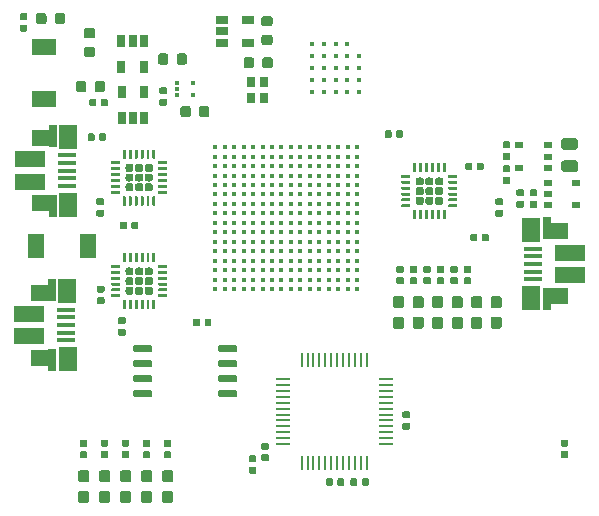
<source format=gtp>
G04 #@! TF.GenerationSoftware,KiCad,Pcbnew,(5.1.2-1)-1*
G04 #@! TF.CreationDate,2019-12-03T13:00:22-07:00*
G04 #@! TF.ProjectId,luna_rev0,6c756e61-5f72-4657-9630-2e6b69636164,rev?*
G04 #@! TF.SameCoordinates,Original*
G04 #@! TF.FileFunction,Paste,Top*
G04 #@! TF.FilePolarity,Positive*
%FSLAX46Y46*%
G04 Gerber Fmt 4.6, Leading zero omitted, Abs format (unit mm)*
G04 Created by KiCad (PCBNEW (5.1.2-1)-1) date 2019-12-03 13:00:22*
%MOMM*%
%LPD*%
G04 APERTURE LIST*
%ADD10C,0.410000*%
%ADD11C,0.100000*%
%ADD12C,0.590000*%
%ADD13R,0.800000X0.550000*%
%ADD14C,0.975000*%
%ADD15C,0.875000*%
%ADD16R,2.000000X1.350000*%
%ADD17R,0.700000X1.825000*%
%ADD18R,1.500000X2.000000*%
%ADD19R,1.650000X0.400000*%
%ADD20R,2.500000X1.430000*%
%ADD21C,0.400000*%
%ADD22R,0.650000X1.060000*%
%ADD23R,1.300000X0.250000*%
%ADD24R,0.250000X1.300000*%
%ADD25C,0.600000*%
%ADD26R,2.100000X1.400000*%
%ADD27C,0.950000*%
%ADD28R,1.400000X2.100000*%
%ADD29R,1.060000X0.650000*%
%ADD30R,0.450000X0.300000*%
%ADD31C,0.660000*%
%ADD32C,0.250000*%
%ADD33R,0.800000X0.900000*%
G04 APERTURE END LIST*
D10*
X109316000Y-82900000D03*
X110116000Y-82900000D03*
X110916000Y-82900000D03*
X111716000Y-82900000D03*
X112516000Y-82900000D03*
X113316000Y-82900000D03*
X114116000Y-82900000D03*
X114916000Y-82900000D03*
X115716000Y-82900000D03*
X116516000Y-82900000D03*
X117316000Y-82900000D03*
X118116000Y-82900000D03*
X118916000Y-82900000D03*
X119716000Y-82900000D03*
X120516000Y-82900000D03*
X121316000Y-82900000D03*
X109316000Y-83700000D03*
X110116000Y-83700000D03*
X110916000Y-83700000D03*
X111716000Y-83700000D03*
X112516000Y-83700000D03*
X113316000Y-83700000D03*
X114116000Y-83700000D03*
X114916000Y-83700000D03*
X115716000Y-83700000D03*
X116516000Y-83700000D03*
X117316000Y-83700000D03*
X118116000Y-83700000D03*
X118916000Y-83700000D03*
X119716000Y-83700000D03*
X120516000Y-83700000D03*
X121316000Y-83700000D03*
X109316000Y-84500000D03*
X110116000Y-84500000D03*
X110916000Y-84500000D03*
X111716000Y-84500000D03*
X112516000Y-84500000D03*
X113316000Y-84500000D03*
X114116000Y-84500000D03*
X114916000Y-84500000D03*
X115716000Y-84500000D03*
X116516000Y-84500000D03*
X117316000Y-84500000D03*
X118116000Y-84500000D03*
X118916000Y-84500000D03*
X119716000Y-84500000D03*
X120516000Y-84500000D03*
X121316000Y-84500000D03*
X109316000Y-85300000D03*
X110116000Y-85300000D03*
X110916000Y-85300000D03*
X111716000Y-85300000D03*
X112516000Y-85300000D03*
X113316000Y-85300000D03*
X114116000Y-85300000D03*
X114916000Y-85300000D03*
X115716000Y-85300000D03*
X116516000Y-85300000D03*
X117316000Y-85300000D03*
X118116000Y-85300000D03*
X118916000Y-85300000D03*
X119716000Y-85300000D03*
X120516000Y-85300000D03*
X121316000Y-85300000D03*
X109316000Y-86100000D03*
X110116000Y-86100000D03*
X110916000Y-86100000D03*
X111716000Y-86100000D03*
X112516000Y-86100000D03*
X113316000Y-86100000D03*
X114116000Y-86100000D03*
X114916000Y-86100000D03*
X115716000Y-86100000D03*
X116516000Y-86100000D03*
X117316000Y-86100000D03*
X118116000Y-86100000D03*
X118916000Y-86100000D03*
X119716000Y-86100000D03*
X120516000Y-86100000D03*
X121316000Y-86100000D03*
X109316000Y-86900000D03*
X110116000Y-86900000D03*
X110916000Y-86900000D03*
X111716000Y-86900000D03*
X112516000Y-86900000D03*
X113316000Y-86900000D03*
X114116000Y-86900000D03*
X114916000Y-86900000D03*
X115716000Y-86900000D03*
X116516000Y-86900000D03*
X117316000Y-86900000D03*
X118116000Y-86900000D03*
X118916000Y-86900000D03*
X119716000Y-86900000D03*
X120516000Y-86900000D03*
X121316000Y-86900000D03*
X109316000Y-87700000D03*
X110116000Y-87700000D03*
X110916000Y-87700000D03*
X111716000Y-87700000D03*
X112516000Y-87700000D03*
X113316000Y-87700000D03*
X114116000Y-87700000D03*
X114916000Y-87700000D03*
X115716000Y-87700000D03*
X116516000Y-87700000D03*
X117316000Y-87700000D03*
X118116000Y-87700000D03*
X118916000Y-87700000D03*
X119716000Y-87700000D03*
X120516000Y-87700000D03*
X121316000Y-87700000D03*
X109316000Y-88500000D03*
X110116000Y-88500000D03*
X110916000Y-88500000D03*
X111716000Y-88500000D03*
X112516000Y-88500000D03*
X113316000Y-88500000D03*
X114116000Y-88500000D03*
X114916000Y-88500000D03*
X115716000Y-88500000D03*
X116516000Y-88500000D03*
X117316000Y-88500000D03*
X118116000Y-88500000D03*
X118916000Y-88500000D03*
X119716000Y-88500000D03*
X120516000Y-88500000D03*
X121316000Y-88500000D03*
X109316000Y-89300000D03*
X110116000Y-89300000D03*
X110916000Y-89300000D03*
X111716000Y-89300000D03*
X112516000Y-89300000D03*
X113316000Y-89300000D03*
X114116000Y-89300000D03*
X114916000Y-89300000D03*
X115716000Y-89300000D03*
X116516000Y-89300000D03*
X117316000Y-89300000D03*
X118116000Y-89300000D03*
X118916000Y-89300000D03*
X119716000Y-89300000D03*
X120516000Y-89300000D03*
X121316000Y-89300000D03*
X109316000Y-90100000D03*
X110116000Y-90100000D03*
X110916000Y-90100000D03*
X111716000Y-90100000D03*
X112516000Y-90100000D03*
X113316000Y-90100000D03*
X114116000Y-90100000D03*
X114916000Y-90100000D03*
X115716000Y-90100000D03*
X116516000Y-90100000D03*
X117316000Y-90100000D03*
X118116000Y-90100000D03*
X118916000Y-90100000D03*
X119716000Y-90100000D03*
X120516000Y-90100000D03*
X121316000Y-90100000D03*
X109316000Y-90900000D03*
X110116000Y-90900000D03*
X110916000Y-90900000D03*
X111716000Y-90900000D03*
X112516000Y-90900000D03*
X113316000Y-90900000D03*
X114116000Y-90900000D03*
X114916000Y-90900000D03*
X115716000Y-90900000D03*
X116516000Y-90900000D03*
X117316000Y-90900000D03*
X118116000Y-90900000D03*
X118916000Y-90900000D03*
X119716000Y-90900000D03*
X120516000Y-90900000D03*
X121316000Y-90900000D03*
X109316000Y-91700000D03*
X110116000Y-91700000D03*
X110916000Y-91700000D03*
X111716000Y-91700000D03*
X112516000Y-91700000D03*
X113316000Y-91700000D03*
X114116000Y-91700000D03*
X114916000Y-91700000D03*
X115716000Y-91700000D03*
X116516000Y-91700000D03*
X117316000Y-91700000D03*
X118116000Y-91700000D03*
X118916000Y-91700000D03*
X119716000Y-91700000D03*
X120516000Y-91700000D03*
X121316000Y-91700000D03*
X109316000Y-92500000D03*
X110116000Y-92500000D03*
X110916000Y-92500000D03*
X111716000Y-92500000D03*
X112516000Y-92500000D03*
X113316000Y-92500000D03*
X114116000Y-92500000D03*
X114916000Y-92500000D03*
X115716000Y-92500000D03*
X116516000Y-92500000D03*
X117316000Y-92500000D03*
X118116000Y-92500000D03*
X118916000Y-92500000D03*
X119716000Y-92500000D03*
X120516000Y-92500000D03*
X121316000Y-92500000D03*
X109316000Y-93300000D03*
X110116000Y-93300000D03*
X110916000Y-93300000D03*
X111716000Y-93300000D03*
X112516000Y-93300000D03*
X113316000Y-93300000D03*
X114116000Y-93300000D03*
X114916000Y-93300000D03*
X115716000Y-93300000D03*
X116516000Y-93300000D03*
X117316000Y-93300000D03*
X118116000Y-93300000D03*
X118916000Y-93300000D03*
X119716000Y-93300000D03*
X120516000Y-93300000D03*
X121316000Y-93300000D03*
X109316000Y-94100000D03*
X110116000Y-94100000D03*
X110916000Y-94100000D03*
X111716000Y-94100000D03*
X112516000Y-94100000D03*
X113316000Y-94100000D03*
X114116000Y-94100000D03*
X114916000Y-94100000D03*
X115716000Y-94100000D03*
X116516000Y-94100000D03*
X117316000Y-94100000D03*
X118116000Y-94100000D03*
X118916000Y-94100000D03*
X119716000Y-94100000D03*
X120516000Y-94100000D03*
X121316000Y-94100000D03*
X109316000Y-94900000D03*
X110116000Y-94900000D03*
X110916000Y-94900000D03*
X111716000Y-94900000D03*
X112516000Y-94900000D03*
X113316000Y-94900000D03*
X114116000Y-94900000D03*
X114916000Y-94900000D03*
X115716000Y-94900000D03*
X116516000Y-94900000D03*
X117316000Y-94900000D03*
X118116000Y-94900000D03*
X118916000Y-94900000D03*
X119716000Y-94900000D03*
X120516000Y-94900000D03*
X121316000Y-94900000D03*
D11*
G36*
X136457958Y-86469710D02*
G01*
X136472276Y-86471834D01*
X136486317Y-86475351D01*
X136499946Y-86480228D01*
X136513031Y-86486417D01*
X136525447Y-86493858D01*
X136537073Y-86502481D01*
X136547798Y-86512202D01*
X136557519Y-86522927D01*
X136566142Y-86534553D01*
X136573583Y-86546969D01*
X136579772Y-86560054D01*
X136584649Y-86573683D01*
X136588166Y-86587724D01*
X136590290Y-86602042D01*
X136591000Y-86616500D01*
X136591000Y-86911500D01*
X136590290Y-86925958D01*
X136588166Y-86940276D01*
X136584649Y-86954317D01*
X136579772Y-86967946D01*
X136573583Y-86981031D01*
X136566142Y-86993447D01*
X136557519Y-87005073D01*
X136547798Y-87015798D01*
X136537073Y-87025519D01*
X136525447Y-87034142D01*
X136513031Y-87041583D01*
X136499946Y-87047772D01*
X136486317Y-87052649D01*
X136472276Y-87056166D01*
X136457958Y-87058290D01*
X136443500Y-87059000D01*
X136098500Y-87059000D01*
X136084042Y-87058290D01*
X136069724Y-87056166D01*
X136055683Y-87052649D01*
X136042054Y-87047772D01*
X136028969Y-87041583D01*
X136016553Y-87034142D01*
X136004927Y-87025519D01*
X135994202Y-87015798D01*
X135984481Y-87005073D01*
X135975858Y-86993447D01*
X135968417Y-86981031D01*
X135962228Y-86967946D01*
X135957351Y-86954317D01*
X135953834Y-86940276D01*
X135951710Y-86925958D01*
X135951000Y-86911500D01*
X135951000Y-86616500D01*
X135951710Y-86602042D01*
X135953834Y-86587724D01*
X135957351Y-86573683D01*
X135962228Y-86560054D01*
X135968417Y-86546969D01*
X135975858Y-86534553D01*
X135984481Y-86522927D01*
X135994202Y-86512202D01*
X136004927Y-86502481D01*
X136016553Y-86493858D01*
X136028969Y-86486417D01*
X136042054Y-86480228D01*
X136055683Y-86475351D01*
X136069724Y-86471834D01*
X136084042Y-86469710D01*
X136098500Y-86469000D01*
X136443500Y-86469000D01*
X136457958Y-86469710D01*
X136457958Y-86469710D01*
G37*
D12*
X136271000Y-86764000D03*
D11*
G36*
X136457958Y-87439710D02*
G01*
X136472276Y-87441834D01*
X136486317Y-87445351D01*
X136499946Y-87450228D01*
X136513031Y-87456417D01*
X136525447Y-87463858D01*
X136537073Y-87472481D01*
X136547798Y-87482202D01*
X136557519Y-87492927D01*
X136566142Y-87504553D01*
X136573583Y-87516969D01*
X136579772Y-87530054D01*
X136584649Y-87543683D01*
X136588166Y-87557724D01*
X136590290Y-87572042D01*
X136591000Y-87586500D01*
X136591000Y-87881500D01*
X136590290Y-87895958D01*
X136588166Y-87910276D01*
X136584649Y-87924317D01*
X136579772Y-87937946D01*
X136573583Y-87951031D01*
X136566142Y-87963447D01*
X136557519Y-87975073D01*
X136547798Y-87985798D01*
X136537073Y-87995519D01*
X136525447Y-88004142D01*
X136513031Y-88011583D01*
X136499946Y-88017772D01*
X136486317Y-88022649D01*
X136472276Y-88026166D01*
X136457958Y-88028290D01*
X136443500Y-88029000D01*
X136098500Y-88029000D01*
X136084042Y-88028290D01*
X136069724Y-88026166D01*
X136055683Y-88022649D01*
X136042054Y-88017772D01*
X136028969Y-88011583D01*
X136016553Y-88004142D01*
X136004927Y-87995519D01*
X135994202Y-87985798D01*
X135984481Y-87975073D01*
X135975858Y-87963447D01*
X135968417Y-87951031D01*
X135962228Y-87937946D01*
X135957351Y-87924317D01*
X135953834Y-87910276D01*
X135951710Y-87895958D01*
X135951000Y-87881500D01*
X135951000Y-87586500D01*
X135951710Y-87572042D01*
X135953834Y-87557724D01*
X135957351Y-87543683D01*
X135962228Y-87530054D01*
X135968417Y-87516969D01*
X135975858Y-87504553D01*
X135984481Y-87492927D01*
X135994202Y-87482202D01*
X136004927Y-87472481D01*
X136016553Y-87463858D01*
X136028969Y-87456417D01*
X136042054Y-87450228D01*
X136055683Y-87445351D01*
X136069724Y-87441834D01*
X136084042Y-87439710D01*
X136098500Y-87439000D01*
X136443500Y-87439000D01*
X136457958Y-87439710D01*
X136457958Y-87439710D01*
G37*
D12*
X136271000Y-87734000D03*
D11*
G36*
X134171958Y-85407710D02*
G01*
X134186276Y-85409834D01*
X134200317Y-85413351D01*
X134213946Y-85418228D01*
X134227031Y-85424417D01*
X134239447Y-85431858D01*
X134251073Y-85440481D01*
X134261798Y-85450202D01*
X134271519Y-85460927D01*
X134280142Y-85472553D01*
X134287583Y-85484969D01*
X134293772Y-85498054D01*
X134298649Y-85511683D01*
X134302166Y-85525724D01*
X134304290Y-85540042D01*
X134305000Y-85554500D01*
X134305000Y-85849500D01*
X134304290Y-85863958D01*
X134302166Y-85878276D01*
X134298649Y-85892317D01*
X134293772Y-85905946D01*
X134287583Y-85919031D01*
X134280142Y-85931447D01*
X134271519Y-85943073D01*
X134261798Y-85953798D01*
X134251073Y-85963519D01*
X134239447Y-85972142D01*
X134227031Y-85979583D01*
X134213946Y-85985772D01*
X134200317Y-85990649D01*
X134186276Y-85994166D01*
X134171958Y-85996290D01*
X134157500Y-85997000D01*
X133812500Y-85997000D01*
X133798042Y-85996290D01*
X133783724Y-85994166D01*
X133769683Y-85990649D01*
X133756054Y-85985772D01*
X133742969Y-85979583D01*
X133730553Y-85972142D01*
X133718927Y-85963519D01*
X133708202Y-85953798D01*
X133698481Y-85943073D01*
X133689858Y-85931447D01*
X133682417Y-85919031D01*
X133676228Y-85905946D01*
X133671351Y-85892317D01*
X133667834Y-85878276D01*
X133665710Y-85863958D01*
X133665000Y-85849500D01*
X133665000Y-85554500D01*
X133665710Y-85540042D01*
X133667834Y-85525724D01*
X133671351Y-85511683D01*
X133676228Y-85498054D01*
X133682417Y-85484969D01*
X133689858Y-85472553D01*
X133698481Y-85460927D01*
X133708202Y-85450202D01*
X133718927Y-85440481D01*
X133730553Y-85431858D01*
X133742969Y-85424417D01*
X133756054Y-85418228D01*
X133769683Y-85413351D01*
X133783724Y-85409834D01*
X133798042Y-85407710D01*
X133812500Y-85407000D01*
X134157500Y-85407000D01*
X134171958Y-85407710D01*
X134171958Y-85407710D01*
G37*
D12*
X133985000Y-85702000D03*
D11*
G36*
X134171958Y-84437710D02*
G01*
X134186276Y-84439834D01*
X134200317Y-84443351D01*
X134213946Y-84448228D01*
X134227031Y-84454417D01*
X134239447Y-84461858D01*
X134251073Y-84470481D01*
X134261798Y-84480202D01*
X134271519Y-84490927D01*
X134280142Y-84502553D01*
X134287583Y-84514969D01*
X134293772Y-84528054D01*
X134298649Y-84541683D01*
X134302166Y-84555724D01*
X134304290Y-84570042D01*
X134305000Y-84584500D01*
X134305000Y-84879500D01*
X134304290Y-84893958D01*
X134302166Y-84908276D01*
X134298649Y-84922317D01*
X134293772Y-84935946D01*
X134287583Y-84949031D01*
X134280142Y-84961447D01*
X134271519Y-84973073D01*
X134261798Y-84983798D01*
X134251073Y-84993519D01*
X134239447Y-85002142D01*
X134227031Y-85009583D01*
X134213946Y-85015772D01*
X134200317Y-85020649D01*
X134186276Y-85024166D01*
X134171958Y-85026290D01*
X134157500Y-85027000D01*
X133812500Y-85027000D01*
X133798042Y-85026290D01*
X133783724Y-85024166D01*
X133769683Y-85020649D01*
X133756054Y-85015772D01*
X133742969Y-85009583D01*
X133730553Y-85002142D01*
X133718927Y-84993519D01*
X133708202Y-84983798D01*
X133698481Y-84973073D01*
X133689858Y-84961447D01*
X133682417Y-84949031D01*
X133676228Y-84935946D01*
X133671351Y-84922317D01*
X133667834Y-84908276D01*
X133665710Y-84893958D01*
X133665000Y-84879500D01*
X133665000Y-84584500D01*
X133665710Y-84570042D01*
X133667834Y-84555724D01*
X133671351Y-84541683D01*
X133676228Y-84528054D01*
X133682417Y-84514969D01*
X133689858Y-84502553D01*
X133698481Y-84490927D01*
X133708202Y-84480202D01*
X133718927Y-84470481D01*
X133730553Y-84461858D01*
X133742969Y-84454417D01*
X133756054Y-84448228D01*
X133769683Y-84443351D01*
X133783724Y-84439834D01*
X133798042Y-84437710D01*
X133812500Y-84437000D01*
X134157500Y-84437000D01*
X134171958Y-84437710D01*
X134171958Y-84437710D01*
G37*
D12*
X133985000Y-84732000D03*
D13*
X139884000Y-85918000D03*
X139884000Y-87818000D03*
X137484000Y-87818000D03*
X137484000Y-86868000D03*
X137484000Y-85918000D03*
X135071000Y-84643000D03*
X135071000Y-82743000D03*
X137471000Y-82743000D03*
X137471000Y-83693000D03*
X137471000Y-84643000D03*
D11*
G36*
X133536958Y-88201710D02*
G01*
X133551276Y-88203834D01*
X133565317Y-88207351D01*
X133578946Y-88212228D01*
X133592031Y-88218417D01*
X133604447Y-88225858D01*
X133616073Y-88234481D01*
X133626798Y-88244202D01*
X133636519Y-88254927D01*
X133645142Y-88266553D01*
X133652583Y-88278969D01*
X133658772Y-88292054D01*
X133663649Y-88305683D01*
X133667166Y-88319724D01*
X133669290Y-88334042D01*
X133670000Y-88348500D01*
X133670000Y-88643500D01*
X133669290Y-88657958D01*
X133667166Y-88672276D01*
X133663649Y-88686317D01*
X133658772Y-88699946D01*
X133652583Y-88713031D01*
X133645142Y-88725447D01*
X133636519Y-88737073D01*
X133626798Y-88747798D01*
X133616073Y-88757519D01*
X133604447Y-88766142D01*
X133592031Y-88773583D01*
X133578946Y-88779772D01*
X133565317Y-88784649D01*
X133551276Y-88788166D01*
X133536958Y-88790290D01*
X133522500Y-88791000D01*
X133177500Y-88791000D01*
X133163042Y-88790290D01*
X133148724Y-88788166D01*
X133134683Y-88784649D01*
X133121054Y-88779772D01*
X133107969Y-88773583D01*
X133095553Y-88766142D01*
X133083927Y-88757519D01*
X133073202Y-88747798D01*
X133063481Y-88737073D01*
X133054858Y-88725447D01*
X133047417Y-88713031D01*
X133041228Y-88699946D01*
X133036351Y-88686317D01*
X133032834Y-88672276D01*
X133030710Y-88657958D01*
X133030000Y-88643500D01*
X133030000Y-88348500D01*
X133030710Y-88334042D01*
X133032834Y-88319724D01*
X133036351Y-88305683D01*
X133041228Y-88292054D01*
X133047417Y-88278969D01*
X133054858Y-88266553D01*
X133063481Y-88254927D01*
X133073202Y-88244202D01*
X133083927Y-88234481D01*
X133095553Y-88225858D01*
X133107969Y-88218417D01*
X133121054Y-88212228D01*
X133134683Y-88207351D01*
X133148724Y-88203834D01*
X133163042Y-88201710D01*
X133177500Y-88201000D01*
X133522500Y-88201000D01*
X133536958Y-88201710D01*
X133536958Y-88201710D01*
G37*
D12*
X133350000Y-88496000D03*
D11*
G36*
X133536958Y-87231710D02*
G01*
X133551276Y-87233834D01*
X133565317Y-87237351D01*
X133578946Y-87242228D01*
X133592031Y-87248417D01*
X133604447Y-87255858D01*
X133616073Y-87264481D01*
X133626798Y-87274202D01*
X133636519Y-87284927D01*
X133645142Y-87296553D01*
X133652583Y-87308969D01*
X133658772Y-87322054D01*
X133663649Y-87335683D01*
X133667166Y-87349724D01*
X133669290Y-87364042D01*
X133670000Y-87378500D01*
X133670000Y-87673500D01*
X133669290Y-87687958D01*
X133667166Y-87702276D01*
X133663649Y-87716317D01*
X133658772Y-87729946D01*
X133652583Y-87743031D01*
X133645142Y-87755447D01*
X133636519Y-87767073D01*
X133626798Y-87777798D01*
X133616073Y-87787519D01*
X133604447Y-87796142D01*
X133592031Y-87803583D01*
X133578946Y-87809772D01*
X133565317Y-87814649D01*
X133551276Y-87818166D01*
X133536958Y-87820290D01*
X133522500Y-87821000D01*
X133177500Y-87821000D01*
X133163042Y-87820290D01*
X133148724Y-87818166D01*
X133134683Y-87814649D01*
X133121054Y-87809772D01*
X133107969Y-87803583D01*
X133095553Y-87796142D01*
X133083927Y-87787519D01*
X133073202Y-87777798D01*
X133063481Y-87767073D01*
X133054858Y-87755447D01*
X133047417Y-87743031D01*
X133041228Y-87729946D01*
X133036351Y-87716317D01*
X133032834Y-87702276D01*
X133030710Y-87687958D01*
X133030000Y-87673500D01*
X133030000Y-87378500D01*
X133030710Y-87364042D01*
X133032834Y-87349724D01*
X133036351Y-87335683D01*
X133041228Y-87322054D01*
X133047417Y-87308969D01*
X133054858Y-87296553D01*
X133063481Y-87284927D01*
X133073202Y-87274202D01*
X133083927Y-87264481D01*
X133095553Y-87255858D01*
X133107969Y-87248417D01*
X133121054Y-87242228D01*
X133134683Y-87237351D01*
X133148724Y-87233834D01*
X133163042Y-87231710D01*
X133177500Y-87231000D01*
X133522500Y-87231000D01*
X133536958Y-87231710D01*
X133536958Y-87231710D01*
G37*
D12*
X133350000Y-87526000D03*
D11*
G36*
X139799142Y-84017174D02*
G01*
X139822803Y-84020684D01*
X139846007Y-84026496D01*
X139868529Y-84034554D01*
X139890153Y-84044782D01*
X139910670Y-84057079D01*
X139929883Y-84071329D01*
X139947607Y-84087393D01*
X139963671Y-84105117D01*
X139977921Y-84124330D01*
X139990218Y-84144847D01*
X140000446Y-84166471D01*
X140008504Y-84188993D01*
X140014316Y-84212197D01*
X140017826Y-84235858D01*
X140019000Y-84259750D01*
X140019000Y-84747250D01*
X140017826Y-84771142D01*
X140014316Y-84794803D01*
X140008504Y-84818007D01*
X140000446Y-84840529D01*
X139990218Y-84862153D01*
X139977921Y-84882670D01*
X139963671Y-84901883D01*
X139947607Y-84919607D01*
X139929883Y-84935671D01*
X139910670Y-84949921D01*
X139890153Y-84962218D01*
X139868529Y-84972446D01*
X139846007Y-84980504D01*
X139822803Y-84986316D01*
X139799142Y-84989826D01*
X139775250Y-84991000D01*
X138862750Y-84991000D01*
X138838858Y-84989826D01*
X138815197Y-84986316D01*
X138791993Y-84980504D01*
X138769471Y-84972446D01*
X138747847Y-84962218D01*
X138727330Y-84949921D01*
X138708117Y-84935671D01*
X138690393Y-84919607D01*
X138674329Y-84901883D01*
X138660079Y-84882670D01*
X138647782Y-84862153D01*
X138637554Y-84840529D01*
X138629496Y-84818007D01*
X138623684Y-84794803D01*
X138620174Y-84771142D01*
X138619000Y-84747250D01*
X138619000Y-84259750D01*
X138620174Y-84235858D01*
X138623684Y-84212197D01*
X138629496Y-84188993D01*
X138637554Y-84166471D01*
X138647782Y-84144847D01*
X138660079Y-84124330D01*
X138674329Y-84105117D01*
X138690393Y-84087393D01*
X138708117Y-84071329D01*
X138727330Y-84057079D01*
X138747847Y-84044782D01*
X138769471Y-84034554D01*
X138791993Y-84026496D01*
X138815197Y-84020684D01*
X138838858Y-84017174D01*
X138862750Y-84016000D01*
X139775250Y-84016000D01*
X139799142Y-84017174D01*
X139799142Y-84017174D01*
G37*
D14*
X139319000Y-84503500D03*
D11*
G36*
X139799142Y-82142174D02*
G01*
X139822803Y-82145684D01*
X139846007Y-82151496D01*
X139868529Y-82159554D01*
X139890153Y-82169782D01*
X139910670Y-82182079D01*
X139929883Y-82196329D01*
X139947607Y-82212393D01*
X139963671Y-82230117D01*
X139977921Y-82249330D01*
X139990218Y-82269847D01*
X140000446Y-82291471D01*
X140008504Y-82313993D01*
X140014316Y-82337197D01*
X140017826Y-82360858D01*
X140019000Y-82384750D01*
X140019000Y-82872250D01*
X140017826Y-82896142D01*
X140014316Y-82919803D01*
X140008504Y-82943007D01*
X140000446Y-82965529D01*
X139990218Y-82987153D01*
X139977921Y-83007670D01*
X139963671Y-83026883D01*
X139947607Y-83044607D01*
X139929883Y-83060671D01*
X139910670Y-83074921D01*
X139890153Y-83087218D01*
X139868529Y-83097446D01*
X139846007Y-83105504D01*
X139822803Y-83111316D01*
X139799142Y-83114826D01*
X139775250Y-83116000D01*
X138862750Y-83116000D01*
X138838858Y-83114826D01*
X138815197Y-83111316D01*
X138791993Y-83105504D01*
X138769471Y-83097446D01*
X138747847Y-83087218D01*
X138727330Y-83074921D01*
X138708117Y-83060671D01*
X138690393Y-83044607D01*
X138674329Y-83026883D01*
X138660079Y-83007670D01*
X138647782Y-82987153D01*
X138637554Y-82965529D01*
X138629496Y-82943007D01*
X138623684Y-82919803D01*
X138620174Y-82896142D01*
X138619000Y-82872250D01*
X138619000Y-82384750D01*
X138620174Y-82360858D01*
X138623684Y-82337197D01*
X138629496Y-82313993D01*
X138637554Y-82291471D01*
X138647782Y-82269847D01*
X138660079Y-82249330D01*
X138674329Y-82230117D01*
X138690393Y-82212393D01*
X138708117Y-82196329D01*
X138727330Y-82182079D01*
X138747847Y-82169782D01*
X138769471Y-82159554D01*
X138791993Y-82151496D01*
X138815197Y-82145684D01*
X138838858Y-82142174D01*
X138862750Y-82141000D01*
X139775250Y-82141000D01*
X139799142Y-82142174D01*
X139799142Y-82142174D01*
G37*
D14*
X139319000Y-82628500D03*
D11*
G36*
X96404691Y-71535053D02*
G01*
X96425926Y-71538203D01*
X96446750Y-71543419D01*
X96466962Y-71550651D01*
X96486368Y-71559830D01*
X96504781Y-71570866D01*
X96522024Y-71583654D01*
X96537930Y-71598070D01*
X96552346Y-71613976D01*
X96565134Y-71631219D01*
X96576170Y-71649632D01*
X96585349Y-71669038D01*
X96592581Y-71689250D01*
X96597797Y-71710074D01*
X96600947Y-71731309D01*
X96602000Y-71752750D01*
X96602000Y-72265250D01*
X96600947Y-72286691D01*
X96597797Y-72307926D01*
X96592581Y-72328750D01*
X96585349Y-72348962D01*
X96576170Y-72368368D01*
X96565134Y-72386781D01*
X96552346Y-72404024D01*
X96537930Y-72419930D01*
X96522024Y-72434346D01*
X96504781Y-72447134D01*
X96486368Y-72458170D01*
X96466962Y-72467349D01*
X96446750Y-72474581D01*
X96425926Y-72479797D01*
X96404691Y-72482947D01*
X96383250Y-72484000D01*
X95945750Y-72484000D01*
X95924309Y-72482947D01*
X95903074Y-72479797D01*
X95882250Y-72474581D01*
X95862038Y-72467349D01*
X95842632Y-72458170D01*
X95824219Y-72447134D01*
X95806976Y-72434346D01*
X95791070Y-72419930D01*
X95776654Y-72404024D01*
X95763866Y-72386781D01*
X95752830Y-72368368D01*
X95743651Y-72348962D01*
X95736419Y-72328750D01*
X95731203Y-72307926D01*
X95728053Y-72286691D01*
X95727000Y-72265250D01*
X95727000Y-71752750D01*
X95728053Y-71731309D01*
X95731203Y-71710074D01*
X95736419Y-71689250D01*
X95743651Y-71669038D01*
X95752830Y-71649632D01*
X95763866Y-71631219D01*
X95776654Y-71613976D01*
X95791070Y-71598070D01*
X95806976Y-71583654D01*
X95824219Y-71570866D01*
X95842632Y-71559830D01*
X95862038Y-71550651D01*
X95882250Y-71543419D01*
X95903074Y-71538203D01*
X95924309Y-71535053D01*
X95945750Y-71534000D01*
X96383250Y-71534000D01*
X96404691Y-71535053D01*
X96404691Y-71535053D01*
G37*
D15*
X96164500Y-72009000D03*
D11*
G36*
X94829691Y-71535053D02*
G01*
X94850926Y-71538203D01*
X94871750Y-71543419D01*
X94891962Y-71550651D01*
X94911368Y-71559830D01*
X94929781Y-71570866D01*
X94947024Y-71583654D01*
X94962930Y-71598070D01*
X94977346Y-71613976D01*
X94990134Y-71631219D01*
X95001170Y-71649632D01*
X95010349Y-71669038D01*
X95017581Y-71689250D01*
X95022797Y-71710074D01*
X95025947Y-71731309D01*
X95027000Y-71752750D01*
X95027000Y-72265250D01*
X95025947Y-72286691D01*
X95022797Y-72307926D01*
X95017581Y-72328750D01*
X95010349Y-72348962D01*
X95001170Y-72368368D01*
X94990134Y-72386781D01*
X94977346Y-72404024D01*
X94962930Y-72419930D01*
X94947024Y-72434346D01*
X94929781Y-72447134D01*
X94911368Y-72458170D01*
X94891962Y-72467349D01*
X94871750Y-72474581D01*
X94850926Y-72479797D01*
X94829691Y-72482947D01*
X94808250Y-72484000D01*
X94370750Y-72484000D01*
X94349309Y-72482947D01*
X94328074Y-72479797D01*
X94307250Y-72474581D01*
X94287038Y-72467349D01*
X94267632Y-72458170D01*
X94249219Y-72447134D01*
X94231976Y-72434346D01*
X94216070Y-72419930D01*
X94201654Y-72404024D01*
X94188866Y-72386781D01*
X94177830Y-72368368D01*
X94168651Y-72348962D01*
X94161419Y-72328750D01*
X94156203Y-72307926D01*
X94153053Y-72286691D01*
X94152000Y-72265250D01*
X94152000Y-71752750D01*
X94153053Y-71731309D01*
X94156203Y-71710074D01*
X94161419Y-71689250D01*
X94168651Y-71669038D01*
X94177830Y-71649632D01*
X94188866Y-71631219D01*
X94201654Y-71613976D01*
X94216070Y-71598070D01*
X94231976Y-71583654D01*
X94249219Y-71570866D01*
X94267632Y-71559830D01*
X94287038Y-71550651D01*
X94307250Y-71543419D01*
X94328074Y-71538203D01*
X94349309Y-71535053D01*
X94370750Y-71534000D01*
X94808250Y-71534000D01*
X94829691Y-71535053D01*
X94829691Y-71535053D01*
G37*
D15*
X94589500Y-72009000D03*
D16*
X138130500Y-90031000D03*
X138130500Y-95511000D03*
D17*
X137380500Y-95731000D03*
X137380500Y-89781000D03*
D18*
X136080500Y-95631000D03*
X136060500Y-89881000D03*
D19*
X136180500Y-94081000D03*
X136180500Y-93431000D03*
X136180500Y-92781000D03*
X136180500Y-92131000D03*
X136180500Y-91481000D03*
D20*
X139330500Y-93741000D03*
X139330500Y-91821000D03*
X93611000Y-85834500D03*
X93611000Y-83914500D03*
D19*
X96761000Y-86174500D03*
X96761000Y-85524500D03*
X96761000Y-84874500D03*
X96761000Y-84224500D03*
X96761000Y-83574500D03*
D18*
X96881000Y-87774500D03*
X96861000Y-82024500D03*
D17*
X95561000Y-87874500D03*
X95561000Y-81924500D03*
D16*
X94811000Y-82144500D03*
X94811000Y-87624500D03*
X94747500Y-100705500D03*
X94747500Y-95225500D03*
D17*
X95497500Y-95005500D03*
X95497500Y-100955500D03*
D18*
X96797500Y-95105500D03*
X96817500Y-100855500D03*
D19*
X96697500Y-96655500D03*
X96697500Y-97305500D03*
X96697500Y-97955500D03*
X96697500Y-98605500D03*
X96697500Y-99255500D03*
D20*
X93547500Y-96995500D03*
X93547500Y-98915500D03*
D21*
X120507000Y-74200000D03*
X119507000Y-74200000D03*
X118507000Y-74200000D03*
X117507000Y-74200000D03*
X121507000Y-75200000D03*
X120507000Y-75200000D03*
X119507000Y-75200000D03*
X118507000Y-75200000D03*
X117507000Y-75200000D03*
X121507000Y-76200000D03*
X120507000Y-76200000D03*
X119507000Y-76200000D03*
X118507000Y-76200000D03*
X117507000Y-76200000D03*
X121507000Y-77200000D03*
X120507000Y-77200000D03*
X119507000Y-77200000D03*
X118507000Y-77200000D03*
X117507000Y-77200000D03*
X121507000Y-78200000D03*
X120507000Y-78200000D03*
X119507000Y-78200000D03*
X118507000Y-78200000D03*
X117507000Y-78200000D03*
D22*
X101396800Y-78232000D03*
X103296800Y-78232000D03*
X103296800Y-80432000D03*
X102346800Y-80432000D03*
X101396800Y-80432000D03*
D11*
G36*
X105088958Y-78806110D02*
G01*
X105103276Y-78808234D01*
X105117317Y-78811751D01*
X105130946Y-78816628D01*
X105144031Y-78822817D01*
X105156447Y-78830258D01*
X105168073Y-78838881D01*
X105178798Y-78848602D01*
X105188519Y-78859327D01*
X105197142Y-78870953D01*
X105204583Y-78883369D01*
X105210772Y-78896454D01*
X105215649Y-78910083D01*
X105219166Y-78924124D01*
X105221290Y-78938442D01*
X105222000Y-78952900D01*
X105222000Y-79247900D01*
X105221290Y-79262358D01*
X105219166Y-79276676D01*
X105215649Y-79290717D01*
X105210772Y-79304346D01*
X105204583Y-79317431D01*
X105197142Y-79329847D01*
X105188519Y-79341473D01*
X105178798Y-79352198D01*
X105168073Y-79361919D01*
X105156447Y-79370542D01*
X105144031Y-79377983D01*
X105130946Y-79384172D01*
X105117317Y-79389049D01*
X105103276Y-79392566D01*
X105088958Y-79394690D01*
X105074500Y-79395400D01*
X104729500Y-79395400D01*
X104715042Y-79394690D01*
X104700724Y-79392566D01*
X104686683Y-79389049D01*
X104673054Y-79384172D01*
X104659969Y-79377983D01*
X104647553Y-79370542D01*
X104635927Y-79361919D01*
X104625202Y-79352198D01*
X104615481Y-79341473D01*
X104606858Y-79329847D01*
X104599417Y-79317431D01*
X104593228Y-79304346D01*
X104588351Y-79290717D01*
X104584834Y-79276676D01*
X104582710Y-79262358D01*
X104582000Y-79247900D01*
X104582000Y-78952900D01*
X104582710Y-78938442D01*
X104584834Y-78924124D01*
X104588351Y-78910083D01*
X104593228Y-78896454D01*
X104599417Y-78883369D01*
X104606858Y-78870953D01*
X104615481Y-78859327D01*
X104625202Y-78848602D01*
X104635927Y-78838881D01*
X104647553Y-78830258D01*
X104659969Y-78822817D01*
X104673054Y-78816628D01*
X104686683Y-78811751D01*
X104700724Y-78808234D01*
X104715042Y-78806110D01*
X104729500Y-78805400D01*
X105074500Y-78805400D01*
X105088958Y-78806110D01*
X105088958Y-78806110D01*
G37*
D12*
X104902000Y-79100400D03*
D11*
G36*
X105088958Y-77836110D02*
G01*
X105103276Y-77838234D01*
X105117317Y-77841751D01*
X105130946Y-77846628D01*
X105144031Y-77852817D01*
X105156447Y-77860258D01*
X105168073Y-77868881D01*
X105178798Y-77878602D01*
X105188519Y-77889327D01*
X105197142Y-77900953D01*
X105204583Y-77913369D01*
X105210772Y-77926454D01*
X105215649Y-77940083D01*
X105219166Y-77954124D01*
X105221290Y-77968442D01*
X105222000Y-77982900D01*
X105222000Y-78277900D01*
X105221290Y-78292358D01*
X105219166Y-78306676D01*
X105215649Y-78320717D01*
X105210772Y-78334346D01*
X105204583Y-78347431D01*
X105197142Y-78359847D01*
X105188519Y-78371473D01*
X105178798Y-78382198D01*
X105168073Y-78391919D01*
X105156447Y-78400542D01*
X105144031Y-78407983D01*
X105130946Y-78414172D01*
X105117317Y-78419049D01*
X105103276Y-78422566D01*
X105088958Y-78424690D01*
X105074500Y-78425400D01*
X104729500Y-78425400D01*
X104715042Y-78424690D01*
X104700724Y-78422566D01*
X104686683Y-78419049D01*
X104673054Y-78414172D01*
X104659969Y-78407983D01*
X104647553Y-78400542D01*
X104635927Y-78391919D01*
X104625202Y-78382198D01*
X104615481Y-78371473D01*
X104606858Y-78359847D01*
X104599417Y-78347431D01*
X104593228Y-78334346D01*
X104588351Y-78320717D01*
X104584834Y-78306676D01*
X104582710Y-78292358D01*
X104582000Y-78277900D01*
X104582000Y-77982900D01*
X104582710Y-77968442D01*
X104584834Y-77954124D01*
X104588351Y-77940083D01*
X104593228Y-77926454D01*
X104599417Y-77913369D01*
X104606858Y-77900953D01*
X104615481Y-77889327D01*
X104625202Y-77878602D01*
X104635927Y-77868881D01*
X104647553Y-77860258D01*
X104659969Y-77852817D01*
X104673054Y-77846628D01*
X104686683Y-77841751D01*
X104700724Y-77838234D01*
X104715042Y-77836110D01*
X104729500Y-77835400D01*
X105074500Y-77835400D01*
X105088958Y-77836110D01*
X105088958Y-77836110D01*
G37*
D12*
X104902000Y-78130400D03*
D11*
G36*
X98207891Y-77300853D02*
G01*
X98229126Y-77304003D01*
X98249950Y-77309219D01*
X98270162Y-77316451D01*
X98289568Y-77325630D01*
X98307981Y-77336666D01*
X98325224Y-77349454D01*
X98341130Y-77363870D01*
X98355546Y-77379776D01*
X98368334Y-77397019D01*
X98379370Y-77415432D01*
X98388549Y-77434838D01*
X98395781Y-77455050D01*
X98400997Y-77475874D01*
X98404147Y-77497109D01*
X98405200Y-77518550D01*
X98405200Y-78031050D01*
X98404147Y-78052491D01*
X98400997Y-78073726D01*
X98395781Y-78094550D01*
X98388549Y-78114762D01*
X98379370Y-78134168D01*
X98368334Y-78152581D01*
X98355546Y-78169824D01*
X98341130Y-78185730D01*
X98325224Y-78200146D01*
X98307981Y-78212934D01*
X98289568Y-78223970D01*
X98270162Y-78233149D01*
X98249950Y-78240381D01*
X98229126Y-78245597D01*
X98207891Y-78248747D01*
X98186450Y-78249800D01*
X97748950Y-78249800D01*
X97727509Y-78248747D01*
X97706274Y-78245597D01*
X97685450Y-78240381D01*
X97665238Y-78233149D01*
X97645832Y-78223970D01*
X97627419Y-78212934D01*
X97610176Y-78200146D01*
X97594270Y-78185730D01*
X97579854Y-78169824D01*
X97567066Y-78152581D01*
X97556030Y-78134168D01*
X97546851Y-78114762D01*
X97539619Y-78094550D01*
X97534403Y-78073726D01*
X97531253Y-78052491D01*
X97530200Y-78031050D01*
X97530200Y-77518550D01*
X97531253Y-77497109D01*
X97534403Y-77475874D01*
X97539619Y-77455050D01*
X97546851Y-77434838D01*
X97556030Y-77415432D01*
X97567066Y-77397019D01*
X97579854Y-77379776D01*
X97594270Y-77363870D01*
X97610176Y-77349454D01*
X97627419Y-77336666D01*
X97645832Y-77325630D01*
X97665238Y-77316451D01*
X97685450Y-77309219D01*
X97706274Y-77304003D01*
X97727509Y-77300853D01*
X97748950Y-77299800D01*
X98186450Y-77299800D01*
X98207891Y-77300853D01*
X98207891Y-77300853D01*
G37*
D15*
X97967700Y-77774800D03*
D11*
G36*
X99782891Y-77300853D02*
G01*
X99804126Y-77304003D01*
X99824950Y-77309219D01*
X99845162Y-77316451D01*
X99864568Y-77325630D01*
X99882981Y-77336666D01*
X99900224Y-77349454D01*
X99916130Y-77363870D01*
X99930546Y-77379776D01*
X99943334Y-77397019D01*
X99954370Y-77415432D01*
X99963549Y-77434838D01*
X99970781Y-77455050D01*
X99975997Y-77475874D01*
X99979147Y-77497109D01*
X99980200Y-77518550D01*
X99980200Y-78031050D01*
X99979147Y-78052491D01*
X99975997Y-78073726D01*
X99970781Y-78094550D01*
X99963549Y-78114762D01*
X99954370Y-78134168D01*
X99943334Y-78152581D01*
X99930546Y-78169824D01*
X99916130Y-78185730D01*
X99900224Y-78200146D01*
X99882981Y-78212934D01*
X99864568Y-78223970D01*
X99845162Y-78233149D01*
X99824950Y-78240381D01*
X99804126Y-78245597D01*
X99782891Y-78248747D01*
X99761450Y-78249800D01*
X99323950Y-78249800D01*
X99302509Y-78248747D01*
X99281274Y-78245597D01*
X99260450Y-78240381D01*
X99240238Y-78233149D01*
X99220832Y-78223970D01*
X99202419Y-78212934D01*
X99185176Y-78200146D01*
X99169270Y-78185730D01*
X99154854Y-78169824D01*
X99142066Y-78152581D01*
X99131030Y-78134168D01*
X99121851Y-78114762D01*
X99114619Y-78094550D01*
X99109403Y-78073726D01*
X99106253Y-78052491D01*
X99105200Y-78031050D01*
X99105200Y-77518550D01*
X99106253Y-77497109D01*
X99109403Y-77475874D01*
X99114619Y-77455050D01*
X99121851Y-77434838D01*
X99131030Y-77415432D01*
X99142066Y-77397019D01*
X99154854Y-77379776D01*
X99169270Y-77363870D01*
X99185176Y-77349454D01*
X99202419Y-77336666D01*
X99220832Y-77325630D01*
X99240238Y-77316451D01*
X99260450Y-77309219D01*
X99281274Y-77304003D01*
X99302509Y-77300853D01*
X99323950Y-77299800D01*
X99761450Y-77299800D01*
X99782891Y-77300853D01*
X99782891Y-77300853D01*
G37*
D15*
X99542700Y-77774800D03*
D11*
G36*
X119143458Y-110932710D02*
G01*
X119157776Y-110934834D01*
X119171817Y-110938351D01*
X119185446Y-110943228D01*
X119198531Y-110949417D01*
X119210947Y-110956858D01*
X119222573Y-110965481D01*
X119233298Y-110975202D01*
X119243019Y-110985927D01*
X119251642Y-110997553D01*
X119259083Y-111009969D01*
X119265272Y-111023054D01*
X119270149Y-111036683D01*
X119273666Y-111050724D01*
X119275790Y-111065042D01*
X119276500Y-111079500D01*
X119276500Y-111424500D01*
X119275790Y-111438958D01*
X119273666Y-111453276D01*
X119270149Y-111467317D01*
X119265272Y-111480946D01*
X119259083Y-111494031D01*
X119251642Y-111506447D01*
X119243019Y-111518073D01*
X119233298Y-111528798D01*
X119222573Y-111538519D01*
X119210947Y-111547142D01*
X119198531Y-111554583D01*
X119185446Y-111560772D01*
X119171817Y-111565649D01*
X119157776Y-111569166D01*
X119143458Y-111571290D01*
X119129000Y-111572000D01*
X118834000Y-111572000D01*
X118819542Y-111571290D01*
X118805224Y-111569166D01*
X118791183Y-111565649D01*
X118777554Y-111560772D01*
X118764469Y-111554583D01*
X118752053Y-111547142D01*
X118740427Y-111538519D01*
X118729702Y-111528798D01*
X118719981Y-111518073D01*
X118711358Y-111506447D01*
X118703917Y-111494031D01*
X118697728Y-111480946D01*
X118692851Y-111467317D01*
X118689334Y-111453276D01*
X118687210Y-111438958D01*
X118686500Y-111424500D01*
X118686500Y-111079500D01*
X118687210Y-111065042D01*
X118689334Y-111050724D01*
X118692851Y-111036683D01*
X118697728Y-111023054D01*
X118703917Y-111009969D01*
X118711358Y-110997553D01*
X118719981Y-110985927D01*
X118729702Y-110975202D01*
X118740427Y-110965481D01*
X118752053Y-110956858D01*
X118764469Y-110949417D01*
X118777554Y-110943228D01*
X118791183Y-110938351D01*
X118805224Y-110934834D01*
X118819542Y-110932710D01*
X118834000Y-110932000D01*
X119129000Y-110932000D01*
X119143458Y-110932710D01*
X119143458Y-110932710D01*
G37*
D12*
X118981500Y-111252000D03*
D11*
G36*
X120113458Y-110932710D02*
G01*
X120127776Y-110934834D01*
X120141817Y-110938351D01*
X120155446Y-110943228D01*
X120168531Y-110949417D01*
X120180947Y-110956858D01*
X120192573Y-110965481D01*
X120203298Y-110975202D01*
X120213019Y-110985927D01*
X120221642Y-110997553D01*
X120229083Y-111009969D01*
X120235272Y-111023054D01*
X120240149Y-111036683D01*
X120243666Y-111050724D01*
X120245790Y-111065042D01*
X120246500Y-111079500D01*
X120246500Y-111424500D01*
X120245790Y-111438958D01*
X120243666Y-111453276D01*
X120240149Y-111467317D01*
X120235272Y-111480946D01*
X120229083Y-111494031D01*
X120221642Y-111506447D01*
X120213019Y-111518073D01*
X120203298Y-111528798D01*
X120192573Y-111538519D01*
X120180947Y-111547142D01*
X120168531Y-111554583D01*
X120155446Y-111560772D01*
X120141817Y-111565649D01*
X120127776Y-111569166D01*
X120113458Y-111571290D01*
X120099000Y-111572000D01*
X119804000Y-111572000D01*
X119789542Y-111571290D01*
X119775224Y-111569166D01*
X119761183Y-111565649D01*
X119747554Y-111560772D01*
X119734469Y-111554583D01*
X119722053Y-111547142D01*
X119710427Y-111538519D01*
X119699702Y-111528798D01*
X119689981Y-111518073D01*
X119681358Y-111506447D01*
X119673917Y-111494031D01*
X119667728Y-111480946D01*
X119662851Y-111467317D01*
X119659334Y-111453276D01*
X119657210Y-111438958D01*
X119656500Y-111424500D01*
X119656500Y-111079500D01*
X119657210Y-111065042D01*
X119659334Y-111050724D01*
X119662851Y-111036683D01*
X119667728Y-111023054D01*
X119673917Y-111009969D01*
X119681358Y-110997553D01*
X119689981Y-110985927D01*
X119699702Y-110975202D01*
X119710427Y-110965481D01*
X119722053Y-110956858D01*
X119734469Y-110949417D01*
X119747554Y-110943228D01*
X119761183Y-110938351D01*
X119775224Y-110934834D01*
X119789542Y-110932710D01*
X119804000Y-110932000D01*
X120099000Y-110932000D01*
X120113458Y-110932710D01*
X120113458Y-110932710D01*
G37*
D12*
X119951500Y-111252000D03*
D23*
X123730000Y-108033000D03*
X123730000Y-107533000D03*
X123730000Y-107033000D03*
X123730000Y-106533000D03*
X123730000Y-106033000D03*
X123730000Y-105533000D03*
X123730000Y-105033000D03*
X123730000Y-104533000D03*
X123730000Y-104033000D03*
X123730000Y-103533000D03*
X123730000Y-103033000D03*
X123730000Y-102533000D03*
D24*
X122130000Y-100933000D03*
X121630000Y-100933000D03*
X121130000Y-100933000D03*
X120630000Y-100933000D03*
X120130000Y-100933000D03*
X119630000Y-100933000D03*
X119130000Y-100933000D03*
X118630000Y-100933000D03*
X118130000Y-100933000D03*
X117630000Y-100933000D03*
X117130000Y-100933000D03*
X116630000Y-100933000D03*
D23*
X115030000Y-102533000D03*
X115030000Y-103033000D03*
X115030000Y-103533000D03*
X115030000Y-104033000D03*
X115030000Y-104533000D03*
X115030000Y-105033000D03*
X115030000Y-105533000D03*
X115030000Y-106033000D03*
X115030000Y-106533000D03*
X115030000Y-107033000D03*
X115030000Y-107533000D03*
X115030000Y-108033000D03*
D24*
X116630000Y-109633000D03*
X117130000Y-109633000D03*
X117630000Y-109633000D03*
X118130000Y-109633000D03*
X118630000Y-109633000D03*
X119130000Y-109633000D03*
X119630000Y-109633000D03*
X120130000Y-109633000D03*
X120630000Y-109633000D03*
X121130000Y-109633000D03*
X121630000Y-109633000D03*
X122130000Y-109633000D03*
D11*
G36*
X126297958Y-92946710D02*
G01*
X126312276Y-92948834D01*
X126326317Y-92952351D01*
X126339946Y-92957228D01*
X126353031Y-92963417D01*
X126365447Y-92970858D01*
X126377073Y-92979481D01*
X126387798Y-92989202D01*
X126397519Y-92999927D01*
X126406142Y-93011553D01*
X126413583Y-93023969D01*
X126419772Y-93037054D01*
X126424649Y-93050683D01*
X126428166Y-93064724D01*
X126430290Y-93079042D01*
X126431000Y-93093500D01*
X126431000Y-93388500D01*
X126430290Y-93402958D01*
X126428166Y-93417276D01*
X126424649Y-93431317D01*
X126419772Y-93444946D01*
X126413583Y-93458031D01*
X126406142Y-93470447D01*
X126397519Y-93482073D01*
X126387798Y-93492798D01*
X126377073Y-93502519D01*
X126365447Y-93511142D01*
X126353031Y-93518583D01*
X126339946Y-93524772D01*
X126326317Y-93529649D01*
X126312276Y-93533166D01*
X126297958Y-93535290D01*
X126283500Y-93536000D01*
X125938500Y-93536000D01*
X125924042Y-93535290D01*
X125909724Y-93533166D01*
X125895683Y-93529649D01*
X125882054Y-93524772D01*
X125868969Y-93518583D01*
X125856553Y-93511142D01*
X125844927Y-93502519D01*
X125834202Y-93492798D01*
X125824481Y-93482073D01*
X125815858Y-93470447D01*
X125808417Y-93458031D01*
X125802228Y-93444946D01*
X125797351Y-93431317D01*
X125793834Y-93417276D01*
X125791710Y-93402958D01*
X125791000Y-93388500D01*
X125791000Y-93093500D01*
X125791710Y-93079042D01*
X125793834Y-93064724D01*
X125797351Y-93050683D01*
X125802228Y-93037054D01*
X125808417Y-93023969D01*
X125815858Y-93011553D01*
X125824481Y-92999927D01*
X125834202Y-92989202D01*
X125844927Y-92979481D01*
X125856553Y-92970858D01*
X125868969Y-92963417D01*
X125882054Y-92957228D01*
X125895683Y-92952351D01*
X125909724Y-92948834D01*
X125924042Y-92946710D01*
X125938500Y-92946000D01*
X126283500Y-92946000D01*
X126297958Y-92946710D01*
X126297958Y-92946710D01*
G37*
D12*
X126111000Y-93241000D03*
D11*
G36*
X126297958Y-93916710D02*
G01*
X126312276Y-93918834D01*
X126326317Y-93922351D01*
X126339946Y-93927228D01*
X126353031Y-93933417D01*
X126365447Y-93940858D01*
X126377073Y-93949481D01*
X126387798Y-93959202D01*
X126397519Y-93969927D01*
X126406142Y-93981553D01*
X126413583Y-93993969D01*
X126419772Y-94007054D01*
X126424649Y-94020683D01*
X126428166Y-94034724D01*
X126430290Y-94049042D01*
X126431000Y-94063500D01*
X126431000Y-94358500D01*
X126430290Y-94372958D01*
X126428166Y-94387276D01*
X126424649Y-94401317D01*
X126419772Y-94414946D01*
X126413583Y-94428031D01*
X126406142Y-94440447D01*
X126397519Y-94452073D01*
X126387798Y-94462798D01*
X126377073Y-94472519D01*
X126365447Y-94481142D01*
X126353031Y-94488583D01*
X126339946Y-94494772D01*
X126326317Y-94499649D01*
X126312276Y-94503166D01*
X126297958Y-94505290D01*
X126283500Y-94506000D01*
X125938500Y-94506000D01*
X125924042Y-94505290D01*
X125909724Y-94503166D01*
X125895683Y-94499649D01*
X125882054Y-94494772D01*
X125868969Y-94488583D01*
X125856553Y-94481142D01*
X125844927Y-94472519D01*
X125834202Y-94462798D01*
X125824481Y-94452073D01*
X125815858Y-94440447D01*
X125808417Y-94428031D01*
X125802228Y-94414946D01*
X125797351Y-94401317D01*
X125793834Y-94387276D01*
X125791710Y-94372958D01*
X125791000Y-94358500D01*
X125791000Y-94063500D01*
X125791710Y-94049042D01*
X125793834Y-94034724D01*
X125797351Y-94020683D01*
X125802228Y-94007054D01*
X125808417Y-93993969D01*
X125815858Y-93981553D01*
X125824481Y-93969927D01*
X125834202Y-93959202D01*
X125844927Y-93949481D01*
X125856553Y-93940858D01*
X125868969Y-93933417D01*
X125882054Y-93927228D01*
X125895683Y-93922351D01*
X125909724Y-93918834D01*
X125924042Y-93916710D01*
X125938500Y-93916000D01*
X126283500Y-93916000D01*
X126297958Y-93916710D01*
X126297958Y-93916710D01*
G37*
D12*
X126111000Y-94211000D03*
D11*
G36*
X103827703Y-99649722D02*
G01*
X103842264Y-99651882D01*
X103856543Y-99655459D01*
X103870403Y-99660418D01*
X103883710Y-99666712D01*
X103896336Y-99674280D01*
X103908159Y-99683048D01*
X103919066Y-99692934D01*
X103928952Y-99703841D01*
X103937720Y-99715664D01*
X103945288Y-99728290D01*
X103951582Y-99741597D01*
X103956541Y-99755457D01*
X103960118Y-99769736D01*
X103962278Y-99784297D01*
X103963000Y-99799000D01*
X103963000Y-100099000D01*
X103962278Y-100113703D01*
X103960118Y-100128264D01*
X103956541Y-100142543D01*
X103951582Y-100156403D01*
X103945288Y-100169710D01*
X103937720Y-100182336D01*
X103928952Y-100194159D01*
X103919066Y-100205066D01*
X103908159Y-100214952D01*
X103896336Y-100223720D01*
X103883710Y-100231288D01*
X103870403Y-100237582D01*
X103856543Y-100242541D01*
X103842264Y-100246118D01*
X103827703Y-100248278D01*
X103813000Y-100249000D01*
X102513000Y-100249000D01*
X102498297Y-100248278D01*
X102483736Y-100246118D01*
X102469457Y-100242541D01*
X102455597Y-100237582D01*
X102442290Y-100231288D01*
X102429664Y-100223720D01*
X102417841Y-100214952D01*
X102406934Y-100205066D01*
X102397048Y-100194159D01*
X102388280Y-100182336D01*
X102380712Y-100169710D01*
X102374418Y-100156403D01*
X102369459Y-100142543D01*
X102365882Y-100128264D01*
X102363722Y-100113703D01*
X102363000Y-100099000D01*
X102363000Y-99799000D01*
X102363722Y-99784297D01*
X102365882Y-99769736D01*
X102369459Y-99755457D01*
X102374418Y-99741597D01*
X102380712Y-99728290D01*
X102388280Y-99715664D01*
X102397048Y-99703841D01*
X102406934Y-99692934D01*
X102417841Y-99683048D01*
X102429664Y-99674280D01*
X102442290Y-99666712D01*
X102455597Y-99660418D01*
X102469457Y-99655459D01*
X102483736Y-99651882D01*
X102498297Y-99649722D01*
X102513000Y-99649000D01*
X103813000Y-99649000D01*
X103827703Y-99649722D01*
X103827703Y-99649722D01*
G37*
D25*
X103163000Y-99949000D03*
D11*
G36*
X103827703Y-100919722D02*
G01*
X103842264Y-100921882D01*
X103856543Y-100925459D01*
X103870403Y-100930418D01*
X103883710Y-100936712D01*
X103896336Y-100944280D01*
X103908159Y-100953048D01*
X103919066Y-100962934D01*
X103928952Y-100973841D01*
X103937720Y-100985664D01*
X103945288Y-100998290D01*
X103951582Y-101011597D01*
X103956541Y-101025457D01*
X103960118Y-101039736D01*
X103962278Y-101054297D01*
X103963000Y-101069000D01*
X103963000Y-101369000D01*
X103962278Y-101383703D01*
X103960118Y-101398264D01*
X103956541Y-101412543D01*
X103951582Y-101426403D01*
X103945288Y-101439710D01*
X103937720Y-101452336D01*
X103928952Y-101464159D01*
X103919066Y-101475066D01*
X103908159Y-101484952D01*
X103896336Y-101493720D01*
X103883710Y-101501288D01*
X103870403Y-101507582D01*
X103856543Y-101512541D01*
X103842264Y-101516118D01*
X103827703Y-101518278D01*
X103813000Y-101519000D01*
X102513000Y-101519000D01*
X102498297Y-101518278D01*
X102483736Y-101516118D01*
X102469457Y-101512541D01*
X102455597Y-101507582D01*
X102442290Y-101501288D01*
X102429664Y-101493720D01*
X102417841Y-101484952D01*
X102406934Y-101475066D01*
X102397048Y-101464159D01*
X102388280Y-101452336D01*
X102380712Y-101439710D01*
X102374418Y-101426403D01*
X102369459Y-101412543D01*
X102365882Y-101398264D01*
X102363722Y-101383703D01*
X102363000Y-101369000D01*
X102363000Y-101069000D01*
X102363722Y-101054297D01*
X102365882Y-101039736D01*
X102369459Y-101025457D01*
X102374418Y-101011597D01*
X102380712Y-100998290D01*
X102388280Y-100985664D01*
X102397048Y-100973841D01*
X102406934Y-100962934D01*
X102417841Y-100953048D01*
X102429664Y-100944280D01*
X102442290Y-100936712D01*
X102455597Y-100930418D01*
X102469457Y-100925459D01*
X102483736Y-100921882D01*
X102498297Y-100919722D01*
X102513000Y-100919000D01*
X103813000Y-100919000D01*
X103827703Y-100919722D01*
X103827703Y-100919722D01*
G37*
D25*
X103163000Y-101219000D03*
D11*
G36*
X103827703Y-102189722D02*
G01*
X103842264Y-102191882D01*
X103856543Y-102195459D01*
X103870403Y-102200418D01*
X103883710Y-102206712D01*
X103896336Y-102214280D01*
X103908159Y-102223048D01*
X103919066Y-102232934D01*
X103928952Y-102243841D01*
X103937720Y-102255664D01*
X103945288Y-102268290D01*
X103951582Y-102281597D01*
X103956541Y-102295457D01*
X103960118Y-102309736D01*
X103962278Y-102324297D01*
X103963000Y-102339000D01*
X103963000Y-102639000D01*
X103962278Y-102653703D01*
X103960118Y-102668264D01*
X103956541Y-102682543D01*
X103951582Y-102696403D01*
X103945288Y-102709710D01*
X103937720Y-102722336D01*
X103928952Y-102734159D01*
X103919066Y-102745066D01*
X103908159Y-102754952D01*
X103896336Y-102763720D01*
X103883710Y-102771288D01*
X103870403Y-102777582D01*
X103856543Y-102782541D01*
X103842264Y-102786118D01*
X103827703Y-102788278D01*
X103813000Y-102789000D01*
X102513000Y-102789000D01*
X102498297Y-102788278D01*
X102483736Y-102786118D01*
X102469457Y-102782541D01*
X102455597Y-102777582D01*
X102442290Y-102771288D01*
X102429664Y-102763720D01*
X102417841Y-102754952D01*
X102406934Y-102745066D01*
X102397048Y-102734159D01*
X102388280Y-102722336D01*
X102380712Y-102709710D01*
X102374418Y-102696403D01*
X102369459Y-102682543D01*
X102365882Y-102668264D01*
X102363722Y-102653703D01*
X102363000Y-102639000D01*
X102363000Y-102339000D01*
X102363722Y-102324297D01*
X102365882Y-102309736D01*
X102369459Y-102295457D01*
X102374418Y-102281597D01*
X102380712Y-102268290D01*
X102388280Y-102255664D01*
X102397048Y-102243841D01*
X102406934Y-102232934D01*
X102417841Y-102223048D01*
X102429664Y-102214280D01*
X102442290Y-102206712D01*
X102455597Y-102200418D01*
X102469457Y-102195459D01*
X102483736Y-102191882D01*
X102498297Y-102189722D01*
X102513000Y-102189000D01*
X103813000Y-102189000D01*
X103827703Y-102189722D01*
X103827703Y-102189722D01*
G37*
D25*
X103163000Y-102489000D03*
D11*
G36*
X103827703Y-103459722D02*
G01*
X103842264Y-103461882D01*
X103856543Y-103465459D01*
X103870403Y-103470418D01*
X103883710Y-103476712D01*
X103896336Y-103484280D01*
X103908159Y-103493048D01*
X103919066Y-103502934D01*
X103928952Y-103513841D01*
X103937720Y-103525664D01*
X103945288Y-103538290D01*
X103951582Y-103551597D01*
X103956541Y-103565457D01*
X103960118Y-103579736D01*
X103962278Y-103594297D01*
X103963000Y-103609000D01*
X103963000Y-103909000D01*
X103962278Y-103923703D01*
X103960118Y-103938264D01*
X103956541Y-103952543D01*
X103951582Y-103966403D01*
X103945288Y-103979710D01*
X103937720Y-103992336D01*
X103928952Y-104004159D01*
X103919066Y-104015066D01*
X103908159Y-104024952D01*
X103896336Y-104033720D01*
X103883710Y-104041288D01*
X103870403Y-104047582D01*
X103856543Y-104052541D01*
X103842264Y-104056118D01*
X103827703Y-104058278D01*
X103813000Y-104059000D01*
X102513000Y-104059000D01*
X102498297Y-104058278D01*
X102483736Y-104056118D01*
X102469457Y-104052541D01*
X102455597Y-104047582D01*
X102442290Y-104041288D01*
X102429664Y-104033720D01*
X102417841Y-104024952D01*
X102406934Y-104015066D01*
X102397048Y-104004159D01*
X102388280Y-103992336D01*
X102380712Y-103979710D01*
X102374418Y-103966403D01*
X102369459Y-103952543D01*
X102365882Y-103938264D01*
X102363722Y-103923703D01*
X102363000Y-103909000D01*
X102363000Y-103609000D01*
X102363722Y-103594297D01*
X102365882Y-103579736D01*
X102369459Y-103565457D01*
X102374418Y-103551597D01*
X102380712Y-103538290D01*
X102388280Y-103525664D01*
X102397048Y-103513841D01*
X102406934Y-103502934D01*
X102417841Y-103493048D01*
X102429664Y-103484280D01*
X102442290Y-103476712D01*
X102455597Y-103470418D01*
X102469457Y-103465459D01*
X102483736Y-103461882D01*
X102498297Y-103459722D01*
X102513000Y-103459000D01*
X103813000Y-103459000D01*
X103827703Y-103459722D01*
X103827703Y-103459722D01*
G37*
D25*
X103163000Y-103759000D03*
D11*
G36*
X111027703Y-103459722D02*
G01*
X111042264Y-103461882D01*
X111056543Y-103465459D01*
X111070403Y-103470418D01*
X111083710Y-103476712D01*
X111096336Y-103484280D01*
X111108159Y-103493048D01*
X111119066Y-103502934D01*
X111128952Y-103513841D01*
X111137720Y-103525664D01*
X111145288Y-103538290D01*
X111151582Y-103551597D01*
X111156541Y-103565457D01*
X111160118Y-103579736D01*
X111162278Y-103594297D01*
X111163000Y-103609000D01*
X111163000Y-103909000D01*
X111162278Y-103923703D01*
X111160118Y-103938264D01*
X111156541Y-103952543D01*
X111151582Y-103966403D01*
X111145288Y-103979710D01*
X111137720Y-103992336D01*
X111128952Y-104004159D01*
X111119066Y-104015066D01*
X111108159Y-104024952D01*
X111096336Y-104033720D01*
X111083710Y-104041288D01*
X111070403Y-104047582D01*
X111056543Y-104052541D01*
X111042264Y-104056118D01*
X111027703Y-104058278D01*
X111013000Y-104059000D01*
X109713000Y-104059000D01*
X109698297Y-104058278D01*
X109683736Y-104056118D01*
X109669457Y-104052541D01*
X109655597Y-104047582D01*
X109642290Y-104041288D01*
X109629664Y-104033720D01*
X109617841Y-104024952D01*
X109606934Y-104015066D01*
X109597048Y-104004159D01*
X109588280Y-103992336D01*
X109580712Y-103979710D01*
X109574418Y-103966403D01*
X109569459Y-103952543D01*
X109565882Y-103938264D01*
X109563722Y-103923703D01*
X109563000Y-103909000D01*
X109563000Y-103609000D01*
X109563722Y-103594297D01*
X109565882Y-103579736D01*
X109569459Y-103565457D01*
X109574418Y-103551597D01*
X109580712Y-103538290D01*
X109588280Y-103525664D01*
X109597048Y-103513841D01*
X109606934Y-103502934D01*
X109617841Y-103493048D01*
X109629664Y-103484280D01*
X109642290Y-103476712D01*
X109655597Y-103470418D01*
X109669457Y-103465459D01*
X109683736Y-103461882D01*
X109698297Y-103459722D01*
X109713000Y-103459000D01*
X111013000Y-103459000D01*
X111027703Y-103459722D01*
X111027703Y-103459722D01*
G37*
D25*
X110363000Y-103759000D03*
D11*
G36*
X111027703Y-102189722D02*
G01*
X111042264Y-102191882D01*
X111056543Y-102195459D01*
X111070403Y-102200418D01*
X111083710Y-102206712D01*
X111096336Y-102214280D01*
X111108159Y-102223048D01*
X111119066Y-102232934D01*
X111128952Y-102243841D01*
X111137720Y-102255664D01*
X111145288Y-102268290D01*
X111151582Y-102281597D01*
X111156541Y-102295457D01*
X111160118Y-102309736D01*
X111162278Y-102324297D01*
X111163000Y-102339000D01*
X111163000Y-102639000D01*
X111162278Y-102653703D01*
X111160118Y-102668264D01*
X111156541Y-102682543D01*
X111151582Y-102696403D01*
X111145288Y-102709710D01*
X111137720Y-102722336D01*
X111128952Y-102734159D01*
X111119066Y-102745066D01*
X111108159Y-102754952D01*
X111096336Y-102763720D01*
X111083710Y-102771288D01*
X111070403Y-102777582D01*
X111056543Y-102782541D01*
X111042264Y-102786118D01*
X111027703Y-102788278D01*
X111013000Y-102789000D01*
X109713000Y-102789000D01*
X109698297Y-102788278D01*
X109683736Y-102786118D01*
X109669457Y-102782541D01*
X109655597Y-102777582D01*
X109642290Y-102771288D01*
X109629664Y-102763720D01*
X109617841Y-102754952D01*
X109606934Y-102745066D01*
X109597048Y-102734159D01*
X109588280Y-102722336D01*
X109580712Y-102709710D01*
X109574418Y-102696403D01*
X109569459Y-102682543D01*
X109565882Y-102668264D01*
X109563722Y-102653703D01*
X109563000Y-102639000D01*
X109563000Y-102339000D01*
X109563722Y-102324297D01*
X109565882Y-102309736D01*
X109569459Y-102295457D01*
X109574418Y-102281597D01*
X109580712Y-102268290D01*
X109588280Y-102255664D01*
X109597048Y-102243841D01*
X109606934Y-102232934D01*
X109617841Y-102223048D01*
X109629664Y-102214280D01*
X109642290Y-102206712D01*
X109655597Y-102200418D01*
X109669457Y-102195459D01*
X109683736Y-102191882D01*
X109698297Y-102189722D01*
X109713000Y-102189000D01*
X111013000Y-102189000D01*
X111027703Y-102189722D01*
X111027703Y-102189722D01*
G37*
D25*
X110363000Y-102489000D03*
D11*
G36*
X111027703Y-100919722D02*
G01*
X111042264Y-100921882D01*
X111056543Y-100925459D01*
X111070403Y-100930418D01*
X111083710Y-100936712D01*
X111096336Y-100944280D01*
X111108159Y-100953048D01*
X111119066Y-100962934D01*
X111128952Y-100973841D01*
X111137720Y-100985664D01*
X111145288Y-100998290D01*
X111151582Y-101011597D01*
X111156541Y-101025457D01*
X111160118Y-101039736D01*
X111162278Y-101054297D01*
X111163000Y-101069000D01*
X111163000Y-101369000D01*
X111162278Y-101383703D01*
X111160118Y-101398264D01*
X111156541Y-101412543D01*
X111151582Y-101426403D01*
X111145288Y-101439710D01*
X111137720Y-101452336D01*
X111128952Y-101464159D01*
X111119066Y-101475066D01*
X111108159Y-101484952D01*
X111096336Y-101493720D01*
X111083710Y-101501288D01*
X111070403Y-101507582D01*
X111056543Y-101512541D01*
X111042264Y-101516118D01*
X111027703Y-101518278D01*
X111013000Y-101519000D01*
X109713000Y-101519000D01*
X109698297Y-101518278D01*
X109683736Y-101516118D01*
X109669457Y-101512541D01*
X109655597Y-101507582D01*
X109642290Y-101501288D01*
X109629664Y-101493720D01*
X109617841Y-101484952D01*
X109606934Y-101475066D01*
X109597048Y-101464159D01*
X109588280Y-101452336D01*
X109580712Y-101439710D01*
X109574418Y-101426403D01*
X109569459Y-101412543D01*
X109565882Y-101398264D01*
X109563722Y-101383703D01*
X109563000Y-101369000D01*
X109563000Y-101069000D01*
X109563722Y-101054297D01*
X109565882Y-101039736D01*
X109569459Y-101025457D01*
X109574418Y-101011597D01*
X109580712Y-100998290D01*
X109588280Y-100985664D01*
X109597048Y-100973841D01*
X109606934Y-100962934D01*
X109617841Y-100953048D01*
X109629664Y-100944280D01*
X109642290Y-100936712D01*
X109655597Y-100930418D01*
X109669457Y-100925459D01*
X109683736Y-100921882D01*
X109698297Y-100919722D01*
X109713000Y-100919000D01*
X111013000Y-100919000D01*
X111027703Y-100919722D01*
X111027703Y-100919722D01*
G37*
D25*
X110363000Y-101219000D03*
D11*
G36*
X111027703Y-99649722D02*
G01*
X111042264Y-99651882D01*
X111056543Y-99655459D01*
X111070403Y-99660418D01*
X111083710Y-99666712D01*
X111096336Y-99674280D01*
X111108159Y-99683048D01*
X111119066Y-99692934D01*
X111128952Y-99703841D01*
X111137720Y-99715664D01*
X111145288Y-99728290D01*
X111151582Y-99741597D01*
X111156541Y-99755457D01*
X111160118Y-99769736D01*
X111162278Y-99784297D01*
X111163000Y-99799000D01*
X111163000Y-100099000D01*
X111162278Y-100113703D01*
X111160118Y-100128264D01*
X111156541Y-100142543D01*
X111151582Y-100156403D01*
X111145288Y-100169710D01*
X111137720Y-100182336D01*
X111128952Y-100194159D01*
X111119066Y-100205066D01*
X111108159Y-100214952D01*
X111096336Y-100223720D01*
X111083710Y-100231288D01*
X111070403Y-100237582D01*
X111056543Y-100242541D01*
X111042264Y-100246118D01*
X111027703Y-100248278D01*
X111013000Y-100249000D01*
X109713000Y-100249000D01*
X109698297Y-100248278D01*
X109683736Y-100246118D01*
X109669457Y-100242541D01*
X109655597Y-100237582D01*
X109642290Y-100231288D01*
X109629664Y-100223720D01*
X109617841Y-100214952D01*
X109606934Y-100205066D01*
X109597048Y-100194159D01*
X109588280Y-100182336D01*
X109580712Y-100169710D01*
X109574418Y-100156403D01*
X109569459Y-100142543D01*
X109565882Y-100128264D01*
X109563722Y-100113703D01*
X109563000Y-100099000D01*
X109563000Y-99799000D01*
X109563722Y-99784297D01*
X109565882Y-99769736D01*
X109569459Y-99755457D01*
X109574418Y-99741597D01*
X109580712Y-99728290D01*
X109588280Y-99715664D01*
X109597048Y-99703841D01*
X109606934Y-99692934D01*
X109617841Y-99683048D01*
X109629664Y-99674280D01*
X109642290Y-99666712D01*
X109655597Y-99660418D01*
X109669457Y-99655459D01*
X109683736Y-99651882D01*
X109698297Y-99649722D01*
X109713000Y-99649000D01*
X111013000Y-99649000D01*
X111027703Y-99649722D01*
X111027703Y-99649722D01*
G37*
D25*
X110363000Y-99949000D03*
D11*
G36*
X98956691Y-72817053D02*
G01*
X98977926Y-72820203D01*
X98998750Y-72825419D01*
X99018962Y-72832651D01*
X99038368Y-72841830D01*
X99056781Y-72852866D01*
X99074024Y-72865654D01*
X99089930Y-72880070D01*
X99104346Y-72895976D01*
X99117134Y-72913219D01*
X99128170Y-72931632D01*
X99137349Y-72951038D01*
X99144581Y-72971250D01*
X99149797Y-72992074D01*
X99152947Y-73013309D01*
X99154000Y-73034750D01*
X99154000Y-73472250D01*
X99152947Y-73493691D01*
X99149797Y-73514926D01*
X99144581Y-73535750D01*
X99137349Y-73555962D01*
X99128170Y-73575368D01*
X99117134Y-73593781D01*
X99104346Y-73611024D01*
X99089930Y-73626930D01*
X99074024Y-73641346D01*
X99056781Y-73654134D01*
X99038368Y-73665170D01*
X99018962Y-73674349D01*
X98998750Y-73681581D01*
X98977926Y-73686797D01*
X98956691Y-73689947D01*
X98935250Y-73691000D01*
X98422750Y-73691000D01*
X98401309Y-73689947D01*
X98380074Y-73686797D01*
X98359250Y-73681581D01*
X98339038Y-73674349D01*
X98319632Y-73665170D01*
X98301219Y-73654134D01*
X98283976Y-73641346D01*
X98268070Y-73626930D01*
X98253654Y-73611024D01*
X98240866Y-73593781D01*
X98229830Y-73575368D01*
X98220651Y-73555962D01*
X98213419Y-73535750D01*
X98208203Y-73514926D01*
X98205053Y-73493691D01*
X98204000Y-73472250D01*
X98204000Y-73034750D01*
X98205053Y-73013309D01*
X98208203Y-72992074D01*
X98213419Y-72971250D01*
X98220651Y-72951038D01*
X98229830Y-72931632D01*
X98240866Y-72913219D01*
X98253654Y-72895976D01*
X98268070Y-72880070D01*
X98283976Y-72865654D01*
X98301219Y-72852866D01*
X98319632Y-72841830D01*
X98339038Y-72832651D01*
X98359250Y-72825419D01*
X98380074Y-72820203D01*
X98401309Y-72817053D01*
X98422750Y-72816000D01*
X98935250Y-72816000D01*
X98956691Y-72817053D01*
X98956691Y-72817053D01*
G37*
D15*
X98679000Y-73253500D03*
D11*
G36*
X98956691Y-74392053D02*
G01*
X98977926Y-74395203D01*
X98998750Y-74400419D01*
X99018962Y-74407651D01*
X99038368Y-74416830D01*
X99056781Y-74427866D01*
X99074024Y-74440654D01*
X99089930Y-74455070D01*
X99104346Y-74470976D01*
X99117134Y-74488219D01*
X99128170Y-74506632D01*
X99137349Y-74526038D01*
X99144581Y-74546250D01*
X99149797Y-74567074D01*
X99152947Y-74588309D01*
X99154000Y-74609750D01*
X99154000Y-75047250D01*
X99152947Y-75068691D01*
X99149797Y-75089926D01*
X99144581Y-75110750D01*
X99137349Y-75130962D01*
X99128170Y-75150368D01*
X99117134Y-75168781D01*
X99104346Y-75186024D01*
X99089930Y-75201930D01*
X99074024Y-75216346D01*
X99056781Y-75229134D01*
X99038368Y-75240170D01*
X99018962Y-75249349D01*
X98998750Y-75256581D01*
X98977926Y-75261797D01*
X98956691Y-75264947D01*
X98935250Y-75266000D01*
X98422750Y-75266000D01*
X98401309Y-75264947D01*
X98380074Y-75261797D01*
X98359250Y-75256581D01*
X98339038Y-75249349D01*
X98319632Y-75240170D01*
X98301219Y-75229134D01*
X98283976Y-75216346D01*
X98268070Y-75201930D01*
X98253654Y-75186024D01*
X98240866Y-75168781D01*
X98229830Y-75150368D01*
X98220651Y-75130962D01*
X98213419Y-75110750D01*
X98208203Y-75089926D01*
X98205053Y-75068691D01*
X98204000Y-75047250D01*
X98204000Y-74609750D01*
X98205053Y-74588309D01*
X98208203Y-74567074D01*
X98213419Y-74546250D01*
X98220651Y-74526038D01*
X98229830Y-74506632D01*
X98240866Y-74488219D01*
X98253654Y-74470976D01*
X98268070Y-74455070D01*
X98283976Y-74440654D01*
X98301219Y-74427866D01*
X98319632Y-74416830D01*
X98339038Y-74407651D01*
X98359250Y-74400419D01*
X98380074Y-74395203D01*
X98401309Y-74392053D01*
X98422750Y-74391000D01*
X98935250Y-74391000D01*
X98956691Y-74392053D01*
X98956691Y-74392053D01*
G37*
D15*
X98679000Y-74828500D03*
D11*
G36*
X125662958Y-106235710D02*
G01*
X125677276Y-106237834D01*
X125691317Y-106241351D01*
X125704946Y-106246228D01*
X125718031Y-106252417D01*
X125730447Y-106259858D01*
X125742073Y-106268481D01*
X125752798Y-106278202D01*
X125762519Y-106288927D01*
X125771142Y-106300553D01*
X125778583Y-106312969D01*
X125784772Y-106326054D01*
X125789649Y-106339683D01*
X125793166Y-106353724D01*
X125795290Y-106368042D01*
X125796000Y-106382500D01*
X125796000Y-106677500D01*
X125795290Y-106691958D01*
X125793166Y-106706276D01*
X125789649Y-106720317D01*
X125784772Y-106733946D01*
X125778583Y-106747031D01*
X125771142Y-106759447D01*
X125762519Y-106771073D01*
X125752798Y-106781798D01*
X125742073Y-106791519D01*
X125730447Y-106800142D01*
X125718031Y-106807583D01*
X125704946Y-106813772D01*
X125691317Y-106818649D01*
X125677276Y-106822166D01*
X125662958Y-106824290D01*
X125648500Y-106825000D01*
X125303500Y-106825000D01*
X125289042Y-106824290D01*
X125274724Y-106822166D01*
X125260683Y-106818649D01*
X125247054Y-106813772D01*
X125233969Y-106807583D01*
X125221553Y-106800142D01*
X125209927Y-106791519D01*
X125199202Y-106781798D01*
X125189481Y-106771073D01*
X125180858Y-106759447D01*
X125173417Y-106747031D01*
X125167228Y-106733946D01*
X125162351Y-106720317D01*
X125158834Y-106706276D01*
X125156710Y-106691958D01*
X125156000Y-106677500D01*
X125156000Y-106382500D01*
X125156710Y-106368042D01*
X125158834Y-106353724D01*
X125162351Y-106339683D01*
X125167228Y-106326054D01*
X125173417Y-106312969D01*
X125180858Y-106300553D01*
X125189481Y-106288927D01*
X125199202Y-106278202D01*
X125209927Y-106268481D01*
X125221553Y-106259858D01*
X125233969Y-106252417D01*
X125247054Y-106246228D01*
X125260683Y-106241351D01*
X125274724Y-106237834D01*
X125289042Y-106235710D01*
X125303500Y-106235000D01*
X125648500Y-106235000D01*
X125662958Y-106235710D01*
X125662958Y-106235710D01*
G37*
D12*
X125476000Y-106530000D03*
D11*
G36*
X125662958Y-105265710D02*
G01*
X125677276Y-105267834D01*
X125691317Y-105271351D01*
X125704946Y-105276228D01*
X125718031Y-105282417D01*
X125730447Y-105289858D01*
X125742073Y-105298481D01*
X125752798Y-105308202D01*
X125762519Y-105318927D01*
X125771142Y-105330553D01*
X125778583Y-105342969D01*
X125784772Y-105356054D01*
X125789649Y-105369683D01*
X125793166Y-105383724D01*
X125795290Y-105398042D01*
X125796000Y-105412500D01*
X125796000Y-105707500D01*
X125795290Y-105721958D01*
X125793166Y-105736276D01*
X125789649Y-105750317D01*
X125784772Y-105763946D01*
X125778583Y-105777031D01*
X125771142Y-105789447D01*
X125762519Y-105801073D01*
X125752798Y-105811798D01*
X125742073Y-105821519D01*
X125730447Y-105830142D01*
X125718031Y-105837583D01*
X125704946Y-105843772D01*
X125691317Y-105848649D01*
X125677276Y-105852166D01*
X125662958Y-105854290D01*
X125648500Y-105855000D01*
X125303500Y-105855000D01*
X125289042Y-105854290D01*
X125274724Y-105852166D01*
X125260683Y-105848649D01*
X125247054Y-105843772D01*
X125233969Y-105837583D01*
X125221553Y-105830142D01*
X125209927Y-105821519D01*
X125199202Y-105811798D01*
X125189481Y-105801073D01*
X125180858Y-105789447D01*
X125173417Y-105777031D01*
X125167228Y-105763946D01*
X125162351Y-105750317D01*
X125158834Y-105736276D01*
X125156710Y-105721958D01*
X125156000Y-105707500D01*
X125156000Y-105412500D01*
X125156710Y-105398042D01*
X125158834Y-105383724D01*
X125162351Y-105369683D01*
X125167228Y-105356054D01*
X125173417Y-105342969D01*
X125180858Y-105330553D01*
X125189481Y-105318927D01*
X125199202Y-105308202D01*
X125209927Y-105298481D01*
X125221553Y-105289858D01*
X125233969Y-105282417D01*
X125247054Y-105276228D01*
X125260683Y-105271351D01*
X125274724Y-105267834D01*
X125289042Y-105265710D01*
X125303500Y-105265000D01*
X125648500Y-105265000D01*
X125662958Y-105265710D01*
X125662958Y-105265710D01*
G37*
D12*
X125476000Y-105560000D03*
D11*
G36*
X113724958Y-108902710D02*
G01*
X113739276Y-108904834D01*
X113753317Y-108908351D01*
X113766946Y-108913228D01*
X113780031Y-108919417D01*
X113792447Y-108926858D01*
X113804073Y-108935481D01*
X113814798Y-108945202D01*
X113824519Y-108955927D01*
X113833142Y-108967553D01*
X113840583Y-108979969D01*
X113846772Y-108993054D01*
X113851649Y-109006683D01*
X113855166Y-109020724D01*
X113857290Y-109035042D01*
X113858000Y-109049500D01*
X113858000Y-109344500D01*
X113857290Y-109358958D01*
X113855166Y-109373276D01*
X113851649Y-109387317D01*
X113846772Y-109400946D01*
X113840583Y-109414031D01*
X113833142Y-109426447D01*
X113824519Y-109438073D01*
X113814798Y-109448798D01*
X113804073Y-109458519D01*
X113792447Y-109467142D01*
X113780031Y-109474583D01*
X113766946Y-109480772D01*
X113753317Y-109485649D01*
X113739276Y-109489166D01*
X113724958Y-109491290D01*
X113710500Y-109492000D01*
X113365500Y-109492000D01*
X113351042Y-109491290D01*
X113336724Y-109489166D01*
X113322683Y-109485649D01*
X113309054Y-109480772D01*
X113295969Y-109474583D01*
X113283553Y-109467142D01*
X113271927Y-109458519D01*
X113261202Y-109448798D01*
X113251481Y-109438073D01*
X113242858Y-109426447D01*
X113235417Y-109414031D01*
X113229228Y-109400946D01*
X113224351Y-109387317D01*
X113220834Y-109373276D01*
X113218710Y-109358958D01*
X113218000Y-109344500D01*
X113218000Y-109049500D01*
X113218710Y-109035042D01*
X113220834Y-109020724D01*
X113224351Y-109006683D01*
X113229228Y-108993054D01*
X113235417Y-108979969D01*
X113242858Y-108967553D01*
X113251481Y-108955927D01*
X113261202Y-108945202D01*
X113271927Y-108935481D01*
X113283553Y-108926858D01*
X113295969Y-108919417D01*
X113309054Y-108913228D01*
X113322683Y-108908351D01*
X113336724Y-108904834D01*
X113351042Y-108902710D01*
X113365500Y-108902000D01*
X113710500Y-108902000D01*
X113724958Y-108902710D01*
X113724958Y-108902710D01*
G37*
D12*
X113538000Y-109197000D03*
D11*
G36*
X113724958Y-107932710D02*
G01*
X113739276Y-107934834D01*
X113753317Y-107938351D01*
X113766946Y-107943228D01*
X113780031Y-107949417D01*
X113792447Y-107956858D01*
X113804073Y-107965481D01*
X113814798Y-107975202D01*
X113824519Y-107985927D01*
X113833142Y-107997553D01*
X113840583Y-108009969D01*
X113846772Y-108023054D01*
X113851649Y-108036683D01*
X113855166Y-108050724D01*
X113857290Y-108065042D01*
X113858000Y-108079500D01*
X113858000Y-108374500D01*
X113857290Y-108388958D01*
X113855166Y-108403276D01*
X113851649Y-108417317D01*
X113846772Y-108430946D01*
X113840583Y-108444031D01*
X113833142Y-108456447D01*
X113824519Y-108468073D01*
X113814798Y-108478798D01*
X113804073Y-108488519D01*
X113792447Y-108497142D01*
X113780031Y-108504583D01*
X113766946Y-108510772D01*
X113753317Y-108515649D01*
X113739276Y-108519166D01*
X113724958Y-108521290D01*
X113710500Y-108522000D01*
X113365500Y-108522000D01*
X113351042Y-108521290D01*
X113336724Y-108519166D01*
X113322683Y-108515649D01*
X113309054Y-108510772D01*
X113295969Y-108504583D01*
X113283553Y-108497142D01*
X113271927Y-108488519D01*
X113261202Y-108478798D01*
X113251481Y-108468073D01*
X113242858Y-108456447D01*
X113235417Y-108444031D01*
X113229228Y-108430946D01*
X113224351Y-108417317D01*
X113220834Y-108403276D01*
X113218710Y-108388958D01*
X113218000Y-108374500D01*
X113218000Y-108079500D01*
X113218710Y-108065042D01*
X113220834Y-108050724D01*
X113224351Y-108036683D01*
X113229228Y-108023054D01*
X113235417Y-108009969D01*
X113242858Y-107997553D01*
X113251481Y-107985927D01*
X113261202Y-107975202D01*
X113271927Y-107965481D01*
X113283553Y-107956858D01*
X113295969Y-107949417D01*
X113309054Y-107943228D01*
X113322683Y-107938351D01*
X113336724Y-107934834D01*
X113351042Y-107932710D01*
X113365500Y-107932000D01*
X113710500Y-107932000D01*
X113724958Y-107932710D01*
X113724958Y-107932710D01*
G37*
D12*
X113538000Y-108227000D03*
D11*
G36*
X122185958Y-110932710D02*
G01*
X122200276Y-110934834D01*
X122214317Y-110938351D01*
X122227946Y-110943228D01*
X122241031Y-110949417D01*
X122253447Y-110956858D01*
X122265073Y-110965481D01*
X122275798Y-110975202D01*
X122285519Y-110985927D01*
X122294142Y-110997553D01*
X122301583Y-111009969D01*
X122307772Y-111023054D01*
X122312649Y-111036683D01*
X122316166Y-111050724D01*
X122318290Y-111065042D01*
X122319000Y-111079500D01*
X122319000Y-111424500D01*
X122318290Y-111438958D01*
X122316166Y-111453276D01*
X122312649Y-111467317D01*
X122307772Y-111480946D01*
X122301583Y-111494031D01*
X122294142Y-111506447D01*
X122285519Y-111518073D01*
X122275798Y-111528798D01*
X122265073Y-111538519D01*
X122253447Y-111547142D01*
X122241031Y-111554583D01*
X122227946Y-111560772D01*
X122214317Y-111565649D01*
X122200276Y-111569166D01*
X122185958Y-111571290D01*
X122171500Y-111572000D01*
X121876500Y-111572000D01*
X121862042Y-111571290D01*
X121847724Y-111569166D01*
X121833683Y-111565649D01*
X121820054Y-111560772D01*
X121806969Y-111554583D01*
X121794553Y-111547142D01*
X121782927Y-111538519D01*
X121772202Y-111528798D01*
X121762481Y-111518073D01*
X121753858Y-111506447D01*
X121746417Y-111494031D01*
X121740228Y-111480946D01*
X121735351Y-111467317D01*
X121731834Y-111453276D01*
X121729710Y-111438958D01*
X121729000Y-111424500D01*
X121729000Y-111079500D01*
X121729710Y-111065042D01*
X121731834Y-111050724D01*
X121735351Y-111036683D01*
X121740228Y-111023054D01*
X121746417Y-111009969D01*
X121753858Y-110997553D01*
X121762481Y-110985927D01*
X121772202Y-110975202D01*
X121782927Y-110965481D01*
X121794553Y-110956858D01*
X121806969Y-110949417D01*
X121820054Y-110943228D01*
X121833683Y-110938351D01*
X121847724Y-110934834D01*
X121862042Y-110932710D01*
X121876500Y-110932000D01*
X122171500Y-110932000D01*
X122185958Y-110932710D01*
X122185958Y-110932710D01*
G37*
D12*
X122024000Y-111252000D03*
D11*
G36*
X121215958Y-110932710D02*
G01*
X121230276Y-110934834D01*
X121244317Y-110938351D01*
X121257946Y-110943228D01*
X121271031Y-110949417D01*
X121283447Y-110956858D01*
X121295073Y-110965481D01*
X121305798Y-110975202D01*
X121315519Y-110985927D01*
X121324142Y-110997553D01*
X121331583Y-111009969D01*
X121337772Y-111023054D01*
X121342649Y-111036683D01*
X121346166Y-111050724D01*
X121348290Y-111065042D01*
X121349000Y-111079500D01*
X121349000Y-111424500D01*
X121348290Y-111438958D01*
X121346166Y-111453276D01*
X121342649Y-111467317D01*
X121337772Y-111480946D01*
X121331583Y-111494031D01*
X121324142Y-111506447D01*
X121315519Y-111518073D01*
X121305798Y-111528798D01*
X121295073Y-111538519D01*
X121283447Y-111547142D01*
X121271031Y-111554583D01*
X121257946Y-111560772D01*
X121244317Y-111565649D01*
X121230276Y-111569166D01*
X121215958Y-111571290D01*
X121201500Y-111572000D01*
X120906500Y-111572000D01*
X120892042Y-111571290D01*
X120877724Y-111569166D01*
X120863683Y-111565649D01*
X120850054Y-111560772D01*
X120836969Y-111554583D01*
X120824553Y-111547142D01*
X120812927Y-111538519D01*
X120802202Y-111528798D01*
X120792481Y-111518073D01*
X120783858Y-111506447D01*
X120776417Y-111494031D01*
X120770228Y-111480946D01*
X120765351Y-111467317D01*
X120761834Y-111453276D01*
X120759710Y-111438958D01*
X120759000Y-111424500D01*
X120759000Y-111079500D01*
X120759710Y-111065042D01*
X120761834Y-111050724D01*
X120765351Y-111036683D01*
X120770228Y-111023054D01*
X120776417Y-111009969D01*
X120783858Y-110997553D01*
X120792481Y-110985927D01*
X120802202Y-110975202D01*
X120812927Y-110965481D01*
X120824553Y-110956858D01*
X120836969Y-110949417D01*
X120850054Y-110943228D01*
X120863683Y-110938351D01*
X120877724Y-110934834D01*
X120892042Y-110932710D01*
X120906500Y-110932000D01*
X121201500Y-110932000D01*
X121215958Y-110932710D01*
X121215958Y-110932710D01*
G37*
D12*
X121054000Y-111252000D03*
D11*
G36*
X113968091Y-71800953D02*
G01*
X113989326Y-71804103D01*
X114010150Y-71809319D01*
X114030362Y-71816551D01*
X114049768Y-71825730D01*
X114068181Y-71836766D01*
X114085424Y-71849554D01*
X114101330Y-71863970D01*
X114115746Y-71879876D01*
X114128534Y-71897119D01*
X114139570Y-71915532D01*
X114148749Y-71934938D01*
X114155981Y-71955150D01*
X114161197Y-71975974D01*
X114164347Y-71997209D01*
X114165400Y-72018650D01*
X114165400Y-72456150D01*
X114164347Y-72477591D01*
X114161197Y-72498826D01*
X114155981Y-72519650D01*
X114148749Y-72539862D01*
X114139570Y-72559268D01*
X114128534Y-72577681D01*
X114115746Y-72594924D01*
X114101330Y-72610830D01*
X114085424Y-72625246D01*
X114068181Y-72638034D01*
X114049768Y-72649070D01*
X114030362Y-72658249D01*
X114010150Y-72665481D01*
X113989326Y-72670697D01*
X113968091Y-72673847D01*
X113946650Y-72674900D01*
X113434150Y-72674900D01*
X113412709Y-72673847D01*
X113391474Y-72670697D01*
X113370650Y-72665481D01*
X113350438Y-72658249D01*
X113331032Y-72649070D01*
X113312619Y-72638034D01*
X113295376Y-72625246D01*
X113279470Y-72610830D01*
X113265054Y-72594924D01*
X113252266Y-72577681D01*
X113241230Y-72559268D01*
X113232051Y-72539862D01*
X113224819Y-72519650D01*
X113219603Y-72498826D01*
X113216453Y-72477591D01*
X113215400Y-72456150D01*
X113215400Y-72018650D01*
X113216453Y-71997209D01*
X113219603Y-71975974D01*
X113224819Y-71955150D01*
X113232051Y-71934938D01*
X113241230Y-71915532D01*
X113252266Y-71897119D01*
X113265054Y-71879876D01*
X113279470Y-71863970D01*
X113295376Y-71849554D01*
X113312619Y-71836766D01*
X113331032Y-71825730D01*
X113350438Y-71816551D01*
X113370650Y-71809319D01*
X113391474Y-71804103D01*
X113412709Y-71800953D01*
X113434150Y-71799900D01*
X113946650Y-71799900D01*
X113968091Y-71800953D01*
X113968091Y-71800953D01*
G37*
D15*
X113690400Y-72237400D03*
D11*
G36*
X113968091Y-73375953D02*
G01*
X113989326Y-73379103D01*
X114010150Y-73384319D01*
X114030362Y-73391551D01*
X114049768Y-73400730D01*
X114068181Y-73411766D01*
X114085424Y-73424554D01*
X114101330Y-73438970D01*
X114115746Y-73454876D01*
X114128534Y-73472119D01*
X114139570Y-73490532D01*
X114148749Y-73509938D01*
X114155981Y-73530150D01*
X114161197Y-73550974D01*
X114164347Y-73572209D01*
X114165400Y-73593650D01*
X114165400Y-74031150D01*
X114164347Y-74052591D01*
X114161197Y-74073826D01*
X114155981Y-74094650D01*
X114148749Y-74114862D01*
X114139570Y-74134268D01*
X114128534Y-74152681D01*
X114115746Y-74169924D01*
X114101330Y-74185830D01*
X114085424Y-74200246D01*
X114068181Y-74213034D01*
X114049768Y-74224070D01*
X114030362Y-74233249D01*
X114010150Y-74240481D01*
X113989326Y-74245697D01*
X113968091Y-74248847D01*
X113946650Y-74249900D01*
X113434150Y-74249900D01*
X113412709Y-74248847D01*
X113391474Y-74245697D01*
X113370650Y-74240481D01*
X113350438Y-74233249D01*
X113331032Y-74224070D01*
X113312619Y-74213034D01*
X113295376Y-74200246D01*
X113279470Y-74185830D01*
X113265054Y-74169924D01*
X113252266Y-74152681D01*
X113241230Y-74134268D01*
X113232051Y-74114862D01*
X113224819Y-74094650D01*
X113219603Y-74073826D01*
X113216453Y-74052591D01*
X113215400Y-74031150D01*
X113215400Y-73593650D01*
X113216453Y-73572209D01*
X113219603Y-73550974D01*
X113224819Y-73530150D01*
X113232051Y-73509938D01*
X113241230Y-73490532D01*
X113252266Y-73472119D01*
X113265054Y-73454876D01*
X113279470Y-73438970D01*
X113295376Y-73424554D01*
X113312619Y-73411766D01*
X113331032Y-73400730D01*
X113350438Y-73391551D01*
X113370650Y-73384319D01*
X113391474Y-73379103D01*
X113412709Y-73375953D01*
X113434150Y-73374900D01*
X113946650Y-73374900D01*
X113968091Y-73375953D01*
X113968091Y-73375953D01*
G37*
D15*
X113690400Y-73812400D03*
D11*
G36*
X108622191Y-79409053D02*
G01*
X108643426Y-79412203D01*
X108664250Y-79417419D01*
X108684462Y-79424651D01*
X108703868Y-79433830D01*
X108722281Y-79444866D01*
X108739524Y-79457654D01*
X108755430Y-79472070D01*
X108769846Y-79487976D01*
X108782634Y-79505219D01*
X108793670Y-79523632D01*
X108802849Y-79543038D01*
X108810081Y-79563250D01*
X108815297Y-79584074D01*
X108818447Y-79605309D01*
X108819500Y-79626750D01*
X108819500Y-80139250D01*
X108818447Y-80160691D01*
X108815297Y-80181926D01*
X108810081Y-80202750D01*
X108802849Y-80222962D01*
X108793670Y-80242368D01*
X108782634Y-80260781D01*
X108769846Y-80278024D01*
X108755430Y-80293930D01*
X108739524Y-80308346D01*
X108722281Y-80321134D01*
X108703868Y-80332170D01*
X108684462Y-80341349D01*
X108664250Y-80348581D01*
X108643426Y-80353797D01*
X108622191Y-80356947D01*
X108600750Y-80358000D01*
X108163250Y-80358000D01*
X108141809Y-80356947D01*
X108120574Y-80353797D01*
X108099750Y-80348581D01*
X108079538Y-80341349D01*
X108060132Y-80332170D01*
X108041719Y-80321134D01*
X108024476Y-80308346D01*
X108008570Y-80293930D01*
X107994154Y-80278024D01*
X107981366Y-80260781D01*
X107970330Y-80242368D01*
X107961151Y-80222962D01*
X107953919Y-80202750D01*
X107948703Y-80181926D01*
X107945553Y-80160691D01*
X107944500Y-80139250D01*
X107944500Y-79626750D01*
X107945553Y-79605309D01*
X107948703Y-79584074D01*
X107953919Y-79563250D01*
X107961151Y-79543038D01*
X107970330Y-79523632D01*
X107981366Y-79505219D01*
X107994154Y-79487976D01*
X108008570Y-79472070D01*
X108024476Y-79457654D01*
X108041719Y-79444866D01*
X108060132Y-79433830D01*
X108079538Y-79424651D01*
X108099750Y-79417419D01*
X108120574Y-79412203D01*
X108141809Y-79409053D01*
X108163250Y-79408000D01*
X108600750Y-79408000D01*
X108622191Y-79409053D01*
X108622191Y-79409053D01*
G37*
D15*
X108382000Y-79883000D03*
D11*
G36*
X107047191Y-79409053D02*
G01*
X107068426Y-79412203D01*
X107089250Y-79417419D01*
X107109462Y-79424651D01*
X107128868Y-79433830D01*
X107147281Y-79444866D01*
X107164524Y-79457654D01*
X107180430Y-79472070D01*
X107194846Y-79487976D01*
X107207634Y-79505219D01*
X107218670Y-79523632D01*
X107227849Y-79543038D01*
X107235081Y-79563250D01*
X107240297Y-79584074D01*
X107243447Y-79605309D01*
X107244500Y-79626750D01*
X107244500Y-80139250D01*
X107243447Y-80160691D01*
X107240297Y-80181926D01*
X107235081Y-80202750D01*
X107227849Y-80222962D01*
X107218670Y-80242368D01*
X107207634Y-80260781D01*
X107194846Y-80278024D01*
X107180430Y-80293930D01*
X107164524Y-80308346D01*
X107147281Y-80321134D01*
X107128868Y-80332170D01*
X107109462Y-80341349D01*
X107089250Y-80348581D01*
X107068426Y-80353797D01*
X107047191Y-80356947D01*
X107025750Y-80358000D01*
X106588250Y-80358000D01*
X106566809Y-80356947D01*
X106545574Y-80353797D01*
X106524750Y-80348581D01*
X106504538Y-80341349D01*
X106485132Y-80332170D01*
X106466719Y-80321134D01*
X106449476Y-80308346D01*
X106433570Y-80293930D01*
X106419154Y-80278024D01*
X106406366Y-80260781D01*
X106395330Y-80242368D01*
X106386151Y-80222962D01*
X106378919Y-80202750D01*
X106373703Y-80181926D01*
X106370553Y-80160691D01*
X106369500Y-80139250D01*
X106369500Y-79626750D01*
X106370553Y-79605309D01*
X106373703Y-79584074D01*
X106378919Y-79563250D01*
X106386151Y-79543038D01*
X106395330Y-79523632D01*
X106406366Y-79505219D01*
X106419154Y-79487976D01*
X106433570Y-79472070D01*
X106449476Y-79457654D01*
X106466719Y-79444866D01*
X106485132Y-79433830D01*
X106504538Y-79424651D01*
X106524750Y-79417419D01*
X106545574Y-79412203D01*
X106566809Y-79409053D01*
X106588250Y-79408000D01*
X107025750Y-79408000D01*
X107047191Y-79409053D01*
X107047191Y-79409053D01*
G37*
D15*
X106807000Y-79883000D03*
D11*
G36*
X113968691Y-75281553D02*
G01*
X113989926Y-75284703D01*
X114010750Y-75289919D01*
X114030962Y-75297151D01*
X114050368Y-75306330D01*
X114068781Y-75317366D01*
X114086024Y-75330154D01*
X114101930Y-75344570D01*
X114116346Y-75360476D01*
X114129134Y-75377719D01*
X114140170Y-75396132D01*
X114149349Y-75415538D01*
X114156581Y-75435750D01*
X114161797Y-75456574D01*
X114164947Y-75477809D01*
X114166000Y-75499250D01*
X114166000Y-76011750D01*
X114164947Y-76033191D01*
X114161797Y-76054426D01*
X114156581Y-76075250D01*
X114149349Y-76095462D01*
X114140170Y-76114868D01*
X114129134Y-76133281D01*
X114116346Y-76150524D01*
X114101930Y-76166430D01*
X114086024Y-76180846D01*
X114068781Y-76193634D01*
X114050368Y-76204670D01*
X114030962Y-76213849D01*
X114010750Y-76221081D01*
X113989926Y-76226297D01*
X113968691Y-76229447D01*
X113947250Y-76230500D01*
X113509750Y-76230500D01*
X113488309Y-76229447D01*
X113467074Y-76226297D01*
X113446250Y-76221081D01*
X113426038Y-76213849D01*
X113406632Y-76204670D01*
X113388219Y-76193634D01*
X113370976Y-76180846D01*
X113355070Y-76166430D01*
X113340654Y-76150524D01*
X113327866Y-76133281D01*
X113316830Y-76114868D01*
X113307651Y-76095462D01*
X113300419Y-76075250D01*
X113295203Y-76054426D01*
X113292053Y-76033191D01*
X113291000Y-76011750D01*
X113291000Y-75499250D01*
X113292053Y-75477809D01*
X113295203Y-75456574D01*
X113300419Y-75435750D01*
X113307651Y-75415538D01*
X113316830Y-75396132D01*
X113327866Y-75377719D01*
X113340654Y-75360476D01*
X113355070Y-75344570D01*
X113370976Y-75330154D01*
X113388219Y-75317366D01*
X113406632Y-75306330D01*
X113426038Y-75297151D01*
X113446250Y-75289919D01*
X113467074Y-75284703D01*
X113488309Y-75281553D01*
X113509750Y-75280500D01*
X113947250Y-75280500D01*
X113968691Y-75281553D01*
X113968691Y-75281553D01*
G37*
D15*
X113728500Y-75755500D03*
D11*
G36*
X112393691Y-75281553D02*
G01*
X112414926Y-75284703D01*
X112435750Y-75289919D01*
X112455962Y-75297151D01*
X112475368Y-75306330D01*
X112493781Y-75317366D01*
X112511024Y-75330154D01*
X112526930Y-75344570D01*
X112541346Y-75360476D01*
X112554134Y-75377719D01*
X112565170Y-75396132D01*
X112574349Y-75415538D01*
X112581581Y-75435750D01*
X112586797Y-75456574D01*
X112589947Y-75477809D01*
X112591000Y-75499250D01*
X112591000Y-76011750D01*
X112589947Y-76033191D01*
X112586797Y-76054426D01*
X112581581Y-76075250D01*
X112574349Y-76095462D01*
X112565170Y-76114868D01*
X112554134Y-76133281D01*
X112541346Y-76150524D01*
X112526930Y-76166430D01*
X112511024Y-76180846D01*
X112493781Y-76193634D01*
X112475368Y-76204670D01*
X112455962Y-76213849D01*
X112435750Y-76221081D01*
X112414926Y-76226297D01*
X112393691Y-76229447D01*
X112372250Y-76230500D01*
X111934750Y-76230500D01*
X111913309Y-76229447D01*
X111892074Y-76226297D01*
X111871250Y-76221081D01*
X111851038Y-76213849D01*
X111831632Y-76204670D01*
X111813219Y-76193634D01*
X111795976Y-76180846D01*
X111780070Y-76166430D01*
X111765654Y-76150524D01*
X111752866Y-76133281D01*
X111741830Y-76114868D01*
X111732651Y-76095462D01*
X111725419Y-76075250D01*
X111720203Y-76054426D01*
X111717053Y-76033191D01*
X111716000Y-76011750D01*
X111716000Y-75499250D01*
X111717053Y-75477809D01*
X111720203Y-75456574D01*
X111725419Y-75435750D01*
X111732651Y-75415538D01*
X111741830Y-75396132D01*
X111752866Y-75377719D01*
X111765654Y-75360476D01*
X111780070Y-75344570D01*
X111795976Y-75330154D01*
X111813219Y-75317366D01*
X111831632Y-75306330D01*
X111851038Y-75297151D01*
X111871250Y-75289919D01*
X111892074Y-75284703D01*
X111913309Y-75281553D01*
X111934750Y-75280500D01*
X112372250Y-75280500D01*
X112393691Y-75281553D01*
X112393691Y-75281553D01*
G37*
D15*
X112153500Y-75755500D03*
D11*
G36*
X106729691Y-74964053D02*
G01*
X106750926Y-74967203D01*
X106771750Y-74972419D01*
X106791962Y-74979651D01*
X106811368Y-74988830D01*
X106829781Y-74999866D01*
X106847024Y-75012654D01*
X106862930Y-75027070D01*
X106877346Y-75042976D01*
X106890134Y-75060219D01*
X106901170Y-75078632D01*
X106910349Y-75098038D01*
X106917581Y-75118250D01*
X106922797Y-75139074D01*
X106925947Y-75160309D01*
X106927000Y-75181750D01*
X106927000Y-75694250D01*
X106925947Y-75715691D01*
X106922797Y-75736926D01*
X106917581Y-75757750D01*
X106910349Y-75777962D01*
X106901170Y-75797368D01*
X106890134Y-75815781D01*
X106877346Y-75833024D01*
X106862930Y-75848930D01*
X106847024Y-75863346D01*
X106829781Y-75876134D01*
X106811368Y-75887170D01*
X106791962Y-75896349D01*
X106771750Y-75903581D01*
X106750926Y-75908797D01*
X106729691Y-75911947D01*
X106708250Y-75913000D01*
X106270750Y-75913000D01*
X106249309Y-75911947D01*
X106228074Y-75908797D01*
X106207250Y-75903581D01*
X106187038Y-75896349D01*
X106167632Y-75887170D01*
X106149219Y-75876134D01*
X106131976Y-75863346D01*
X106116070Y-75848930D01*
X106101654Y-75833024D01*
X106088866Y-75815781D01*
X106077830Y-75797368D01*
X106068651Y-75777962D01*
X106061419Y-75757750D01*
X106056203Y-75736926D01*
X106053053Y-75715691D01*
X106052000Y-75694250D01*
X106052000Y-75181750D01*
X106053053Y-75160309D01*
X106056203Y-75139074D01*
X106061419Y-75118250D01*
X106068651Y-75098038D01*
X106077830Y-75078632D01*
X106088866Y-75060219D01*
X106101654Y-75042976D01*
X106116070Y-75027070D01*
X106131976Y-75012654D01*
X106149219Y-74999866D01*
X106167632Y-74988830D01*
X106187038Y-74979651D01*
X106207250Y-74972419D01*
X106228074Y-74967203D01*
X106249309Y-74964053D01*
X106270750Y-74963000D01*
X106708250Y-74963000D01*
X106729691Y-74964053D01*
X106729691Y-74964053D01*
G37*
D15*
X106489500Y-75438000D03*
D11*
G36*
X105154691Y-74964053D02*
G01*
X105175926Y-74967203D01*
X105196750Y-74972419D01*
X105216962Y-74979651D01*
X105236368Y-74988830D01*
X105254781Y-74999866D01*
X105272024Y-75012654D01*
X105287930Y-75027070D01*
X105302346Y-75042976D01*
X105315134Y-75060219D01*
X105326170Y-75078632D01*
X105335349Y-75098038D01*
X105342581Y-75118250D01*
X105347797Y-75139074D01*
X105350947Y-75160309D01*
X105352000Y-75181750D01*
X105352000Y-75694250D01*
X105350947Y-75715691D01*
X105347797Y-75736926D01*
X105342581Y-75757750D01*
X105335349Y-75777962D01*
X105326170Y-75797368D01*
X105315134Y-75815781D01*
X105302346Y-75833024D01*
X105287930Y-75848930D01*
X105272024Y-75863346D01*
X105254781Y-75876134D01*
X105236368Y-75887170D01*
X105216962Y-75896349D01*
X105196750Y-75903581D01*
X105175926Y-75908797D01*
X105154691Y-75911947D01*
X105133250Y-75913000D01*
X104695750Y-75913000D01*
X104674309Y-75911947D01*
X104653074Y-75908797D01*
X104632250Y-75903581D01*
X104612038Y-75896349D01*
X104592632Y-75887170D01*
X104574219Y-75876134D01*
X104556976Y-75863346D01*
X104541070Y-75848930D01*
X104526654Y-75833024D01*
X104513866Y-75815781D01*
X104502830Y-75797368D01*
X104493651Y-75777962D01*
X104486419Y-75757750D01*
X104481203Y-75736926D01*
X104478053Y-75715691D01*
X104477000Y-75694250D01*
X104477000Y-75181750D01*
X104478053Y-75160309D01*
X104481203Y-75139074D01*
X104486419Y-75118250D01*
X104493651Y-75098038D01*
X104502830Y-75078632D01*
X104513866Y-75060219D01*
X104526654Y-75042976D01*
X104541070Y-75027070D01*
X104556976Y-75012654D01*
X104574219Y-74999866D01*
X104592632Y-74988830D01*
X104612038Y-74979651D01*
X104632250Y-74972419D01*
X104653074Y-74967203D01*
X104674309Y-74964053D01*
X104695750Y-74963000D01*
X105133250Y-74963000D01*
X105154691Y-74964053D01*
X105154691Y-74964053D01*
G37*
D15*
X104914500Y-75438000D03*
D11*
G36*
X100087958Y-78801710D02*
G01*
X100102276Y-78803834D01*
X100116317Y-78807351D01*
X100129946Y-78812228D01*
X100143031Y-78818417D01*
X100155447Y-78825858D01*
X100167073Y-78834481D01*
X100177798Y-78844202D01*
X100187519Y-78854927D01*
X100196142Y-78866553D01*
X100203583Y-78878969D01*
X100209772Y-78892054D01*
X100214649Y-78905683D01*
X100218166Y-78919724D01*
X100220290Y-78934042D01*
X100221000Y-78948500D01*
X100221000Y-79293500D01*
X100220290Y-79307958D01*
X100218166Y-79322276D01*
X100214649Y-79336317D01*
X100209772Y-79349946D01*
X100203583Y-79363031D01*
X100196142Y-79375447D01*
X100187519Y-79387073D01*
X100177798Y-79397798D01*
X100167073Y-79407519D01*
X100155447Y-79416142D01*
X100143031Y-79423583D01*
X100129946Y-79429772D01*
X100116317Y-79434649D01*
X100102276Y-79438166D01*
X100087958Y-79440290D01*
X100073500Y-79441000D01*
X99778500Y-79441000D01*
X99764042Y-79440290D01*
X99749724Y-79438166D01*
X99735683Y-79434649D01*
X99722054Y-79429772D01*
X99708969Y-79423583D01*
X99696553Y-79416142D01*
X99684927Y-79407519D01*
X99674202Y-79397798D01*
X99664481Y-79387073D01*
X99655858Y-79375447D01*
X99648417Y-79363031D01*
X99642228Y-79349946D01*
X99637351Y-79336317D01*
X99633834Y-79322276D01*
X99631710Y-79307958D01*
X99631000Y-79293500D01*
X99631000Y-78948500D01*
X99631710Y-78934042D01*
X99633834Y-78919724D01*
X99637351Y-78905683D01*
X99642228Y-78892054D01*
X99648417Y-78878969D01*
X99655858Y-78866553D01*
X99664481Y-78854927D01*
X99674202Y-78844202D01*
X99684927Y-78834481D01*
X99696553Y-78825858D01*
X99708969Y-78818417D01*
X99722054Y-78812228D01*
X99735683Y-78807351D01*
X99749724Y-78803834D01*
X99764042Y-78801710D01*
X99778500Y-78801000D01*
X100073500Y-78801000D01*
X100087958Y-78801710D01*
X100087958Y-78801710D01*
G37*
D12*
X99926000Y-79121000D03*
D11*
G36*
X99117958Y-78801710D02*
G01*
X99132276Y-78803834D01*
X99146317Y-78807351D01*
X99159946Y-78812228D01*
X99173031Y-78818417D01*
X99185447Y-78825858D01*
X99197073Y-78834481D01*
X99207798Y-78844202D01*
X99217519Y-78854927D01*
X99226142Y-78866553D01*
X99233583Y-78878969D01*
X99239772Y-78892054D01*
X99244649Y-78905683D01*
X99248166Y-78919724D01*
X99250290Y-78934042D01*
X99251000Y-78948500D01*
X99251000Y-79293500D01*
X99250290Y-79307958D01*
X99248166Y-79322276D01*
X99244649Y-79336317D01*
X99239772Y-79349946D01*
X99233583Y-79363031D01*
X99226142Y-79375447D01*
X99217519Y-79387073D01*
X99207798Y-79397798D01*
X99197073Y-79407519D01*
X99185447Y-79416142D01*
X99173031Y-79423583D01*
X99159946Y-79429772D01*
X99146317Y-79434649D01*
X99132276Y-79438166D01*
X99117958Y-79440290D01*
X99103500Y-79441000D01*
X98808500Y-79441000D01*
X98794042Y-79440290D01*
X98779724Y-79438166D01*
X98765683Y-79434649D01*
X98752054Y-79429772D01*
X98738969Y-79423583D01*
X98726553Y-79416142D01*
X98714927Y-79407519D01*
X98704202Y-79397798D01*
X98694481Y-79387073D01*
X98685858Y-79375447D01*
X98678417Y-79363031D01*
X98672228Y-79349946D01*
X98667351Y-79336317D01*
X98663834Y-79322276D01*
X98661710Y-79307958D01*
X98661000Y-79293500D01*
X98661000Y-78948500D01*
X98661710Y-78934042D01*
X98663834Y-78919724D01*
X98667351Y-78905683D01*
X98672228Y-78892054D01*
X98678417Y-78878969D01*
X98685858Y-78866553D01*
X98694481Y-78854927D01*
X98704202Y-78844202D01*
X98714927Y-78834481D01*
X98726553Y-78825858D01*
X98738969Y-78818417D01*
X98752054Y-78812228D01*
X98765683Y-78807351D01*
X98779724Y-78803834D01*
X98794042Y-78801710D01*
X98808500Y-78801000D01*
X99103500Y-78801000D01*
X99117958Y-78801710D01*
X99117958Y-78801710D01*
G37*
D12*
X98956000Y-79121000D03*
D11*
G36*
X93277958Y-71547210D02*
G01*
X93292276Y-71549334D01*
X93306317Y-71552851D01*
X93319946Y-71557728D01*
X93333031Y-71563917D01*
X93345447Y-71571358D01*
X93357073Y-71579981D01*
X93367798Y-71589702D01*
X93377519Y-71600427D01*
X93386142Y-71612053D01*
X93393583Y-71624469D01*
X93399772Y-71637554D01*
X93404649Y-71651183D01*
X93408166Y-71665224D01*
X93410290Y-71679542D01*
X93411000Y-71694000D01*
X93411000Y-71989000D01*
X93410290Y-72003458D01*
X93408166Y-72017776D01*
X93404649Y-72031817D01*
X93399772Y-72045446D01*
X93393583Y-72058531D01*
X93386142Y-72070947D01*
X93377519Y-72082573D01*
X93367798Y-72093298D01*
X93357073Y-72103019D01*
X93345447Y-72111642D01*
X93333031Y-72119083D01*
X93319946Y-72125272D01*
X93306317Y-72130149D01*
X93292276Y-72133666D01*
X93277958Y-72135790D01*
X93263500Y-72136500D01*
X92918500Y-72136500D01*
X92904042Y-72135790D01*
X92889724Y-72133666D01*
X92875683Y-72130149D01*
X92862054Y-72125272D01*
X92848969Y-72119083D01*
X92836553Y-72111642D01*
X92824927Y-72103019D01*
X92814202Y-72093298D01*
X92804481Y-72082573D01*
X92795858Y-72070947D01*
X92788417Y-72058531D01*
X92782228Y-72045446D01*
X92777351Y-72031817D01*
X92773834Y-72017776D01*
X92771710Y-72003458D01*
X92771000Y-71989000D01*
X92771000Y-71694000D01*
X92771710Y-71679542D01*
X92773834Y-71665224D01*
X92777351Y-71651183D01*
X92782228Y-71637554D01*
X92788417Y-71624469D01*
X92795858Y-71612053D01*
X92804481Y-71600427D01*
X92814202Y-71589702D01*
X92824927Y-71579981D01*
X92836553Y-71571358D01*
X92848969Y-71563917D01*
X92862054Y-71557728D01*
X92875683Y-71552851D01*
X92889724Y-71549334D01*
X92904042Y-71547210D01*
X92918500Y-71546500D01*
X93263500Y-71546500D01*
X93277958Y-71547210D01*
X93277958Y-71547210D01*
G37*
D12*
X93091000Y-71841500D03*
D11*
G36*
X93277958Y-72517210D02*
G01*
X93292276Y-72519334D01*
X93306317Y-72522851D01*
X93319946Y-72527728D01*
X93333031Y-72533917D01*
X93345447Y-72541358D01*
X93357073Y-72549981D01*
X93367798Y-72559702D01*
X93377519Y-72570427D01*
X93386142Y-72582053D01*
X93393583Y-72594469D01*
X93399772Y-72607554D01*
X93404649Y-72621183D01*
X93408166Y-72635224D01*
X93410290Y-72649542D01*
X93411000Y-72664000D01*
X93411000Y-72959000D01*
X93410290Y-72973458D01*
X93408166Y-72987776D01*
X93404649Y-73001817D01*
X93399772Y-73015446D01*
X93393583Y-73028531D01*
X93386142Y-73040947D01*
X93377519Y-73052573D01*
X93367798Y-73063298D01*
X93357073Y-73073019D01*
X93345447Y-73081642D01*
X93333031Y-73089083D01*
X93319946Y-73095272D01*
X93306317Y-73100149D01*
X93292276Y-73103666D01*
X93277958Y-73105790D01*
X93263500Y-73106500D01*
X92918500Y-73106500D01*
X92904042Y-73105790D01*
X92889724Y-73103666D01*
X92875683Y-73100149D01*
X92862054Y-73095272D01*
X92848969Y-73089083D01*
X92836553Y-73081642D01*
X92824927Y-73073019D01*
X92814202Y-73063298D01*
X92804481Y-73052573D01*
X92795858Y-73040947D01*
X92788417Y-73028531D01*
X92782228Y-73015446D01*
X92777351Y-73001817D01*
X92773834Y-72987776D01*
X92771710Y-72973458D01*
X92771000Y-72959000D01*
X92771000Y-72664000D01*
X92771710Y-72649542D01*
X92773834Y-72635224D01*
X92777351Y-72621183D01*
X92782228Y-72607554D01*
X92788417Y-72594469D01*
X92795858Y-72582053D01*
X92804481Y-72570427D01*
X92814202Y-72559702D01*
X92824927Y-72549981D01*
X92836553Y-72541358D01*
X92848969Y-72533917D01*
X92862054Y-72527728D01*
X92875683Y-72522851D01*
X92889724Y-72519334D01*
X92904042Y-72517210D01*
X92918500Y-72516500D01*
X93263500Y-72516500D01*
X93277958Y-72517210D01*
X93277958Y-72517210D01*
G37*
D12*
X93091000Y-72811500D03*
D26*
X94805500Y-78844500D03*
X94805500Y-74444500D03*
D11*
G36*
X133356779Y-95488144D02*
G01*
X133379834Y-95491563D01*
X133402443Y-95497227D01*
X133424387Y-95505079D01*
X133445457Y-95515044D01*
X133465448Y-95527026D01*
X133484168Y-95540910D01*
X133501438Y-95556562D01*
X133517090Y-95573832D01*
X133530974Y-95592552D01*
X133542956Y-95612543D01*
X133552921Y-95633613D01*
X133560773Y-95655557D01*
X133566437Y-95678166D01*
X133569856Y-95701221D01*
X133571000Y-95724500D01*
X133571000Y-96299500D01*
X133569856Y-96322779D01*
X133566437Y-96345834D01*
X133560773Y-96368443D01*
X133552921Y-96390387D01*
X133542956Y-96411457D01*
X133530974Y-96431448D01*
X133517090Y-96450168D01*
X133501438Y-96467438D01*
X133484168Y-96483090D01*
X133465448Y-96496974D01*
X133445457Y-96508956D01*
X133424387Y-96518921D01*
X133402443Y-96526773D01*
X133379834Y-96532437D01*
X133356779Y-96535856D01*
X133333500Y-96537000D01*
X132858500Y-96537000D01*
X132835221Y-96535856D01*
X132812166Y-96532437D01*
X132789557Y-96526773D01*
X132767613Y-96518921D01*
X132746543Y-96508956D01*
X132726552Y-96496974D01*
X132707832Y-96483090D01*
X132690562Y-96467438D01*
X132674910Y-96450168D01*
X132661026Y-96431448D01*
X132649044Y-96411457D01*
X132639079Y-96390387D01*
X132631227Y-96368443D01*
X132625563Y-96345834D01*
X132622144Y-96322779D01*
X132621000Y-96299500D01*
X132621000Y-95724500D01*
X132622144Y-95701221D01*
X132625563Y-95678166D01*
X132631227Y-95655557D01*
X132639079Y-95633613D01*
X132649044Y-95612543D01*
X132661026Y-95592552D01*
X132674910Y-95573832D01*
X132690562Y-95556562D01*
X132707832Y-95540910D01*
X132726552Y-95527026D01*
X132746543Y-95515044D01*
X132767613Y-95505079D01*
X132789557Y-95497227D01*
X132812166Y-95491563D01*
X132835221Y-95488144D01*
X132858500Y-95487000D01*
X133333500Y-95487000D01*
X133356779Y-95488144D01*
X133356779Y-95488144D01*
G37*
D27*
X133096000Y-96012000D03*
D11*
G36*
X133356779Y-97238144D02*
G01*
X133379834Y-97241563D01*
X133402443Y-97247227D01*
X133424387Y-97255079D01*
X133445457Y-97265044D01*
X133465448Y-97277026D01*
X133484168Y-97290910D01*
X133501438Y-97306562D01*
X133517090Y-97323832D01*
X133530974Y-97342552D01*
X133542956Y-97362543D01*
X133552921Y-97383613D01*
X133560773Y-97405557D01*
X133566437Y-97428166D01*
X133569856Y-97451221D01*
X133571000Y-97474500D01*
X133571000Y-98049500D01*
X133569856Y-98072779D01*
X133566437Y-98095834D01*
X133560773Y-98118443D01*
X133552921Y-98140387D01*
X133542956Y-98161457D01*
X133530974Y-98181448D01*
X133517090Y-98200168D01*
X133501438Y-98217438D01*
X133484168Y-98233090D01*
X133465448Y-98246974D01*
X133445457Y-98258956D01*
X133424387Y-98268921D01*
X133402443Y-98276773D01*
X133379834Y-98282437D01*
X133356779Y-98285856D01*
X133333500Y-98287000D01*
X132858500Y-98287000D01*
X132835221Y-98285856D01*
X132812166Y-98282437D01*
X132789557Y-98276773D01*
X132767613Y-98268921D01*
X132746543Y-98258956D01*
X132726552Y-98246974D01*
X132707832Y-98233090D01*
X132690562Y-98217438D01*
X132674910Y-98200168D01*
X132661026Y-98181448D01*
X132649044Y-98161457D01*
X132639079Y-98140387D01*
X132631227Y-98118443D01*
X132625563Y-98095834D01*
X132622144Y-98072779D01*
X132621000Y-98049500D01*
X132621000Y-97474500D01*
X132622144Y-97451221D01*
X132625563Y-97428166D01*
X132631227Y-97405557D01*
X132639079Y-97383613D01*
X132649044Y-97362543D01*
X132661026Y-97342552D01*
X132674910Y-97323832D01*
X132690562Y-97306562D01*
X132707832Y-97290910D01*
X132726552Y-97277026D01*
X132746543Y-97265044D01*
X132767613Y-97255079D01*
X132789557Y-97247227D01*
X132812166Y-97241563D01*
X132835221Y-97238144D01*
X132858500Y-97237000D01*
X133333500Y-97237000D01*
X133356779Y-97238144D01*
X133356779Y-97238144D01*
G37*
D27*
X133096000Y-97762000D03*
D11*
G36*
X131705779Y-97252144D02*
G01*
X131728834Y-97255563D01*
X131751443Y-97261227D01*
X131773387Y-97269079D01*
X131794457Y-97279044D01*
X131814448Y-97291026D01*
X131833168Y-97304910D01*
X131850438Y-97320562D01*
X131866090Y-97337832D01*
X131879974Y-97356552D01*
X131891956Y-97376543D01*
X131901921Y-97397613D01*
X131909773Y-97419557D01*
X131915437Y-97442166D01*
X131918856Y-97465221D01*
X131920000Y-97488500D01*
X131920000Y-98063500D01*
X131918856Y-98086779D01*
X131915437Y-98109834D01*
X131909773Y-98132443D01*
X131901921Y-98154387D01*
X131891956Y-98175457D01*
X131879974Y-98195448D01*
X131866090Y-98214168D01*
X131850438Y-98231438D01*
X131833168Y-98247090D01*
X131814448Y-98260974D01*
X131794457Y-98272956D01*
X131773387Y-98282921D01*
X131751443Y-98290773D01*
X131728834Y-98296437D01*
X131705779Y-98299856D01*
X131682500Y-98301000D01*
X131207500Y-98301000D01*
X131184221Y-98299856D01*
X131161166Y-98296437D01*
X131138557Y-98290773D01*
X131116613Y-98282921D01*
X131095543Y-98272956D01*
X131075552Y-98260974D01*
X131056832Y-98247090D01*
X131039562Y-98231438D01*
X131023910Y-98214168D01*
X131010026Y-98195448D01*
X130998044Y-98175457D01*
X130988079Y-98154387D01*
X130980227Y-98132443D01*
X130974563Y-98109834D01*
X130971144Y-98086779D01*
X130970000Y-98063500D01*
X130970000Y-97488500D01*
X130971144Y-97465221D01*
X130974563Y-97442166D01*
X130980227Y-97419557D01*
X130988079Y-97397613D01*
X130998044Y-97376543D01*
X131010026Y-97356552D01*
X131023910Y-97337832D01*
X131039562Y-97320562D01*
X131056832Y-97304910D01*
X131075552Y-97291026D01*
X131095543Y-97279044D01*
X131116613Y-97269079D01*
X131138557Y-97261227D01*
X131161166Y-97255563D01*
X131184221Y-97252144D01*
X131207500Y-97251000D01*
X131682500Y-97251000D01*
X131705779Y-97252144D01*
X131705779Y-97252144D01*
G37*
D27*
X131445000Y-97776000D03*
D11*
G36*
X131705779Y-95502144D02*
G01*
X131728834Y-95505563D01*
X131751443Y-95511227D01*
X131773387Y-95519079D01*
X131794457Y-95529044D01*
X131814448Y-95541026D01*
X131833168Y-95554910D01*
X131850438Y-95570562D01*
X131866090Y-95587832D01*
X131879974Y-95606552D01*
X131891956Y-95626543D01*
X131901921Y-95647613D01*
X131909773Y-95669557D01*
X131915437Y-95692166D01*
X131918856Y-95715221D01*
X131920000Y-95738500D01*
X131920000Y-96313500D01*
X131918856Y-96336779D01*
X131915437Y-96359834D01*
X131909773Y-96382443D01*
X131901921Y-96404387D01*
X131891956Y-96425457D01*
X131879974Y-96445448D01*
X131866090Y-96464168D01*
X131850438Y-96481438D01*
X131833168Y-96497090D01*
X131814448Y-96510974D01*
X131794457Y-96522956D01*
X131773387Y-96532921D01*
X131751443Y-96540773D01*
X131728834Y-96546437D01*
X131705779Y-96549856D01*
X131682500Y-96551000D01*
X131207500Y-96551000D01*
X131184221Y-96549856D01*
X131161166Y-96546437D01*
X131138557Y-96540773D01*
X131116613Y-96532921D01*
X131095543Y-96522956D01*
X131075552Y-96510974D01*
X131056832Y-96497090D01*
X131039562Y-96481438D01*
X131023910Y-96464168D01*
X131010026Y-96445448D01*
X130998044Y-96425457D01*
X130988079Y-96404387D01*
X130980227Y-96382443D01*
X130974563Y-96359834D01*
X130971144Y-96336779D01*
X130970000Y-96313500D01*
X130970000Y-95738500D01*
X130971144Y-95715221D01*
X130974563Y-95692166D01*
X130980227Y-95669557D01*
X130988079Y-95647613D01*
X130998044Y-95626543D01*
X131010026Y-95606552D01*
X131023910Y-95587832D01*
X131039562Y-95570562D01*
X131056832Y-95554910D01*
X131075552Y-95541026D01*
X131095543Y-95529044D01*
X131116613Y-95519079D01*
X131138557Y-95511227D01*
X131161166Y-95505563D01*
X131184221Y-95502144D01*
X131207500Y-95501000D01*
X131682500Y-95501000D01*
X131705779Y-95502144D01*
X131705779Y-95502144D01*
G37*
D27*
X131445000Y-96026000D03*
D11*
G36*
X130054779Y-95502144D02*
G01*
X130077834Y-95505563D01*
X130100443Y-95511227D01*
X130122387Y-95519079D01*
X130143457Y-95529044D01*
X130163448Y-95541026D01*
X130182168Y-95554910D01*
X130199438Y-95570562D01*
X130215090Y-95587832D01*
X130228974Y-95606552D01*
X130240956Y-95626543D01*
X130250921Y-95647613D01*
X130258773Y-95669557D01*
X130264437Y-95692166D01*
X130267856Y-95715221D01*
X130269000Y-95738500D01*
X130269000Y-96313500D01*
X130267856Y-96336779D01*
X130264437Y-96359834D01*
X130258773Y-96382443D01*
X130250921Y-96404387D01*
X130240956Y-96425457D01*
X130228974Y-96445448D01*
X130215090Y-96464168D01*
X130199438Y-96481438D01*
X130182168Y-96497090D01*
X130163448Y-96510974D01*
X130143457Y-96522956D01*
X130122387Y-96532921D01*
X130100443Y-96540773D01*
X130077834Y-96546437D01*
X130054779Y-96549856D01*
X130031500Y-96551000D01*
X129556500Y-96551000D01*
X129533221Y-96549856D01*
X129510166Y-96546437D01*
X129487557Y-96540773D01*
X129465613Y-96532921D01*
X129444543Y-96522956D01*
X129424552Y-96510974D01*
X129405832Y-96497090D01*
X129388562Y-96481438D01*
X129372910Y-96464168D01*
X129359026Y-96445448D01*
X129347044Y-96425457D01*
X129337079Y-96404387D01*
X129329227Y-96382443D01*
X129323563Y-96359834D01*
X129320144Y-96336779D01*
X129319000Y-96313500D01*
X129319000Y-95738500D01*
X129320144Y-95715221D01*
X129323563Y-95692166D01*
X129329227Y-95669557D01*
X129337079Y-95647613D01*
X129347044Y-95626543D01*
X129359026Y-95606552D01*
X129372910Y-95587832D01*
X129388562Y-95570562D01*
X129405832Y-95554910D01*
X129424552Y-95541026D01*
X129444543Y-95529044D01*
X129465613Y-95519079D01*
X129487557Y-95511227D01*
X129510166Y-95505563D01*
X129533221Y-95502144D01*
X129556500Y-95501000D01*
X130031500Y-95501000D01*
X130054779Y-95502144D01*
X130054779Y-95502144D01*
G37*
D27*
X129794000Y-96026000D03*
D11*
G36*
X130054779Y-97252144D02*
G01*
X130077834Y-97255563D01*
X130100443Y-97261227D01*
X130122387Y-97269079D01*
X130143457Y-97279044D01*
X130163448Y-97291026D01*
X130182168Y-97304910D01*
X130199438Y-97320562D01*
X130215090Y-97337832D01*
X130228974Y-97356552D01*
X130240956Y-97376543D01*
X130250921Y-97397613D01*
X130258773Y-97419557D01*
X130264437Y-97442166D01*
X130267856Y-97465221D01*
X130269000Y-97488500D01*
X130269000Y-98063500D01*
X130267856Y-98086779D01*
X130264437Y-98109834D01*
X130258773Y-98132443D01*
X130250921Y-98154387D01*
X130240956Y-98175457D01*
X130228974Y-98195448D01*
X130215090Y-98214168D01*
X130199438Y-98231438D01*
X130182168Y-98247090D01*
X130163448Y-98260974D01*
X130143457Y-98272956D01*
X130122387Y-98282921D01*
X130100443Y-98290773D01*
X130077834Y-98296437D01*
X130054779Y-98299856D01*
X130031500Y-98301000D01*
X129556500Y-98301000D01*
X129533221Y-98299856D01*
X129510166Y-98296437D01*
X129487557Y-98290773D01*
X129465613Y-98282921D01*
X129444543Y-98272956D01*
X129424552Y-98260974D01*
X129405832Y-98247090D01*
X129388562Y-98231438D01*
X129372910Y-98214168D01*
X129359026Y-98195448D01*
X129347044Y-98175457D01*
X129337079Y-98154387D01*
X129329227Y-98132443D01*
X129323563Y-98109834D01*
X129320144Y-98086779D01*
X129319000Y-98063500D01*
X129319000Y-97488500D01*
X129320144Y-97465221D01*
X129323563Y-97442166D01*
X129329227Y-97419557D01*
X129337079Y-97397613D01*
X129347044Y-97376543D01*
X129359026Y-97356552D01*
X129372910Y-97337832D01*
X129388562Y-97320562D01*
X129405832Y-97304910D01*
X129424552Y-97291026D01*
X129444543Y-97279044D01*
X129465613Y-97269079D01*
X129487557Y-97261227D01*
X129510166Y-97255563D01*
X129533221Y-97252144D01*
X129556500Y-97251000D01*
X130031500Y-97251000D01*
X130054779Y-97252144D01*
X130054779Y-97252144D01*
G37*
D27*
X129794000Y-97776000D03*
D11*
G36*
X128403779Y-95488144D02*
G01*
X128426834Y-95491563D01*
X128449443Y-95497227D01*
X128471387Y-95505079D01*
X128492457Y-95515044D01*
X128512448Y-95527026D01*
X128531168Y-95540910D01*
X128548438Y-95556562D01*
X128564090Y-95573832D01*
X128577974Y-95592552D01*
X128589956Y-95612543D01*
X128599921Y-95633613D01*
X128607773Y-95655557D01*
X128613437Y-95678166D01*
X128616856Y-95701221D01*
X128618000Y-95724500D01*
X128618000Y-96299500D01*
X128616856Y-96322779D01*
X128613437Y-96345834D01*
X128607773Y-96368443D01*
X128599921Y-96390387D01*
X128589956Y-96411457D01*
X128577974Y-96431448D01*
X128564090Y-96450168D01*
X128548438Y-96467438D01*
X128531168Y-96483090D01*
X128512448Y-96496974D01*
X128492457Y-96508956D01*
X128471387Y-96518921D01*
X128449443Y-96526773D01*
X128426834Y-96532437D01*
X128403779Y-96535856D01*
X128380500Y-96537000D01*
X127905500Y-96537000D01*
X127882221Y-96535856D01*
X127859166Y-96532437D01*
X127836557Y-96526773D01*
X127814613Y-96518921D01*
X127793543Y-96508956D01*
X127773552Y-96496974D01*
X127754832Y-96483090D01*
X127737562Y-96467438D01*
X127721910Y-96450168D01*
X127708026Y-96431448D01*
X127696044Y-96411457D01*
X127686079Y-96390387D01*
X127678227Y-96368443D01*
X127672563Y-96345834D01*
X127669144Y-96322779D01*
X127668000Y-96299500D01*
X127668000Y-95724500D01*
X127669144Y-95701221D01*
X127672563Y-95678166D01*
X127678227Y-95655557D01*
X127686079Y-95633613D01*
X127696044Y-95612543D01*
X127708026Y-95592552D01*
X127721910Y-95573832D01*
X127737562Y-95556562D01*
X127754832Y-95540910D01*
X127773552Y-95527026D01*
X127793543Y-95515044D01*
X127814613Y-95505079D01*
X127836557Y-95497227D01*
X127859166Y-95491563D01*
X127882221Y-95488144D01*
X127905500Y-95487000D01*
X128380500Y-95487000D01*
X128403779Y-95488144D01*
X128403779Y-95488144D01*
G37*
D27*
X128143000Y-96012000D03*
D11*
G36*
X128403779Y-97238144D02*
G01*
X128426834Y-97241563D01*
X128449443Y-97247227D01*
X128471387Y-97255079D01*
X128492457Y-97265044D01*
X128512448Y-97277026D01*
X128531168Y-97290910D01*
X128548438Y-97306562D01*
X128564090Y-97323832D01*
X128577974Y-97342552D01*
X128589956Y-97362543D01*
X128599921Y-97383613D01*
X128607773Y-97405557D01*
X128613437Y-97428166D01*
X128616856Y-97451221D01*
X128618000Y-97474500D01*
X128618000Y-98049500D01*
X128616856Y-98072779D01*
X128613437Y-98095834D01*
X128607773Y-98118443D01*
X128599921Y-98140387D01*
X128589956Y-98161457D01*
X128577974Y-98181448D01*
X128564090Y-98200168D01*
X128548438Y-98217438D01*
X128531168Y-98233090D01*
X128512448Y-98246974D01*
X128492457Y-98258956D01*
X128471387Y-98268921D01*
X128449443Y-98276773D01*
X128426834Y-98282437D01*
X128403779Y-98285856D01*
X128380500Y-98287000D01*
X127905500Y-98287000D01*
X127882221Y-98285856D01*
X127859166Y-98282437D01*
X127836557Y-98276773D01*
X127814613Y-98268921D01*
X127793543Y-98258956D01*
X127773552Y-98246974D01*
X127754832Y-98233090D01*
X127737562Y-98217438D01*
X127721910Y-98200168D01*
X127708026Y-98181448D01*
X127696044Y-98161457D01*
X127686079Y-98140387D01*
X127678227Y-98118443D01*
X127672563Y-98095834D01*
X127669144Y-98072779D01*
X127668000Y-98049500D01*
X127668000Y-97474500D01*
X127669144Y-97451221D01*
X127672563Y-97428166D01*
X127678227Y-97405557D01*
X127686079Y-97383613D01*
X127696044Y-97362543D01*
X127708026Y-97342552D01*
X127721910Y-97323832D01*
X127737562Y-97306562D01*
X127754832Y-97290910D01*
X127773552Y-97277026D01*
X127793543Y-97265044D01*
X127814613Y-97255079D01*
X127836557Y-97247227D01*
X127859166Y-97241563D01*
X127882221Y-97238144D01*
X127905500Y-97237000D01*
X128380500Y-97237000D01*
X128403779Y-97238144D01*
X128403779Y-97238144D01*
G37*
D27*
X128143000Y-97762000D03*
D11*
G36*
X126752779Y-97238144D02*
G01*
X126775834Y-97241563D01*
X126798443Y-97247227D01*
X126820387Y-97255079D01*
X126841457Y-97265044D01*
X126861448Y-97277026D01*
X126880168Y-97290910D01*
X126897438Y-97306562D01*
X126913090Y-97323832D01*
X126926974Y-97342552D01*
X126938956Y-97362543D01*
X126948921Y-97383613D01*
X126956773Y-97405557D01*
X126962437Y-97428166D01*
X126965856Y-97451221D01*
X126967000Y-97474500D01*
X126967000Y-98049500D01*
X126965856Y-98072779D01*
X126962437Y-98095834D01*
X126956773Y-98118443D01*
X126948921Y-98140387D01*
X126938956Y-98161457D01*
X126926974Y-98181448D01*
X126913090Y-98200168D01*
X126897438Y-98217438D01*
X126880168Y-98233090D01*
X126861448Y-98246974D01*
X126841457Y-98258956D01*
X126820387Y-98268921D01*
X126798443Y-98276773D01*
X126775834Y-98282437D01*
X126752779Y-98285856D01*
X126729500Y-98287000D01*
X126254500Y-98287000D01*
X126231221Y-98285856D01*
X126208166Y-98282437D01*
X126185557Y-98276773D01*
X126163613Y-98268921D01*
X126142543Y-98258956D01*
X126122552Y-98246974D01*
X126103832Y-98233090D01*
X126086562Y-98217438D01*
X126070910Y-98200168D01*
X126057026Y-98181448D01*
X126045044Y-98161457D01*
X126035079Y-98140387D01*
X126027227Y-98118443D01*
X126021563Y-98095834D01*
X126018144Y-98072779D01*
X126017000Y-98049500D01*
X126017000Y-97474500D01*
X126018144Y-97451221D01*
X126021563Y-97428166D01*
X126027227Y-97405557D01*
X126035079Y-97383613D01*
X126045044Y-97362543D01*
X126057026Y-97342552D01*
X126070910Y-97323832D01*
X126086562Y-97306562D01*
X126103832Y-97290910D01*
X126122552Y-97277026D01*
X126142543Y-97265044D01*
X126163613Y-97255079D01*
X126185557Y-97247227D01*
X126208166Y-97241563D01*
X126231221Y-97238144D01*
X126254500Y-97237000D01*
X126729500Y-97237000D01*
X126752779Y-97238144D01*
X126752779Y-97238144D01*
G37*
D27*
X126492000Y-97762000D03*
D11*
G36*
X126752779Y-95488144D02*
G01*
X126775834Y-95491563D01*
X126798443Y-95497227D01*
X126820387Y-95505079D01*
X126841457Y-95515044D01*
X126861448Y-95527026D01*
X126880168Y-95540910D01*
X126897438Y-95556562D01*
X126913090Y-95573832D01*
X126926974Y-95592552D01*
X126938956Y-95612543D01*
X126948921Y-95633613D01*
X126956773Y-95655557D01*
X126962437Y-95678166D01*
X126965856Y-95701221D01*
X126967000Y-95724500D01*
X126967000Y-96299500D01*
X126965856Y-96322779D01*
X126962437Y-96345834D01*
X126956773Y-96368443D01*
X126948921Y-96390387D01*
X126938956Y-96411457D01*
X126926974Y-96431448D01*
X126913090Y-96450168D01*
X126897438Y-96467438D01*
X126880168Y-96483090D01*
X126861448Y-96496974D01*
X126841457Y-96508956D01*
X126820387Y-96518921D01*
X126798443Y-96526773D01*
X126775834Y-96532437D01*
X126752779Y-96535856D01*
X126729500Y-96537000D01*
X126254500Y-96537000D01*
X126231221Y-96535856D01*
X126208166Y-96532437D01*
X126185557Y-96526773D01*
X126163613Y-96518921D01*
X126142543Y-96508956D01*
X126122552Y-96496974D01*
X126103832Y-96483090D01*
X126086562Y-96467438D01*
X126070910Y-96450168D01*
X126057026Y-96431448D01*
X126045044Y-96411457D01*
X126035079Y-96390387D01*
X126027227Y-96368443D01*
X126021563Y-96345834D01*
X126018144Y-96322779D01*
X126017000Y-96299500D01*
X126017000Y-95724500D01*
X126018144Y-95701221D01*
X126021563Y-95678166D01*
X126027227Y-95655557D01*
X126035079Y-95633613D01*
X126045044Y-95612543D01*
X126057026Y-95592552D01*
X126070910Y-95573832D01*
X126086562Y-95556562D01*
X126103832Y-95540910D01*
X126122552Y-95527026D01*
X126142543Y-95515044D01*
X126163613Y-95505079D01*
X126185557Y-95497227D01*
X126208166Y-95491563D01*
X126231221Y-95488144D01*
X126254500Y-95487000D01*
X126729500Y-95487000D01*
X126752779Y-95488144D01*
X126752779Y-95488144D01*
G37*
D27*
X126492000Y-96012000D03*
D11*
G36*
X125101779Y-97238144D02*
G01*
X125124834Y-97241563D01*
X125147443Y-97247227D01*
X125169387Y-97255079D01*
X125190457Y-97265044D01*
X125210448Y-97277026D01*
X125229168Y-97290910D01*
X125246438Y-97306562D01*
X125262090Y-97323832D01*
X125275974Y-97342552D01*
X125287956Y-97362543D01*
X125297921Y-97383613D01*
X125305773Y-97405557D01*
X125311437Y-97428166D01*
X125314856Y-97451221D01*
X125316000Y-97474500D01*
X125316000Y-98049500D01*
X125314856Y-98072779D01*
X125311437Y-98095834D01*
X125305773Y-98118443D01*
X125297921Y-98140387D01*
X125287956Y-98161457D01*
X125275974Y-98181448D01*
X125262090Y-98200168D01*
X125246438Y-98217438D01*
X125229168Y-98233090D01*
X125210448Y-98246974D01*
X125190457Y-98258956D01*
X125169387Y-98268921D01*
X125147443Y-98276773D01*
X125124834Y-98282437D01*
X125101779Y-98285856D01*
X125078500Y-98287000D01*
X124603500Y-98287000D01*
X124580221Y-98285856D01*
X124557166Y-98282437D01*
X124534557Y-98276773D01*
X124512613Y-98268921D01*
X124491543Y-98258956D01*
X124471552Y-98246974D01*
X124452832Y-98233090D01*
X124435562Y-98217438D01*
X124419910Y-98200168D01*
X124406026Y-98181448D01*
X124394044Y-98161457D01*
X124384079Y-98140387D01*
X124376227Y-98118443D01*
X124370563Y-98095834D01*
X124367144Y-98072779D01*
X124366000Y-98049500D01*
X124366000Y-97474500D01*
X124367144Y-97451221D01*
X124370563Y-97428166D01*
X124376227Y-97405557D01*
X124384079Y-97383613D01*
X124394044Y-97362543D01*
X124406026Y-97342552D01*
X124419910Y-97323832D01*
X124435562Y-97306562D01*
X124452832Y-97290910D01*
X124471552Y-97277026D01*
X124491543Y-97265044D01*
X124512613Y-97255079D01*
X124534557Y-97247227D01*
X124557166Y-97241563D01*
X124580221Y-97238144D01*
X124603500Y-97237000D01*
X125078500Y-97237000D01*
X125101779Y-97238144D01*
X125101779Y-97238144D01*
G37*
D27*
X124841000Y-97762000D03*
D11*
G36*
X125101779Y-95488144D02*
G01*
X125124834Y-95491563D01*
X125147443Y-95497227D01*
X125169387Y-95505079D01*
X125190457Y-95515044D01*
X125210448Y-95527026D01*
X125229168Y-95540910D01*
X125246438Y-95556562D01*
X125262090Y-95573832D01*
X125275974Y-95592552D01*
X125287956Y-95612543D01*
X125297921Y-95633613D01*
X125305773Y-95655557D01*
X125311437Y-95678166D01*
X125314856Y-95701221D01*
X125316000Y-95724500D01*
X125316000Y-96299500D01*
X125314856Y-96322779D01*
X125311437Y-96345834D01*
X125305773Y-96368443D01*
X125297921Y-96390387D01*
X125287956Y-96411457D01*
X125275974Y-96431448D01*
X125262090Y-96450168D01*
X125246438Y-96467438D01*
X125229168Y-96483090D01*
X125210448Y-96496974D01*
X125190457Y-96508956D01*
X125169387Y-96518921D01*
X125147443Y-96526773D01*
X125124834Y-96532437D01*
X125101779Y-96535856D01*
X125078500Y-96537000D01*
X124603500Y-96537000D01*
X124580221Y-96535856D01*
X124557166Y-96532437D01*
X124534557Y-96526773D01*
X124512613Y-96518921D01*
X124491543Y-96508956D01*
X124471552Y-96496974D01*
X124452832Y-96483090D01*
X124435562Y-96467438D01*
X124419910Y-96450168D01*
X124406026Y-96431448D01*
X124394044Y-96411457D01*
X124384079Y-96390387D01*
X124376227Y-96368443D01*
X124370563Y-96345834D01*
X124367144Y-96322779D01*
X124366000Y-96299500D01*
X124366000Y-95724500D01*
X124367144Y-95701221D01*
X124370563Y-95678166D01*
X124376227Y-95655557D01*
X124384079Y-95633613D01*
X124394044Y-95612543D01*
X124406026Y-95592552D01*
X124419910Y-95573832D01*
X124435562Y-95556562D01*
X124452832Y-95540910D01*
X124471552Y-95527026D01*
X124491543Y-95515044D01*
X124512613Y-95505079D01*
X124534557Y-95497227D01*
X124557166Y-95491563D01*
X124580221Y-95488144D01*
X124603500Y-95487000D01*
X125078500Y-95487000D01*
X125101779Y-95488144D01*
X125101779Y-95488144D01*
G37*
D27*
X124841000Y-96012000D03*
D28*
X94152000Y-91249500D03*
X98552000Y-91249500D03*
D11*
G36*
X98431779Y-110234144D02*
G01*
X98454834Y-110237563D01*
X98477443Y-110243227D01*
X98499387Y-110251079D01*
X98520457Y-110261044D01*
X98540448Y-110273026D01*
X98559168Y-110286910D01*
X98576438Y-110302562D01*
X98592090Y-110319832D01*
X98605974Y-110338552D01*
X98617956Y-110358543D01*
X98627921Y-110379613D01*
X98635773Y-110401557D01*
X98641437Y-110424166D01*
X98644856Y-110447221D01*
X98646000Y-110470500D01*
X98646000Y-111045500D01*
X98644856Y-111068779D01*
X98641437Y-111091834D01*
X98635773Y-111114443D01*
X98627921Y-111136387D01*
X98617956Y-111157457D01*
X98605974Y-111177448D01*
X98592090Y-111196168D01*
X98576438Y-111213438D01*
X98559168Y-111229090D01*
X98540448Y-111242974D01*
X98520457Y-111254956D01*
X98499387Y-111264921D01*
X98477443Y-111272773D01*
X98454834Y-111278437D01*
X98431779Y-111281856D01*
X98408500Y-111283000D01*
X97933500Y-111283000D01*
X97910221Y-111281856D01*
X97887166Y-111278437D01*
X97864557Y-111272773D01*
X97842613Y-111264921D01*
X97821543Y-111254956D01*
X97801552Y-111242974D01*
X97782832Y-111229090D01*
X97765562Y-111213438D01*
X97749910Y-111196168D01*
X97736026Y-111177448D01*
X97724044Y-111157457D01*
X97714079Y-111136387D01*
X97706227Y-111114443D01*
X97700563Y-111091834D01*
X97697144Y-111068779D01*
X97696000Y-111045500D01*
X97696000Y-110470500D01*
X97697144Y-110447221D01*
X97700563Y-110424166D01*
X97706227Y-110401557D01*
X97714079Y-110379613D01*
X97724044Y-110358543D01*
X97736026Y-110338552D01*
X97749910Y-110319832D01*
X97765562Y-110302562D01*
X97782832Y-110286910D01*
X97801552Y-110273026D01*
X97821543Y-110261044D01*
X97842613Y-110251079D01*
X97864557Y-110243227D01*
X97887166Y-110237563D01*
X97910221Y-110234144D01*
X97933500Y-110233000D01*
X98408500Y-110233000D01*
X98431779Y-110234144D01*
X98431779Y-110234144D01*
G37*
D27*
X98171000Y-110758000D03*
D11*
G36*
X98431779Y-111984144D02*
G01*
X98454834Y-111987563D01*
X98477443Y-111993227D01*
X98499387Y-112001079D01*
X98520457Y-112011044D01*
X98540448Y-112023026D01*
X98559168Y-112036910D01*
X98576438Y-112052562D01*
X98592090Y-112069832D01*
X98605974Y-112088552D01*
X98617956Y-112108543D01*
X98627921Y-112129613D01*
X98635773Y-112151557D01*
X98641437Y-112174166D01*
X98644856Y-112197221D01*
X98646000Y-112220500D01*
X98646000Y-112795500D01*
X98644856Y-112818779D01*
X98641437Y-112841834D01*
X98635773Y-112864443D01*
X98627921Y-112886387D01*
X98617956Y-112907457D01*
X98605974Y-112927448D01*
X98592090Y-112946168D01*
X98576438Y-112963438D01*
X98559168Y-112979090D01*
X98540448Y-112992974D01*
X98520457Y-113004956D01*
X98499387Y-113014921D01*
X98477443Y-113022773D01*
X98454834Y-113028437D01*
X98431779Y-113031856D01*
X98408500Y-113033000D01*
X97933500Y-113033000D01*
X97910221Y-113031856D01*
X97887166Y-113028437D01*
X97864557Y-113022773D01*
X97842613Y-113014921D01*
X97821543Y-113004956D01*
X97801552Y-112992974D01*
X97782832Y-112979090D01*
X97765562Y-112963438D01*
X97749910Y-112946168D01*
X97736026Y-112927448D01*
X97724044Y-112907457D01*
X97714079Y-112886387D01*
X97706227Y-112864443D01*
X97700563Y-112841834D01*
X97697144Y-112818779D01*
X97696000Y-112795500D01*
X97696000Y-112220500D01*
X97697144Y-112197221D01*
X97700563Y-112174166D01*
X97706227Y-112151557D01*
X97714079Y-112129613D01*
X97724044Y-112108543D01*
X97736026Y-112088552D01*
X97749910Y-112069832D01*
X97765562Y-112052562D01*
X97782832Y-112036910D01*
X97801552Y-112023026D01*
X97821543Y-112011044D01*
X97842613Y-112001079D01*
X97864557Y-111993227D01*
X97887166Y-111987563D01*
X97910221Y-111984144D01*
X97933500Y-111983000D01*
X98408500Y-111983000D01*
X98431779Y-111984144D01*
X98431779Y-111984144D01*
G37*
D27*
X98171000Y-112508000D03*
D11*
G36*
X100209779Y-110234144D02*
G01*
X100232834Y-110237563D01*
X100255443Y-110243227D01*
X100277387Y-110251079D01*
X100298457Y-110261044D01*
X100318448Y-110273026D01*
X100337168Y-110286910D01*
X100354438Y-110302562D01*
X100370090Y-110319832D01*
X100383974Y-110338552D01*
X100395956Y-110358543D01*
X100405921Y-110379613D01*
X100413773Y-110401557D01*
X100419437Y-110424166D01*
X100422856Y-110447221D01*
X100424000Y-110470500D01*
X100424000Y-111045500D01*
X100422856Y-111068779D01*
X100419437Y-111091834D01*
X100413773Y-111114443D01*
X100405921Y-111136387D01*
X100395956Y-111157457D01*
X100383974Y-111177448D01*
X100370090Y-111196168D01*
X100354438Y-111213438D01*
X100337168Y-111229090D01*
X100318448Y-111242974D01*
X100298457Y-111254956D01*
X100277387Y-111264921D01*
X100255443Y-111272773D01*
X100232834Y-111278437D01*
X100209779Y-111281856D01*
X100186500Y-111283000D01*
X99711500Y-111283000D01*
X99688221Y-111281856D01*
X99665166Y-111278437D01*
X99642557Y-111272773D01*
X99620613Y-111264921D01*
X99599543Y-111254956D01*
X99579552Y-111242974D01*
X99560832Y-111229090D01*
X99543562Y-111213438D01*
X99527910Y-111196168D01*
X99514026Y-111177448D01*
X99502044Y-111157457D01*
X99492079Y-111136387D01*
X99484227Y-111114443D01*
X99478563Y-111091834D01*
X99475144Y-111068779D01*
X99474000Y-111045500D01*
X99474000Y-110470500D01*
X99475144Y-110447221D01*
X99478563Y-110424166D01*
X99484227Y-110401557D01*
X99492079Y-110379613D01*
X99502044Y-110358543D01*
X99514026Y-110338552D01*
X99527910Y-110319832D01*
X99543562Y-110302562D01*
X99560832Y-110286910D01*
X99579552Y-110273026D01*
X99599543Y-110261044D01*
X99620613Y-110251079D01*
X99642557Y-110243227D01*
X99665166Y-110237563D01*
X99688221Y-110234144D01*
X99711500Y-110233000D01*
X100186500Y-110233000D01*
X100209779Y-110234144D01*
X100209779Y-110234144D01*
G37*
D27*
X99949000Y-110758000D03*
D11*
G36*
X100209779Y-111984144D02*
G01*
X100232834Y-111987563D01*
X100255443Y-111993227D01*
X100277387Y-112001079D01*
X100298457Y-112011044D01*
X100318448Y-112023026D01*
X100337168Y-112036910D01*
X100354438Y-112052562D01*
X100370090Y-112069832D01*
X100383974Y-112088552D01*
X100395956Y-112108543D01*
X100405921Y-112129613D01*
X100413773Y-112151557D01*
X100419437Y-112174166D01*
X100422856Y-112197221D01*
X100424000Y-112220500D01*
X100424000Y-112795500D01*
X100422856Y-112818779D01*
X100419437Y-112841834D01*
X100413773Y-112864443D01*
X100405921Y-112886387D01*
X100395956Y-112907457D01*
X100383974Y-112927448D01*
X100370090Y-112946168D01*
X100354438Y-112963438D01*
X100337168Y-112979090D01*
X100318448Y-112992974D01*
X100298457Y-113004956D01*
X100277387Y-113014921D01*
X100255443Y-113022773D01*
X100232834Y-113028437D01*
X100209779Y-113031856D01*
X100186500Y-113033000D01*
X99711500Y-113033000D01*
X99688221Y-113031856D01*
X99665166Y-113028437D01*
X99642557Y-113022773D01*
X99620613Y-113014921D01*
X99599543Y-113004956D01*
X99579552Y-112992974D01*
X99560832Y-112979090D01*
X99543562Y-112963438D01*
X99527910Y-112946168D01*
X99514026Y-112927448D01*
X99502044Y-112907457D01*
X99492079Y-112886387D01*
X99484227Y-112864443D01*
X99478563Y-112841834D01*
X99475144Y-112818779D01*
X99474000Y-112795500D01*
X99474000Y-112220500D01*
X99475144Y-112197221D01*
X99478563Y-112174166D01*
X99484227Y-112151557D01*
X99492079Y-112129613D01*
X99502044Y-112108543D01*
X99514026Y-112088552D01*
X99527910Y-112069832D01*
X99543562Y-112052562D01*
X99560832Y-112036910D01*
X99579552Y-112023026D01*
X99599543Y-112011044D01*
X99620613Y-112001079D01*
X99642557Y-111993227D01*
X99665166Y-111987563D01*
X99688221Y-111984144D01*
X99711500Y-111983000D01*
X100186500Y-111983000D01*
X100209779Y-111984144D01*
X100209779Y-111984144D01*
G37*
D27*
X99949000Y-112508000D03*
D11*
G36*
X101987779Y-111984144D02*
G01*
X102010834Y-111987563D01*
X102033443Y-111993227D01*
X102055387Y-112001079D01*
X102076457Y-112011044D01*
X102096448Y-112023026D01*
X102115168Y-112036910D01*
X102132438Y-112052562D01*
X102148090Y-112069832D01*
X102161974Y-112088552D01*
X102173956Y-112108543D01*
X102183921Y-112129613D01*
X102191773Y-112151557D01*
X102197437Y-112174166D01*
X102200856Y-112197221D01*
X102202000Y-112220500D01*
X102202000Y-112795500D01*
X102200856Y-112818779D01*
X102197437Y-112841834D01*
X102191773Y-112864443D01*
X102183921Y-112886387D01*
X102173956Y-112907457D01*
X102161974Y-112927448D01*
X102148090Y-112946168D01*
X102132438Y-112963438D01*
X102115168Y-112979090D01*
X102096448Y-112992974D01*
X102076457Y-113004956D01*
X102055387Y-113014921D01*
X102033443Y-113022773D01*
X102010834Y-113028437D01*
X101987779Y-113031856D01*
X101964500Y-113033000D01*
X101489500Y-113033000D01*
X101466221Y-113031856D01*
X101443166Y-113028437D01*
X101420557Y-113022773D01*
X101398613Y-113014921D01*
X101377543Y-113004956D01*
X101357552Y-112992974D01*
X101338832Y-112979090D01*
X101321562Y-112963438D01*
X101305910Y-112946168D01*
X101292026Y-112927448D01*
X101280044Y-112907457D01*
X101270079Y-112886387D01*
X101262227Y-112864443D01*
X101256563Y-112841834D01*
X101253144Y-112818779D01*
X101252000Y-112795500D01*
X101252000Y-112220500D01*
X101253144Y-112197221D01*
X101256563Y-112174166D01*
X101262227Y-112151557D01*
X101270079Y-112129613D01*
X101280044Y-112108543D01*
X101292026Y-112088552D01*
X101305910Y-112069832D01*
X101321562Y-112052562D01*
X101338832Y-112036910D01*
X101357552Y-112023026D01*
X101377543Y-112011044D01*
X101398613Y-112001079D01*
X101420557Y-111993227D01*
X101443166Y-111987563D01*
X101466221Y-111984144D01*
X101489500Y-111983000D01*
X101964500Y-111983000D01*
X101987779Y-111984144D01*
X101987779Y-111984144D01*
G37*
D27*
X101727000Y-112508000D03*
D11*
G36*
X101987779Y-110234144D02*
G01*
X102010834Y-110237563D01*
X102033443Y-110243227D01*
X102055387Y-110251079D01*
X102076457Y-110261044D01*
X102096448Y-110273026D01*
X102115168Y-110286910D01*
X102132438Y-110302562D01*
X102148090Y-110319832D01*
X102161974Y-110338552D01*
X102173956Y-110358543D01*
X102183921Y-110379613D01*
X102191773Y-110401557D01*
X102197437Y-110424166D01*
X102200856Y-110447221D01*
X102202000Y-110470500D01*
X102202000Y-111045500D01*
X102200856Y-111068779D01*
X102197437Y-111091834D01*
X102191773Y-111114443D01*
X102183921Y-111136387D01*
X102173956Y-111157457D01*
X102161974Y-111177448D01*
X102148090Y-111196168D01*
X102132438Y-111213438D01*
X102115168Y-111229090D01*
X102096448Y-111242974D01*
X102076457Y-111254956D01*
X102055387Y-111264921D01*
X102033443Y-111272773D01*
X102010834Y-111278437D01*
X101987779Y-111281856D01*
X101964500Y-111283000D01*
X101489500Y-111283000D01*
X101466221Y-111281856D01*
X101443166Y-111278437D01*
X101420557Y-111272773D01*
X101398613Y-111264921D01*
X101377543Y-111254956D01*
X101357552Y-111242974D01*
X101338832Y-111229090D01*
X101321562Y-111213438D01*
X101305910Y-111196168D01*
X101292026Y-111177448D01*
X101280044Y-111157457D01*
X101270079Y-111136387D01*
X101262227Y-111114443D01*
X101256563Y-111091834D01*
X101253144Y-111068779D01*
X101252000Y-111045500D01*
X101252000Y-110470500D01*
X101253144Y-110447221D01*
X101256563Y-110424166D01*
X101262227Y-110401557D01*
X101270079Y-110379613D01*
X101280044Y-110358543D01*
X101292026Y-110338552D01*
X101305910Y-110319832D01*
X101321562Y-110302562D01*
X101338832Y-110286910D01*
X101357552Y-110273026D01*
X101377543Y-110261044D01*
X101398613Y-110251079D01*
X101420557Y-110243227D01*
X101443166Y-110237563D01*
X101466221Y-110234144D01*
X101489500Y-110233000D01*
X101964500Y-110233000D01*
X101987779Y-110234144D01*
X101987779Y-110234144D01*
G37*
D27*
X101727000Y-110758000D03*
D11*
G36*
X103765779Y-111984144D02*
G01*
X103788834Y-111987563D01*
X103811443Y-111993227D01*
X103833387Y-112001079D01*
X103854457Y-112011044D01*
X103874448Y-112023026D01*
X103893168Y-112036910D01*
X103910438Y-112052562D01*
X103926090Y-112069832D01*
X103939974Y-112088552D01*
X103951956Y-112108543D01*
X103961921Y-112129613D01*
X103969773Y-112151557D01*
X103975437Y-112174166D01*
X103978856Y-112197221D01*
X103980000Y-112220500D01*
X103980000Y-112795500D01*
X103978856Y-112818779D01*
X103975437Y-112841834D01*
X103969773Y-112864443D01*
X103961921Y-112886387D01*
X103951956Y-112907457D01*
X103939974Y-112927448D01*
X103926090Y-112946168D01*
X103910438Y-112963438D01*
X103893168Y-112979090D01*
X103874448Y-112992974D01*
X103854457Y-113004956D01*
X103833387Y-113014921D01*
X103811443Y-113022773D01*
X103788834Y-113028437D01*
X103765779Y-113031856D01*
X103742500Y-113033000D01*
X103267500Y-113033000D01*
X103244221Y-113031856D01*
X103221166Y-113028437D01*
X103198557Y-113022773D01*
X103176613Y-113014921D01*
X103155543Y-113004956D01*
X103135552Y-112992974D01*
X103116832Y-112979090D01*
X103099562Y-112963438D01*
X103083910Y-112946168D01*
X103070026Y-112927448D01*
X103058044Y-112907457D01*
X103048079Y-112886387D01*
X103040227Y-112864443D01*
X103034563Y-112841834D01*
X103031144Y-112818779D01*
X103030000Y-112795500D01*
X103030000Y-112220500D01*
X103031144Y-112197221D01*
X103034563Y-112174166D01*
X103040227Y-112151557D01*
X103048079Y-112129613D01*
X103058044Y-112108543D01*
X103070026Y-112088552D01*
X103083910Y-112069832D01*
X103099562Y-112052562D01*
X103116832Y-112036910D01*
X103135552Y-112023026D01*
X103155543Y-112011044D01*
X103176613Y-112001079D01*
X103198557Y-111993227D01*
X103221166Y-111987563D01*
X103244221Y-111984144D01*
X103267500Y-111983000D01*
X103742500Y-111983000D01*
X103765779Y-111984144D01*
X103765779Y-111984144D01*
G37*
D27*
X103505000Y-112508000D03*
D11*
G36*
X103765779Y-110234144D02*
G01*
X103788834Y-110237563D01*
X103811443Y-110243227D01*
X103833387Y-110251079D01*
X103854457Y-110261044D01*
X103874448Y-110273026D01*
X103893168Y-110286910D01*
X103910438Y-110302562D01*
X103926090Y-110319832D01*
X103939974Y-110338552D01*
X103951956Y-110358543D01*
X103961921Y-110379613D01*
X103969773Y-110401557D01*
X103975437Y-110424166D01*
X103978856Y-110447221D01*
X103980000Y-110470500D01*
X103980000Y-111045500D01*
X103978856Y-111068779D01*
X103975437Y-111091834D01*
X103969773Y-111114443D01*
X103961921Y-111136387D01*
X103951956Y-111157457D01*
X103939974Y-111177448D01*
X103926090Y-111196168D01*
X103910438Y-111213438D01*
X103893168Y-111229090D01*
X103874448Y-111242974D01*
X103854457Y-111254956D01*
X103833387Y-111264921D01*
X103811443Y-111272773D01*
X103788834Y-111278437D01*
X103765779Y-111281856D01*
X103742500Y-111283000D01*
X103267500Y-111283000D01*
X103244221Y-111281856D01*
X103221166Y-111278437D01*
X103198557Y-111272773D01*
X103176613Y-111264921D01*
X103155543Y-111254956D01*
X103135552Y-111242974D01*
X103116832Y-111229090D01*
X103099562Y-111213438D01*
X103083910Y-111196168D01*
X103070026Y-111177448D01*
X103058044Y-111157457D01*
X103048079Y-111136387D01*
X103040227Y-111114443D01*
X103034563Y-111091834D01*
X103031144Y-111068779D01*
X103030000Y-111045500D01*
X103030000Y-110470500D01*
X103031144Y-110447221D01*
X103034563Y-110424166D01*
X103040227Y-110401557D01*
X103048079Y-110379613D01*
X103058044Y-110358543D01*
X103070026Y-110338552D01*
X103083910Y-110319832D01*
X103099562Y-110302562D01*
X103116832Y-110286910D01*
X103135552Y-110273026D01*
X103155543Y-110261044D01*
X103176613Y-110251079D01*
X103198557Y-110243227D01*
X103221166Y-110237563D01*
X103244221Y-110234144D01*
X103267500Y-110233000D01*
X103742500Y-110233000D01*
X103765779Y-110234144D01*
X103765779Y-110234144D01*
G37*
D27*
X103505000Y-110758000D03*
D11*
G36*
X105543779Y-110234144D02*
G01*
X105566834Y-110237563D01*
X105589443Y-110243227D01*
X105611387Y-110251079D01*
X105632457Y-110261044D01*
X105652448Y-110273026D01*
X105671168Y-110286910D01*
X105688438Y-110302562D01*
X105704090Y-110319832D01*
X105717974Y-110338552D01*
X105729956Y-110358543D01*
X105739921Y-110379613D01*
X105747773Y-110401557D01*
X105753437Y-110424166D01*
X105756856Y-110447221D01*
X105758000Y-110470500D01*
X105758000Y-111045500D01*
X105756856Y-111068779D01*
X105753437Y-111091834D01*
X105747773Y-111114443D01*
X105739921Y-111136387D01*
X105729956Y-111157457D01*
X105717974Y-111177448D01*
X105704090Y-111196168D01*
X105688438Y-111213438D01*
X105671168Y-111229090D01*
X105652448Y-111242974D01*
X105632457Y-111254956D01*
X105611387Y-111264921D01*
X105589443Y-111272773D01*
X105566834Y-111278437D01*
X105543779Y-111281856D01*
X105520500Y-111283000D01*
X105045500Y-111283000D01*
X105022221Y-111281856D01*
X104999166Y-111278437D01*
X104976557Y-111272773D01*
X104954613Y-111264921D01*
X104933543Y-111254956D01*
X104913552Y-111242974D01*
X104894832Y-111229090D01*
X104877562Y-111213438D01*
X104861910Y-111196168D01*
X104848026Y-111177448D01*
X104836044Y-111157457D01*
X104826079Y-111136387D01*
X104818227Y-111114443D01*
X104812563Y-111091834D01*
X104809144Y-111068779D01*
X104808000Y-111045500D01*
X104808000Y-110470500D01*
X104809144Y-110447221D01*
X104812563Y-110424166D01*
X104818227Y-110401557D01*
X104826079Y-110379613D01*
X104836044Y-110358543D01*
X104848026Y-110338552D01*
X104861910Y-110319832D01*
X104877562Y-110302562D01*
X104894832Y-110286910D01*
X104913552Y-110273026D01*
X104933543Y-110261044D01*
X104954613Y-110251079D01*
X104976557Y-110243227D01*
X104999166Y-110237563D01*
X105022221Y-110234144D01*
X105045500Y-110233000D01*
X105520500Y-110233000D01*
X105543779Y-110234144D01*
X105543779Y-110234144D01*
G37*
D27*
X105283000Y-110758000D03*
D11*
G36*
X105543779Y-111984144D02*
G01*
X105566834Y-111987563D01*
X105589443Y-111993227D01*
X105611387Y-112001079D01*
X105632457Y-112011044D01*
X105652448Y-112023026D01*
X105671168Y-112036910D01*
X105688438Y-112052562D01*
X105704090Y-112069832D01*
X105717974Y-112088552D01*
X105729956Y-112108543D01*
X105739921Y-112129613D01*
X105747773Y-112151557D01*
X105753437Y-112174166D01*
X105756856Y-112197221D01*
X105758000Y-112220500D01*
X105758000Y-112795500D01*
X105756856Y-112818779D01*
X105753437Y-112841834D01*
X105747773Y-112864443D01*
X105739921Y-112886387D01*
X105729956Y-112907457D01*
X105717974Y-112927448D01*
X105704090Y-112946168D01*
X105688438Y-112963438D01*
X105671168Y-112979090D01*
X105652448Y-112992974D01*
X105632457Y-113004956D01*
X105611387Y-113014921D01*
X105589443Y-113022773D01*
X105566834Y-113028437D01*
X105543779Y-113031856D01*
X105520500Y-113033000D01*
X105045500Y-113033000D01*
X105022221Y-113031856D01*
X104999166Y-113028437D01*
X104976557Y-113022773D01*
X104954613Y-113014921D01*
X104933543Y-113004956D01*
X104913552Y-112992974D01*
X104894832Y-112979090D01*
X104877562Y-112963438D01*
X104861910Y-112946168D01*
X104848026Y-112927448D01*
X104836044Y-112907457D01*
X104826079Y-112886387D01*
X104818227Y-112864443D01*
X104812563Y-112841834D01*
X104809144Y-112818779D01*
X104808000Y-112795500D01*
X104808000Y-112220500D01*
X104809144Y-112197221D01*
X104812563Y-112174166D01*
X104818227Y-112151557D01*
X104826079Y-112129613D01*
X104836044Y-112108543D01*
X104848026Y-112088552D01*
X104861910Y-112069832D01*
X104877562Y-112052562D01*
X104894832Y-112036910D01*
X104913552Y-112023026D01*
X104933543Y-112011044D01*
X104954613Y-112001079D01*
X104976557Y-111993227D01*
X104999166Y-111987563D01*
X105022221Y-111984144D01*
X105045500Y-111983000D01*
X105520500Y-111983000D01*
X105543779Y-111984144D01*
X105543779Y-111984144D01*
G37*
D27*
X105283000Y-112508000D03*
D11*
G36*
X134171958Y-83375710D02*
G01*
X134186276Y-83377834D01*
X134200317Y-83381351D01*
X134213946Y-83386228D01*
X134227031Y-83392417D01*
X134239447Y-83399858D01*
X134251073Y-83408481D01*
X134261798Y-83418202D01*
X134271519Y-83428927D01*
X134280142Y-83440553D01*
X134287583Y-83452969D01*
X134293772Y-83466054D01*
X134298649Y-83479683D01*
X134302166Y-83493724D01*
X134304290Y-83508042D01*
X134305000Y-83522500D01*
X134305000Y-83817500D01*
X134304290Y-83831958D01*
X134302166Y-83846276D01*
X134298649Y-83860317D01*
X134293772Y-83873946D01*
X134287583Y-83887031D01*
X134280142Y-83899447D01*
X134271519Y-83911073D01*
X134261798Y-83921798D01*
X134251073Y-83931519D01*
X134239447Y-83940142D01*
X134227031Y-83947583D01*
X134213946Y-83953772D01*
X134200317Y-83958649D01*
X134186276Y-83962166D01*
X134171958Y-83964290D01*
X134157500Y-83965000D01*
X133812500Y-83965000D01*
X133798042Y-83964290D01*
X133783724Y-83962166D01*
X133769683Y-83958649D01*
X133756054Y-83953772D01*
X133742969Y-83947583D01*
X133730553Y-83940142D01*
X133718927Y-83931519D01*
X133708202Y-83921798D01*
X133698481Y-83911073D01*
X133689858Y-83899447D01*
X133682417Y-83887031D01*
X133676228Y-83873946D01*
X133671351Y-83860317D01*
X133667834Y-83846276D01*
X133665710Y-83831958D01*
X133665000Y-83817500D01*
X133665000Y-83522500D01*
X133665710Y-83508042D01*
X133667834Y-83493724D01*
X133671351Y-83479683D01*
X133676228Y-83466054D01*
X133682417Y-83452969D01*
X133689858Y-83440553D01*
X133698481Y-83428927D01*
X133708202Y-83418202D01*
X133718927Y-83408481D01*
X133730553Y-83399858D01*
X133742969Y-83392417D01*
X133756054Y-83386228D01*
X133769683Y-83381351D01*
X133783724Y-83377834D01*
X133798042Y-83375710D01*
X133812500Y-83375000D01*
X134157500Y-83375000D01*
X134171958Y-83375710D01*
X134171958Y-83375710D01*
G37*
D12*
X133985000Y-83670000D03*
D11*
G36*
X134171958Y-82405710D02*
G01*
X134186276Y-82407834D01*
X134200317Y-82411351D01*
X134213946Y-82416228D01*
X134227031Y-82422417D01*
X134239447Y-82429858D01*
X134251073Y-82438481D01*
X134261798Y-82448202D01*
X134271519Y-82458927D01*
X134280142Y-82470553D01*
X134287583Y-82482969D01*
X134293772Y-82496054D01*
X134298649Y-82509683D01*
X134302166Y-82523724D01*
X134304290Y-82538042D01*
X134305000Y-82552500D01*
X134305000Y-82847500D01*
X134304290Y-82861958D01*
X134302166Y-82876276D01*
X134298649Y-82890317D01*
X134293772Y-82903946D01*
X134287583Y-82917031D01*
X134280142Y-82929447D01*
X134271519Y-82941073D01*
X134261798Y-82951798D01*
X134251073Y-82961519D01*
X134239447Y-82970142D01*
X134227031Y-82977583D01*
X134213946Y-82983772D01*
X134200317Y-82988649D01*
X134186276Y-82992166D01*
X134171958Y-82994290D01*
X134157500Y-82995000D01*
X133812500Y-82995000D01*
X133798042Y-82994290D01*
X133783724Y-82992166D01*
X133769683Y-82988649D01*
X133756054Y-82983772D01*
X133742969Y-82977583D01*
X133730553Y-82970142D01*
X133718927Y-82961519D01*
X133708202Y-82951798D01*
X133698481Y-82941073D01*
X133689858Y-82929447D01*
X133682417Y-82917031D01*
X133676228Y-82903946D01*
X133671351Y-82890317D01*
X133667834Y-82876276D01*
X133665710Y-82861958D01*
X133665000Y-82847500D01*
X133665000Y-82552500D01*
X133665710Y-82538042D01*
X133667834Y-82523724D01*
X133671351Y-82509683D01*
X133676228Y-82496054D01*
X133682417Y-82482969D01*
X133689858Y-82470553D01*
X133698481Y-82458927D01*
X133708202Y-82448202D01*
X133718927Y-82438481D01*
X133730553Y-82429858D01*
X133742969Y-82422417D01*
X133756054Y-82416228D01*
X133769683Y-82411351D01*
X133783724Y-82407834D01*
X133798042Y-82405710D01*
X133812500Y-82405000D01*
X134157500Y-82405000D01*
X134171958Y-82405710D01*
X134171958Y-82405710D01*
G37*
D12*
X133985000Y-82700000D03*
D11*
G36*
X135314958Y-87439710D02*
G01*
X135329276Y-87441834D01*
X135343317Y-87445351D01*
X135356946Y-87450228D01*
X135370031Y-87456417D01*
X135382447Y-87463858D01*
X135394073Y-87472481D01*
X135404798Y-87482202D01*
X135414519Y-87492927D01*
X135423142Y-87504553D01*
X135430583Y-87516969D01*
X135436772Y-87530054D01*
X135441649Y-87543683D01*
X135445166Y-87557724D01*
X135447290Y-87572042D01*
X135448000Y-87586500D01*
X135448000Y-87881500D01*
X135447290Y-87895958D01*
X135445166Y-87910276D01*
X135441649Y-87924317D01*
X135436772Y-87937946D01*
X135430583Y-87951031D01*
X135423142Y-87963447D01*
X135414519Y-87975073D01*
X135404798Y-87985798D01*
X135394073Y-87995519D01*
X135382447Y-88004142D01*
X135370031Y-88011583D01*
X135356946Y-88017772D01*
X135343317Y-88022649D01*
X135329276Y-88026166D01*
X135314958Y-88028290D01*
X135300500Y-88029000D01*
X134955500Y-88029000D01*
X134941042Y-88028290D01*
X134926724Y-88026166D01*
X134912683Y-88022649D01*
X134899054Y-88017772D01*
X134885969Y-88011583D01*
X134873553Y-88004142D01*
X134861927Y-87995519D01*
X134851202Y-87985798D01*
X134841481Y-87975073D01*
X134832858Y-87963447D01*
X134825417Y-87951031D01*
X134819228Y-87937946D01*
X134814351Y-87924317D01*
X134810834Y-87910276D01*
X134808710Y-87895958D01*
X134808000Y-87881500D01*
X134808000Y-87586500D01*
X134808710Y-87572042D01*
X134810834Y-87557724D01*
X134814351Y-87543683D01*
X134819228Y-87530054D01*
X134825417Y-87516969D01*
X134832858Y-87504553D01*
X134841481Y-87492927D01*
X134851202Y-87482202D01*
X134861927Y-87472481D01*
X134873553Y-87463858D01*
X134885969Y-87456417D01*
X134899054Y-87450228D01*
X134912683Y-87445351D01*
X134926724Y-87441834D01*
X134941042Y-87439710D01*
X134955500Y-87439000D01*
X135300500Y-87439000D01*
X135314958Y-87439710D01*
X135314958Y-87439710D01*
G37*
D12*
X135128000Y-87734000D03*
D11*
G36*
X135314958Y-86469710D02*
G01*
X135329276Y-86471834D01*
X135343317Y-86475351D01*
X135356946Y-86480228D01*
X135370031Y-86486417D01*
X135382447Y-86493858D01*
X135394073Y-86502481D01*
X135404798Y-86512202D01*
X135414519Y-86522927D01*
X135423142Y-86534553D01*
X135430583Y-86546969D01*
X135436772Y-86560054D01*
X135441649Y-86573683D01*
X135445166Y-86587724D01*
X135447290Y-86602042D01*
X135448000Y-86616500D01*
X135448000Y-86911500D01*
X135447290Y-86925958D01*
X135445166Y-86940276D01*
X135441649Y-86954317D01*
X135436772Y-86967946D01*
X135430583Y-86981031D01*
X135423142Y-86993447D01*
X135414519Y-87005073D01*
X135404798Y-87015798D01*
X135394073Y-87025519D01*
X135382447Y-87034142D01*
X135370031Y-87041583D01*
X135356946Y-87047772D01*
X135343317Y-87052649D01*
X135329276Y-87056166D01*
X135314958Y-87058290D01*
X135300500Y-87059000D01*
X134955500Y-87059000D01*
X134941042Y-87058290D01*
X134926724Y-87056166D01*
X134912683Y-87052649D01*
X134899054Y-87047772D01*
X134885969Y-87041583D01*
X134873553Y-87034142D01*
X134861927Y-87025519D01*
X134851202Y-87015798D01*
X134841481Y-87005073D01*
X134832858Y-86993447D01*
X134825417Y-86981031D01*
X134819228Y-86967946D01*
X134814351Y-86954317D01*
X134810834Y-86940276D01*
X134808710Y-86925958D01*
X134808000Y-86911500D01*
X134808000Y-86616500D01*
X134808710Y-86602042D01*
X134810834Y-86587724D01*
X134814351Y-86573683D01*
X134819228Y-86560054D01*
X134825417Y-86546969D01*
X134832858Y-86534553D01*
X134841481Y-86522927D01*
X134851202Y-86512202D01*
X134861927Y-86502481D01*
X134873553Y-86493858D01*
X134885969Y-86486417D01*
X134899054Y-86480228D01*
X134912683Y-86475351D01*
X134926724Y-86471834D01*
X134941042Y-86469710D01*
X134955500Y-86469000D01*
X135300500Y-86469000D01*
X135314958Y-86469710D01*
X135314958Y-86469710D01*
G37*
D12*
X135128000Y-86764000D03*
D11*
G36*
X98357958Y-108648710D02*
G01*
X98372276Y-108650834D01*
X98386317Y-108654351D01*
X98399946Y-108659228D01*
X98413031Y-108665417D01*
X98425447Y-108672858D01*
X98437073Y-108681481D01*
X98447798Y-108691202D01*
X98457519Y-108701927D01*
X98466142Y-108713553D01*
X98473583Y-108725969D01*
X98479772Y-108739054D01*
X98484649Y-108752683D01*
X98488166Y-108766724D01*
X98490290Y-108781042D01*
X98491000Y-108795500D01*
X98491000Y-109090500D01*
X98490290Y-109104958D01*
X98488166Y-109119276D01*
X98484649Y-109133317D01*
X98479772Y-109146946D01*
X98473583Y-109160031D01*
X98466142Y-109172447D01*
X98457519Y-109184073D01*
X98447798Y-109194798D01*
X98437073Y-109204519D01*
X98425447Y-109213142D01*
X98413031Y-109220583D01*
X98399946Y-109226772D01*
X98386317Y-109231649D01*
X98372276Y-109235166D01*
X98357958Y-109237290D01*
X98343500Y-109238000D01*
X97998500Y-109238000D01*
X97984042Y-109237290D01*
X97969724Y-109235166D01*
X97955683Y-109231649D01*
X97942054Y-109226772D01*
X97928969Y-109220583D01*
X97916553Y-109213142D01*
X97904927Y-109204519D01*
X97894202Y-109194798D01*
X97884481Y-109184073D01*
X97875858Y-109172447D01*
X97868417Y-109160031D01*
X97862228Y-109146946D01*
X97857351Y-109133317D01*
X97853834Y-109119276D01*
X97851710Y-109104958D01*
X97851000Y-109090500D01*
X97851000Y-108795500D01*
X97851710Y-108781042D01*
X97853834Y-108766724D01*
X97857351Y-108752683D01*
X97862228Y-108739054D01*
X97868417Y-108725969D01*
X97875858Y-108713553D01*
X97884481Y-108701927D01*
X97894202Y-108691202D01*
X97904927Y-108681481D01*
X97916553Y-108672858D01*
X97928969Y-108665417D01*
X97942054Y-108659228D01*
X97955683Y-108654351D01*
X97969724Y-108650834D01*
X97984042Y-108648710D01*
X97998500Y-108648000D01*
X98343500Y-108648000D01*
X98357958Y-108648710D01*
X98357958Y-108648710D01*
G37*
D12*
X98171000Y-108943000D03*
D11*
G36*
X98357958Y-107678710D02*
G01*
X98372276Y-107680834D01*
X98386317Y-107684351D01*
X98399946Y-107689228D01*
X98413031Y-107695417D01*
X98425447Y-107702858D01*
X98437073Y-107711481D01*
X98447798Y-107721202D01*
X98457519Y-107731927D01*
X98466142Y-107743553D01*
X98473583Y-107755969D01*
X98479772Y-107769054D01*
X98484649Y-107782683D01*
X98488166Y-107796724D01*
X98490290Y-107811042D01*
X98491000Y-107825500D01*
X98491000Y-108120500D01*
X98490290Y-108134958D01*
X98488166Y-108149276D01*
X98484649Y-108163317D01*
X98479772Y-108176946D01*
X98473583Y-108190031D01*
X98466142Y-108202447D01*
X98457519Y-108214073D01*
X98447798Y-108224798D01*
X98437073Y-108234519D01*
X98425447Y-108243142D01*
X98413031Y-108250583D01*
X98399946Y-108256772D01*
X98386317Y-108261649D01*
X98372276Y-108265166D01*
X98357958Y-108267290D01*
X98343500Y-108268000D01*
X97998500Y-108268000D01*
X97984042Y-108267290D01*
X97969724Y-108265166D01*
X97955683Y-108261649D01*
X97942054Y-108256772D01*
X97928969Y-108250583D01*
X97916553Y-108243142D01*
X97904927Y-108234519D01*
X97894202Y-108224798D01*
X97884481Y-108214073D01*
X97875858Y-108202447D01*
X97868417Y-108190031D01*
X97862228Y-108176946D01*
X97857351Y-108163317D01*
X97853834Y-108149276D01*
X97851710Y-108134958D01*
X97851000Y-108120500D01*
X97851000Y-107825500D01*
X97851710Y-107811042D01*
X97853834Y-107796724D01*
X97857351Y-107782683D01*
X97862228Y-107769054D01*
X97868417Y-107755969D01*
X97875858Y-107743553D01*
X97884481Y-107731927D01*
X97894202Y-107721202D01*
X97904927Y-107711481D01*
X97916553Y-107702858D01*
X97928969Y-107695417D01*
X97942054Y-107689228D01*
X97955683Y-107684351D01*
X97969724Y-107680834D01*
X97984042Y-107678710D01*
X97998500Y-107678000D01*
X98343500Y-107678000D01*
X98357958Y-107678710D01*
X98357958Y-107678710D01*
G37*
D12*
X98171000Y-107973000D03*
D11*
G36*
X100135958Y-108625710D02*
G01*
X100150276Y-108627834D01*
X100164317Y-108631351D01*
X100177946Y-108636228D01*
X100191031Y-108642417D01*
X100203447Y-108649858D01*
X100215073Y-108658481D01*
X100225798Y-108668202D01*
X100235519Y-108678927D01*
X100244142Y-108690553D01*
X100251583Y-108702969D01*
X100257772Y-108716054D01*
X100262649Y-108729683D01*
X100266166Y-108743724D01*
X100268290Y-108758042D01*
X100269000Y-108772500D01*
X100269000Y-109067500D01*
X100268290Y-109081958D01*
X100266166Y-109096276D01*
X100262649Y-109110317D01*
X100257772Y-109123946D01*
X100251583Y-109137031D01*
X100244142Y-109149447D01*
X100235519Y-109161073D01*
X100225798Y-109171798D01*
X100215073Y-109181519D01*
X100203447Y-109190142D01*
X100191031Y-109197583D01*
X100177946Y-109203772D01*
X100164317Y-109208649D01*
X100150276Y-109212166D01*
X100135958Y-109214290D01*
X100121500Y-109215000D01*
X99776500Y-109215000D01*
X99762042Y-109214290D01*
X99747724Y-109212166D01*
X99733683Y-109208649D01*
X99720054Y-109203772D01*
X99706969Y-109197583D01*
X99694553Y-109190142D01*
X99682927Y-109181519D01*
X99672202Y-109171798D01*
X99662481Y-109161073D01*
X99653858Y-109149447D01*
X99646417Y-109137031D01*
X99640228Y-109123946D01*
X99635351Y-109110317D01*
X99631834Y-109096276D01*
X99629710Y-109081958D01*
X99629000Y-109067500D01*
X99629000Y-108772500D01*
X99629710Y-108758042D01*
X99631834Y-108743724D01*
X99635351Y-108729683D01*
X99640228Y-108716054D01*
X99646417Y-108702969D01*
X99653858Y-108690553D01*
X99662481Y-108678927D01*
X99672202Y-108668202D01*
X99682927Y-108658481D01*
X99694553Y-108649858D01*
X99706969Y-108642417D01*
X99720054Y-108636228D01*
X99733683Y-108631351D01*
X99747724Y-108627834D01*
X99762042Y-108625710D01*
X99776500Y-108625000D01*
X100121500Y-108625000D01*
X100135958Y-108625710D01*
X100135958Y-108625710D01*
G37*
D12*
X99949000Y-108920000D03*
D11*
G36*
X100135958Y-107655710D02*
G01*
X100150276Y-107657834D01*
X100164317Y-107661351D01*
X100177946Y-107666228D01*
X100191031Y-107672417D01*
X100203447Y-107679858D01*
X100215073Y-107688481D01*
X100225798Y-107698202D01*
X100235519Y-107708927D01*
X100244142Y-107720553D01*
X100251583Y-107732969D01*
X100257772Y-107746054D01*
X100262649Y-107759683D01*
X100266166Y-107773724D01*
X100268290Y-107788042D01*
X100269000Y-107802500D01*
X100269000Y-108097500D01*
X100268290Y-108111958D01*
X100266166Y-108126276D01*
X100262649Y-108140317D01*
X100257772Y-108153946D01*
X100251583Y-108167031D01*
X100244142Y-108179447D01*
X100235519Y-108191073D01*
X100225798Y-108201798D01*
X100215073Y-108211519D01*
X100203447Y-108220142D01*
X100191031Y-108227583D01*
X100177946Y-108233772D01*
X100164317Y-108238649D01*
X100150276Y-108242166D01*
X100135958Y-108244290D01*
X100121500Y-108245000D01*
X99776500Y-108245000D01*
X99762042Y-108244290D01*
X99747724Y-108242166D01*
X99733683Y-108238649D01*
X99720054Y-108233772D01*
X99706969Y-108227583D01*
X99694553Y-108220142D01*
X99682927Y-108211519D01*
X99672202Y-108201798D01*
X99662481Y-108191073D01*
X99653858Y-108179447D01*
X99646417Y-108167031D01*
X99640228Y-108153946D01*
X99635351Y-108140317D01*
X99631834Y-108126276D01*
X99629710Y-108111958D01*
X99629000Y-108097500D01*
X99629000Y-107802500D01*
X99629710Y-107788042D01*
X99631834Y-107773724D01*
X99635351Y-107759683D01*
X99640228Y-107746054D01*
X99646417Y-107732969D01*
X99653858Y-107720553D01*
X99662481Y-107708927D01*
X99672202Y-107698202D01*
X99682927Y-107688481D01*
X99694553Y-107679858D01*
X99706969Y-107672417D01*
X99720054Y-107666228D01*
X99733683Y-107661351D01*
X99747724Y-107657834D01*
X99762042Y-107655710D01*
X99776500Y-107655000D01*
X100121500Y-107655000D01*
X100135958Y-107655710D01*
X100135958Y-107655710D01*
G37*
D12*
X99949000Y-107950000D03*
D11*
G36*
X101913958Y-108625710D02*
G01*
X101928276Y-108627834D01*
X101942317Y-108631351D01*
X101955946Y-108636228D01*
X101969031Y-108642417D01*
X101981447Y-108649858D01*
X101993073Y-108658481D01*
X102003798Y-108668202D01*
X102013519Y-108678927D01*
X102022142Y-108690553D01*
X102029583Y-108702969D01*
X102035772Y-108716054D01*
X102040649Y-108729683D01*
X102044166Y-108743724D01*
X102046290Y-108758042D01*
X102047000Y-108772500D01*
X102047000Y-109067500D01*
X102046290Y-109081958D01*
X102044166Y-109096276D01*
X102040649Y-109110317D01*
X102035772Y-109123946D01*
X102029583Y-109137031D01*
X102022142Y-109149447D01*
X102013519Y-109161073D01*
X102003798Y-109171798D01*
X101993073Y-109181519D01*
X101981447Y-109190142D01*
X101969031Y-109197583D01*
X101955946Y-109203772D01*
X101942317Y-109208649D01*
X101928276Y-109212166D01*
X101913958Y-109214290D01*
X101899500Y-109215000D01*
X101554500Y-109215000D01*
X101540042Y-109214290D01*
X101525724Y-109212166D01*
X101511683Y-109208649D01*
X101498054Y-109203772D01*
X101484969Y-109197583D01*
X101472553Y-109190142D01*
X101460927Y-109181519D01*
X101450202Y-109171798D01*
X101440481Y-109161073D01*
X101431858Y-109149447D01*
X101424417Y-109137031D01*
X101418228Y-109123946D01*
X101413351Y-109110317D01*
X101409834Y-109096276D01*
X101407710Y-109081958D01*
X101407000Y-109067500D01*
X101407000Y-108772500D01*
X101407710Y-108758042D01*
X101409834Y-108743724D01*
X101413351Y-108729683D01*
X101418228Y-108716054D01*
X101424417Y-108702969D01*
X101431858Y-108690553D01*
X101440481Y-108678927D01*
X101450202Y-108668202D01*
X101460927Y-108658481D01*
X101472553Y-108649858D01*
X101484969Y-108642417D01*
X101498054Y-108636228D01*
X101511683Y-108631351D01*
X101525724Y-108627834D01*
X101540042Y-108625710D01*
X101554500Y-108625000D01*
X101899500Y-108625000D01*
X101913958Y-108625710D01*
X101913958Y-108625710D01*
G37*
D12*
X101727000Y-108920000D03*
D11*
G36*
X101913958Y-107655710D02*
G01*
X101928276Y-107657834D01*
X101942317Y-107661351D01*
X101955946Y-107666228D01*
X101969031Y-107672417D01*
X101981447Y-107679858D01*
X101993073Y-107688481D01*
X102003798Y-107698202D01*
X102013519Y-107708927D01*
X102022142Y-107720553D01*
X102029583Y-107732969D01*
X102035772Y-107746054D01*
X102040649Y-107759683D01*
X102044166Y-107773724D01*
X102046290Y-107788042D01*
X102047000Y-107802500D01*
X102047000Y-108097500D01*
X102046290Y-108111958D01*
X102044166Y-108126276D01*
X102040649Y-108140317D01*
X102035772Y-108153946D01*
X102029583Y-108167031D01*
X102022142Y-108179447D01*
X102013519Y-108191073D01*
X102003798Y-108201798D01*
X101993073Y-108211519D01*
X101981447Y-108220142D01*
X101969031Y-108227583D01*
X101955946Y-108233772D01*
X101942317Y-108238649D01*
X101928276Y-108242166D01*
X101913958Y-108244290D01*
X101899500Y-108245000D01*
X101554500Y-108245000D01*
X101540042Y-108244290D01*
X101525724Y-108242166D01*
X101511683Y-108238649D01*
X101498054Y-108233772D01*
X101484969Y-108227583D01*
X101472553Y-108220142D01*
X101460927Y-108211519D01*
X101450202Y-108201798D01*
X101440481Y-108191073D01*
X101431858Y-108179447D01*
X101424417Y-108167031D01*
X101418228Y-108153946D01*
X101413351Y-108140317D01*
X101409834Y-108126276D01*
X101407710Y-108111958D01*
X101407000Y-108097500D01*
X101407000Y-107802500D01*
X101407710Y-107788042D01*
X101409834Y-107773724D01*
X101413351Y-107759683D01*
X101418228Y-107746054D01*
X101424417Y-107732969D01*
X101431858Y-107720553D01*
X101440481Y-107708927D01*
X101450202Y-107698202D01*
X101460927Y-107688481D01*
X101472553Y-107679858D01*
X101484969Y-107672417D01*
X101498054Y-107666228D01*
X101511683Y-107661351D01*
X101525724Y-107657834D01*
X101540042Y-107655710D01*
X101554500Y-107655000D01*
X101899500Y-107655000D01*
X101913958Y-107655710D01*
X101913958Y-107655710D01*
G37*
D12*
X101727000Y-107950000D03*
D11*
G36*
X103691958Y-107678710D02*
G01*
X103706276Y-107680834D01*
X103720317Y-107684351D01*
X103733946Y-107689228D01*
X103747031Y-107695417D01*
X103759447Y-107702858D01*
X103771073Y-107711481D01*
X103781798Y-107721202D01*
X103791519Y-107731927D01*
X103800142Y-107743553D01*
X103807583Y-107755969D01*
X103813772Y-107769054D01*
X103818649Y-107782683D01*
X103822166Y-107796724D01*
X103824290Y-107811042D01*
X103825000Y-107825500D01*
X103825000Y-108120500D01*
X103824290Y-108134958D01*
X103822166Y-108149276D01*
X103818649Y-108163317D01*
X103813772Y-108176946D01*
X103807583Y-108190031D01*
X103800142Y-108202447D01*
X103791519Y-108214073D01*
X103781798Y-108224798D01*
X103771073Y-108234519D01*
X103759447Y-108243142D01*
X103747031Y-108250583D01*
X103733946Y-108256772D01*
X103720317Y-108261649D01*
X103706276Y-108265166D01*
X103691958Y-108267290D01*
X103677500Y-108268000D01*
X103332500Y-108268000D01*
X103318042Y-108267290D01*
X103303724Y-108265166D01*
X103289683Y-108261649D01*
X103276054Y-108256772D01*
X103262969Y-108250583D01*
X103250553Y-108243142D01*
X103238927Y-108234519D01*
X103228202Y-108224798D01*
X103218481Y-108214073D01*
X103209858Y-108202447D01*
X103202417Y-108190031D01*
X103196228Y-108176946D01*
X103191351Y-108163317D01*
X103187834Y-108149276D01*
X103185710Y-108134958D01*
X103185000Y-108120500D01*
X103185000Y-107825500D01*
X103185710Y-107811042D01*
X103187834Y-107796724D01*
X103191351Y-107782683D01*
X103196228Y-107769054D01*
X103202417Y-107755969D01*
X103209858Y-107743553D01*
X103218481Y-107731927D01*
X103228202Y-107721202D01*
X103238927Y-107711481D01*
X103250553Y-107702858D01*
X103262969Y-107695417D01*
X103276054Y-107689228D01*
X103289683Y-107684351D01*
X103303724Y-107680834D01*
X103318042Y-107678710D01*
X103332500Y-107678000D01*
X103677500Y-107678000D01*
X103691958Y-107678710D01*
X103691958Y-107678710D01*
G37*
D12*
X103505000Y-107973000D03*
D11*
G36*
X103691958Y-108648710D02*
G01*
X103706276Y-108650834D01*
X103720317Y-108654351D01*
X103733946Y-108659228D01*
X103747031Y-108665417D01*
X103759447Y-108672858D01*
X103771073Y-108681481D01*
X103781798Y-108691202D01*
X103791519Y-108701927D01*
X103800142Y-108713553D01*
X103807583Y-108725969D01*
X103813772Y-108739054D01*
X103818649Y-108752683D01*
X103822166Y-108766724D01*
X103824290Y-108781042D01*
X103825000Y-108795500D01*
X103825000Y-109090500D01*
X103824290Y-109104958D01*
X103822166Y-109119276D01*
X103818649Y-109133317D01*
X103813772Y-109146946D01*
X103807583Y-109160031D01*
X103800142Y-109172447D01*
X103791519Y-109184073D01*
X103781798Y-109194798D01*
X103771073Y-109204519D01*
X103759447Y-109213142D01*
X103747031Y-109220583D01*
X103733946Y-109226772D01*
X103720317Y-109231649D01*
X103706276Y-109235166D01*
X103691958Y-109237290D01*
X103677500Y-109238000D01*
X103332500Y-109238000D01*
X103318042Y-109237290D01*
X103303724Y-109235166D01*
X103289683Y-109231649D01*
X103276054Y-109226772D01*
X103262969Y-109220583D01*
X103250553Y-109213142D01*
X103238927Y-109204519D01*
X103228202Y-109194798D01*
X103218481Y-109184073D01*
X103209858Y-109172447D01*
X103202417Y-109160031D01*
X103196228Y-109146946D01*
X103191351Y-109133317D01*
X103187834Y-109119276D01*
X103185710Y-109104958D01*
X103185000Y-109090500D01*
X103185000Y-108795500D01*
X103185710Y-108781042D01*
X103187834Y-108766724D01*
X103191351Y-108752683D01*
X103196228Y-108739054D01*
X103202417Y-108725969D01*
X103209858Y-108713553D01*
X103218481Y-108701927D01*
X103228202Y-108691202D01*
X103238927Y-108681481D01*
X103250553Y-108672858D01*
X103262969Y-108665417D01*
X103276054Y-108659228D01*
X103289683Y-108654351D01*
X103303724Y-108650834D01*
X103318042Y-108648710D01*
X103332500Y-108648000D01*
X103677500Y-108648000D01*
X103691958Y-108648710D01*
X103691958Y-108648710D01*
G37*
D12*
X103505000Y-108943000D03*
D11*
G36*
X105469958Y-108648710D02*
G01*
X105484276Y-108650834D01*
X105498317Y-108654351D01*
X105511946Y-108659228D01*
X105525031Y-108665417D01*
X105537447Y-108672858D01*
X105549073Y-108681481D01*
X105559798Y-108691202D01*
X105569519Y-108701927D01*
X105578142Y-108713553D01*
X105585583Y-108725969D01*
X105591772Y-108739054D01*
X105596649Y-108752683D01*
X105600166Y-108766724D01*
X105602290Y-108781042D01*
X105603000Y-108795500D01*
X105603000Y-109090500D01*
X105602290Y-109104958D01*
X105600166Y-109119276D01*
X105596649Y-109133317D01*
X105591772Y-109146946D01*
X105585583Y-109160031D01*
X105578142Y-109172447D01*
X105569519Y-109184073D01*
X105559798Y-109194798D01*
X105549073Y-109204519D01*
X105537447Y-109213142D01*
X105525031Y-109220583D01*
X105511946Y-109226772D01*
X105498317Y-109231649D01*
X105484276Y-109235166D01*
X105469958Y-109237290D01*
X105455500Y-109238000D01*
X105110500Y-109238000D01*
X105096042Y-109237290D01*
X105081724Y-109235166D01*
X105067683Y-109231649D01*
X105054054Y-109226772D01*
X105040969Y-109220583D01*
X105028553Y-109213142D01*
X105016927Y-109204519D01*
X105006202Y-109194798D01*
X104996481Y-109184073D01*
X104987858Y-109172447D01*
X104980417Y-109160031D01*
X104974228Y-109146946D01*
X104969351Y-109133317D01*
X104965834Y-109119276D01*
X104963710Y-109104958D01*
X104963000Y-109090500D01*
X104963000Y-108795500D01*
X104963710Y-108781042D01*
X104965834Y-108766724D01*
X104969351Y-108752683D01*
X104974228Y-108739054D01*
X104980417Y-108725969D01*
X104987858Y-108713553D01*
X104996481Y-108701927D01*
X105006202Y-108691202D01*
X105016927Y-108681481D01*
X105028553Y-108672858D01*
X105040969Y-108665417D01*
X105054054Y-108659228D01*
X105067683Y-108654351D01*
X105081724Y-108650834D01*
X105096042Y-108648710D01*
X105110500Y-108648000D01*
X105455500Y-108648000D01*
X105469958Y-108648710D01*
X105469958Y-108648710D01*
G37*
D12*
X105283000Y-108943000D03*
D11*
G36*
X105469958Y-107678710D02*
G01*
X105484276Y-107680834D01*
X105498317Y-107684351D01*
X105511946Y-107689228D01*
X105525031Y-107695417D01*
X105537447Y-107702858D01*
X105549073Y-107711481D01*
X105559798Y-107721202D01*
X105569519Y-107731927D01*
X105578142Y-107743553D01*
X105585583Y-107755969D01*
X105591772Y-107769054D01*
X105596649Y-107782683D01*
X105600166Y-107796724D01*
X105602290Y-107811042D01*
X105603000Y-107825500D01*
X105603000Y-108120500D01*
X105602290Y-108134958D01*
X105600166Y-108149276D01*
X105596649Y-108163317D01*
X105591772Y-108176946D01*
X105585583Y-108190031D01*
X105578142Y-108202447D01*
X105569519Y-108214073D01*
X105559798Y-108224798D01*
X105549073Y-108234519D01*
X105537447Y-108243142D01*
X105525031Y-108250583D01*
X105511946Y-108256772D01*
X105498317Y-108261649D01*
X105484276Y-108265166D01*
X105469958Y-108267290D01*
X105455500Y-108268000D01*
X105110500Y-108268000D01*
X105096042Y-108267290D01*
X105081724Y-108265166D01*
X105067683Y-108261649D01*
X105054054Y-108256772D01*
X105040969Y-108250583D01*
X105028553Y-108243142D01*
X105016927Y-108234519D01*
X105006202Y-108224798D01*
X104996481Y-108214073D01*
X104987858Y-108202447D01*
X104980417Y-108190031D01*
X104974228Y-108176946D01*
X104969351Y-108163317D01*
X104965834Y-108149276D01*
X104963710Y-108134958D01*
X104963000Y-108120500D01*
X104963000Y-107825500D01*
X104963710Y-107811042D01*
X104965834Y-107796724D01*
X104969351Y-107782683D01*
X104974228Y-107769054D01*
X104980417Y-107755969D01*
X104987858Y-107743553D01*
X104996481Y-107731927D01*
X105006202Y-107721202D01*
X105016927Y-107711481D01*
X105028553Y-107702858D01*
X105040969Y-107695417D01*
X105054054Y-107689228D01*
X105067683Y-107684351D01*
X105081724Y-107680834D01*
X105096042Y-107678710D01*
X105110500Y-107678000D01*
X105455500Y-107678000D01*
X105469958Y-107678710D01*
X105469958Y-107678710D01*
G37*
D12*
X105283000Y-107973000D03*
D11*
G36*
X108861258Y-97432610D02*
G01*
X108875576Y-97434734D01*
X108889617Y-97438251D01*
X108903246Y-97443128D01*
X108916331Y-97449317D01*
X108928747Y-97456758D01*
X108940373Y-97465381D01*
X108951098Y-97475102D01*
X108960819Y-97485827D01*
X108969442Y-97497453D01*
X108976883Y-97509869D01*
X108983072Y-97522954D01*
X108987949Y-97536583D01*
X108991466Y-97550624D01*
X108993590Y-97564942D01*
X108994300Y-97579400D01*
X108994300Y-97924400D01*
X108993590Y-97938858D01*
X108991466Y-97953176D01*
X108987949Y-97967217D01*
X108983072Y-97980846D01*
X108976883Y-97993931D01*
X108969442Y-98006347D01*
X108960819Y-98017973D01*
X108951098Y-98028698D01*
X108940373Y-98038419D01*
X108928747Y-98047042D01*
X108916331Y-98054483D01*
X108903246Y-98060672D01*
X108889617Y-98065549D01*
X108875576Y-98069066D01*
X108861258Y-98071190D01*
X108846800Y-98071900D01*
X108551800Y-98071900D01*
X108537342Y-98071190D01*
X108523024Y-98069066D01*
X108508983Y-98065549D01*
X108495354Y-98060672D01*
X108482269Y-98054483D01*
X108469853Y-98047042D01*
X108458227Y-98038419D01*
X108447502Y-98028698D01*
X108437781Y-98017973D01*
X108429158Y-98006347D01*
X108421717Y-97993931D01*
X108415528Y-97980846D01*
X108410651Y-97967217D01*
X108407134Y-97953176D01*
X108405010Y-97938858D01*
X108404300Y-97924400D01*
X108404300Y-97579400D01*
X108405010Y-97564942D01*
X108407134Y-97550624D01*
X108410651Y-97536583D01*
X108415528Y-97522954D01*
X108421717Y-97509869D01*
X108429158Y-97497453D01*
X108437781Y-97485827D01*
X108447502Y-97475102D01*
X108458227Y-97465381D01*
X108469853Y-97456758D01*
X108482269Y-97449317D01*
X108495354Y-97443128D01*
X108508983Y-97438251D01*
X108523024Y-97434734D01*
X108537342Y-97432610D01*
X108551800Y-97431900D01*
X108846800Y-97431900D01*
X108861258Y-97432610D01*
X108861258Y-97432610D01*
G37*
D12*
X108699300Y-97751900D03*
D11*
G36*
X107891258Y-97432610D02*
G01*
X107905576Y-97434734D01*
X107919617Y-97438251D01*
X107933246Y-97443128D01*
X107946331Y-97449317D01*
X107958747Y-97456758D01*
X107970373Y-97465381D01*
X107981098Y-97475102D01*
X107990819Y-97485827D01*
X107999442Y-97497453D01*
X108006883Y-97509869D01*
X108013072Y-97522954D01*
X108017949Y-97536583D01*
X108021466Y-97550624D01*
X108023590Y-97564942D01*
X108024300Y-97579400D01*
X108024300Y-97924400D01*
X108023590Y-97938858D01*
X108021466Y-97953176D01*
X108017949Y-97967217D01*
X108013072Y-97980846D01*
X108006883Y-97993931D01*
X107999442Y-98006347D01*
X107990819Y-98017973D01*
X107981098Y-98028698D01*
X107970373Y-98038419D01*
X107958747Y-98047042D01*
X107946331Y-98054483D01*
X107933246Y-98060672D01*
X107919617Y-98065549D01*
X107905576Y-98069066D01*
X107891258Y-98071190D01*
X107876800Y-98071900D01*
X107581800Y-98071900D01*
X107567342Y-98071190D01*
X107553024Y-98069066D01*
X107538983Y-98065549D01*
X107525354Y-98060672D01*
X107512269Y-98054483D01*
X107499853Y-98047042D01*
X107488227Y-98038419D01*
X107477502Y-98028698D01*
X107467781Y-98017973D01*
X107459158Y-98006347D01*
X107451717Y-97993931D01*
X107445528Y-97980846D01*
X107440651Y-97967217D01*
X107437134Y-97953176D01*
X107435010Y-97938858D01*
X107434300Y-97924400D01*
X107434300Y-97579400D01*
X107435010Y-97564942D01*
X107437134Y-97550624D01*
X107440651Y-97536583D01*
X107445528Y-97522954D01*
X107451717Y-97509869D01*
X107459158Y-97497453D01*
X107467781Y-97485827D01*
X107477502Y-97475102D01*
X107488227Y-97465381D01*
X107499853Y-97456758D01*
X107512269Y-97449317D01*
X107525354Y-97443128D01*
X107538983Y-97438251D01*
X107553024Y-97434734D01*
X107567342Y-97432610D01*
X107581800Y-97431900D01*
X107876800Y-97431900D01*
X107891258Y-97432610D01*
X107891258Y-97432610D01*
G37*
D12*
X107729300Y-97751900D03*
D11*
G36*
X101593918Y-97295190D02*
G01*
X101608236Y-97297314D01*
X101622277Y-97300831D01*
X101635906Y-97305708D01*
X101648991Y-97311897D01*
X101661407Y-97319338D01*
X101673033Y-97327961D01*
X101683758Y-97337682D01*
X101693479Y-97348407D01*
X101702102Y-97360033D01*
X101709543Y-97372449D01*
X101715732Y-97385534D01*
X101720609Y-97399163D01*
X101724126Y-97413204D01*
X101726250Y-97427522D01*
X101726960Y-97441980D01*
X101726960Y-97736980D01*
X101726250Y-97751438D01*
X101724126Y-97765756D01*
X101720609Y-97779797D01*
X101715732Y-97793426D01*
X101709543Y-97806511D01*
X101702102Y-97818927D01*
X101693479Y-97830553D01*
X101683758Y-97841278D01*
X101673033Y-97850999D01*
X101661407Y-97859622D01*
X101648991Y-97867063D01*
X101635906Y-97873252D01*
X101622277Y-97878129D01*
X101608236Y-97881646D01*
X101593918Y-97883770D01*
X101579460Y-97884480D01*
X101234460Y-97884480D01*
X101220002Y-97883770D01*
X101205684Y-97881646D01*
X101191643Y-97878129D01*
X101178014Y-97873252D01*
X101164929Y-97867063D01*
X101152513Y-97859622D01*
X101140887Y-97850999D01*
X101130162Y-97841278D01*
X101120441Y-97830553D01*
X101111818Y-97818927D01*
X101104377Y-97806511D01*
X101098188Y-97793426D01*
X101093311Y-97779797D01*
X101089794Y-97765756D01*
X101087670Y-97751438D01*
X101086960Y-97736980D01*
X101086960Y-97441980D01*
X101087670Y-97427522D01*
X101089794Y-97413204D01*
X101093311Y-97399163D01*
X101098188Y-97385534D01*
X101104377Y-97372449D01*
X101111818Y-97360033D01*
X101120441Y-97348407D01*
X101130162Y-97337682D01*
X101140887Y-97327961D01*
X101152513Y-97319338D01*
X101164929Y-97311897D01*
X101178014Y-97305708D01*
X101191643Y-97300831D01*
X101205684Y-97297314D01*
X101220002Y-97295190D01*
X101234460Y-97294480D01*
X101579460Y-97294480D01*
X101593918Y-97295190D01*
X101593918Y-97295190D01*
G37*
D12*
X101406960Y-97589480D03*
D11*
G36*
X101593918Y-98265190D02*
G01*
X101608236Y-98267314D01*
X101622277Y-98270831D01*
X101635906Y-98275708D01*
X101648991Y-98281897D01*
X101661407Y-98289338D01*
X101673033Y-98297961D01*
X101683758Y-98307682D01*
X101693479Y-98318407D01*
X101702102Y-98330033D01*
X101709543Y-98342449D01*
X101715732Y-98355534D01*
X101720609Y-98369163D01*
X101724126Y-98383204D01*
X101726250Y-98397522D01*
X101726960Y-98411980D01*
X101726960Y-98706980D01*
X101726250Y-98721438D01*
X101724126Y-98735756D01*
X101720609Y-98749797D01*
X101715732Y-98763426D01*
X101709543Y-98776511D01*
X101702102Y-98788927D01*
X101693479Y-98800553D01*
X101683758Y-98811278D01*
X101673033Y-98820999D01*
X101661407Y-98829622D01*
X101648991Y-98837063D01*
X101635906Y-98843252D01*
X101622277Y-98848129D01*
X101608236Y-98851646D01*
X101593918Y-98853770D01*
X101579460Y-98854480D01*
X101234460Y-98854480D01*
X101220002Y-98853770D01*
X101205684Y-98851646D01*
X101191643Y-98848129D01*
X101178014Y-98843252D01*
X101164929Y-98837063D01*
X101152513Y-98829622D01*
X101140887Y-98820999D01*
X101130162Y-98811278D01*
X101120441Y-98800553D01*
X101111818Y-98788927D01*
X101104377Y-98776511D01*
X101098188Y-98763426D01*
X101093311Y-98749797D01*
X101089794Y-98735756D01*
X101087670Y-98721438D01*
X101086960Y-98706980D01*
X101086960Y-98411980D01*
X101087670Y-98397522D01*
X101089794Y-98383204D01*
X101093311Y-98369163D01*
X101098188Y-98355534D01*
X101104377Y-98342449D01*
X101111818Y-98330033D01*
X101120441Y-98318407D01*
X101130162Y-98307682D01*
X101140887Y-98297961D01*
X101152513Y-98289338D01*
X101164929Y-98281897D01*
X101178014Y-98275708D01*
X101191643Y-98270831D01*
X101205684Y-98267314D01*
X101220002Y-98265190D01*
X101234460Y-98264480D01*
X101579460Y-98264480D01*
X101593918Y-98265190D01*
X101593918Y-98265190D01*
G37*
D12*
X101406960Y-98559480D03*
D11*
G36*
X99805758Y-95588030D02*
G01*
X99820076Y-95590154D01*
X99834117Y-95593671D01*
X99847746Y-95598548D01*
X99860831Y-95604737D01*
X99873247Y-95612178D01*
X99884873Y-95620801D01*
X99895598Y-95630522D01*
X99905319Y-95641247D01*
X99913942Y-95652873D01*
X99921383Y-95665289D01*
X99927572Y-95678374D01*
X99932449Y-95692003D01*
X99935966Y-95706044D01*
X99938090Y-95720362D01*
X99938800Y-95734820D01*
X99938800Y-96029820D01*
X99938090Y-96044278D01*
X99935966Y-96058596D01*
X99932449Y-96072637D01*
X99927572Y-96086266D01*
X99921383Y-96099351D01*
X99913942Y-96111767D01*
X99905319Y-96123393D01*
X99895598Y-96134118D01*
X99884873Y-96143839D01*
X99873247Y-96152462D01*
X99860831Y-96159903D01*
X99847746Y-96166092D01*
X99834117Y-96170969D01*
X99820076Y-96174486D01*
X99805758Y-96176610D01*
X99791300Y-96177320D01*
X99446300Y-96177320D01*
X99431842Y-96176610D01*
X99417524Y-96174486D01*
X99403483Y-96170969D01*
X99389854Y-96166092D01*
X99376769Y-96159903D01*
X99364353Y-96152462D01*
X99352727Y-96143839D01*
X99342002Y-96134118D01*
X99332281Y-96123393D01*
X99323658Y-96111767D01*
X99316217Y-96099351D01*
X99310028Y-96086266D01*
X99305151Y-96072637D01*
X99301634Y-96058596D01*
X99299510Y-96044278D01*
X99298800Y-96029820D01*
X99298800Y-95734820D01*
X99299510Y-95720362D01*
X99301634Y-95706044D01*
X99305151Y-95692003D01*
X99310028Y-95678374D01*
X99316217Y-95665289D01*
X99323658Y-95652873D01*
X99332281Y-95641247D01*
X99342002Y-95630522D01*
X99352727Y-95620801D01*
X99364353Y-95612178D01*
X99376769Y-95604737D01*
X99389854Y-95598548D01*
X99403483Y-95593671D01*
X99417524Y-95590154D01*
X99431842Y-95588030D01*
X99446300Y-95587320D01*
X99791300Y-95587320D01*
X99805758Y-95588030D01*
X99805758Y-95588030D01*
G37*
D12*
X99618800Y-95882320D03*
D11*
G36*
X99805758Y-94618030D02*
G01*
X99820076Y-94620154D01*
X99834117Y-94623671D01*
X99847746Y-94628548D01*
X99860831Y-94634737D01*
X99873247Y-94642178D01*
X99884873Y-94650801D01*
X99895598Y-94660522D01*
X99905319Y-94671247D01*
X99913942Y-94682873D01*
X99921383Y-94695289D01*
X99927572Y-94708374D01*
X99932449Y-94722003D01*
X99935966Y-94736044D01*
X99938090Y-94750362D01*
X99938800Y-94764820D01*
X99938800Y-95059820D01*
X99938090Y-95074278D01*
X99935966Y-95088596D01*
X99932449Y-95102637D01*
X99927572Y-95116266D01*
X99921383Y-95129351D01*
X99913942Y-95141767D01*
X99905319Y-95153393D01*
X99895598Y-95164118D01*
X99884873Y-95173839D01*
X99873247Y-95182462D01*
X99860831Y-95189903D01*
X99847746Y-95196092D01*
X99834117Y-95200969D01*
X99820076Y-95204486D01*
X99805758Y-95206610D01*
X99791300Y-95207320D01*
X99446300Y-95207320D01*
X99431842Y-95206610D01*
X99417524Y-95204486D01*
X99403483Y-95200969D01*
X99389854Y-95196092D01*
X99376769Y-95189903D01*
X99364353Y-95182462D01*
X99352727Y-95173839D01*
X99342002Y-95164118D01*
X99332281Y-95153393D01*
X99323658Y-95141767D01*
X99316217Y-95129351D01*
X99310028Y-95116266D01*
X99305151Y-95102637D01*
X99301634Y-95088596D01*
X99299510Y-95074278D01*
X99298800Y-95059820D01*
X99298800Y-94764820D01*
X99299510Y-94750362D01*
X99301634Y-94736044D01*
X99305151Y-94722003D01*
X99310028Y-94708374D01*
X99316217Y-94695289D01*
X99323658Y-94682873D01*
X99332281Y-94671247D01*
X99342002Y-94660522D01*
X99352727Y-94650801D01*
X99364353Y-94642178D01*
X99376769Y-94634737D01*
X99389854Y-94628548D01*
X99403483Y-94623671D01*
X99417524Y-94620154D01*
X99431842Y-94618030D01*
X99446300Y-94617320D01*
X99791300Y-94617320D01*
X99805758Y-94618030D01*
X99805758Y-94618030D01*
G37*
D12*
X99618800Y-94912320D03*
D11*
G36*
X130944158Y-84211910D02*
G01*
X130958476Y-84214034D01*
X130972517Y-84217551D01*
X130986146Y-84222428D01*
X130999231Y-84228617D01*
X131011647Y-84236058D01*
X131023273Y-84244681D01*
X131033998Y-84254402D01*
X131043719Y-84265127D01*
X131052342Y-84276753D01*
X131059783Y-84289169D01*
X131065972Y-84302254D01*
X131070849Y-84315883D01*
X131074366Y-84329924D01*
X131076490Y-84344242D01*
X131077200Y-84358700D01*
X131077200Y-84703700D01*
X131076490Y-84718158D01*
X131074366Y-84732476D01*
X131070849Y-84746517D01*
X131065972Y-84760146D01*
X131059783Y-84773231D01*
X131052342Y-84785647D01*
X131043719Y-84797273D01*
X131033998Y-84807998D01*
X131023273Y-84817719D01*
X131011647Y-84826342D01*
X130999231Y-84833783D01*
X130986146Y-84839972D01*
X130972517Y-84844849D01*
X130958476Y-84848366D01*
X130944158Y-84850490D01*
X130929700Y-84851200D01*
X130634700Y-84851200D01*
X130620242Y-84850490D01*
X130605924Y-84848366D01*
X130591883Y-84844849D01*
X130578254Y-84839972D01*
X130565169Y-84833783D01*
X130552753Y-84826342D01*
X130541127Y-84817719D01*
X130530402Y-84807998D01*
X130520681Y-84797273D01*
X130512058Y-84785647D01*
X130504617Y-84773231D01*
X130498428Y-84760146D01*
X130493551Y-84746517D01*
X130490034Y-84732476D01*
X130487910Y-84718158D01*
X130487200Y-84703700D01*
X130487200Y-84358700D01*
X130487910Y-84344242D01*
X130490034Y-84329924D01*
X130493551Y-84315883D01*
X130498428Y-84302254D01*
X130504617Y-84289169D01*
X130512058Y-84276753D01*
X130520681Y-84265127D01*
X130530402Y-84254402D01*
X130541127Y-84244681D01*
X130552753Y-84236058D01*
X130565169Y-84228617D01*
X130578254Y-84222428D01*
X130591883Y-84217551D01*
X130605924Y-84214034D01*
X130620242Y-84211910D01*
X130634700Y-84211200D01*
X130929700Y-84211200D01*
X130944158Y-84211910D01*
X130944158Y-84211910D01*
G37*
D12*
X130782200Y-84531200D03*
D11*
G36*
X131914158Y-84211910D02*
G01*
X131928476Y-84214034D01*
X131942517Y-84217551D01*
X131956146Y-84222428D01*
X131969231Y-84228617D01*
X131981647Y-84236058D01*
X131993273Y-84244681D01*
X132003998Y-84254402D01*
X132013719Y-84265127D01*
X132022342Y-84276753D01*
X132029783Y-84289169D01*
X132035972Y-84302254D01*
X132040849Y-84315883D01*
X132044366Y-84329924D01*
X132046490Y-84344242D01*
X132047200Y-84358700D01*
X132047200Y-84703700D01*
X132046490Y-84718158D01*
X132044366Y-84732476D01*
X132040849Y-84746517D01*
X132035972Y-84760146D01*
X132029783Y-84773231D01*
X132022342Y-84785647D01*
X132013719Y-84797273D01*
X132003998Y-84807998D01*
X131993273Y-84817719D01*
X131981647Y-84826342D01*
X131969231Y-84833783D01*
X131956146Y-84839972D01*
X131942517Y-84844849D01*
X131928476Y-84848366D01*
X131914158Y-84850490D01*
X131899700Y-84851200D01*
X131604700Y-84851200D01*
X131590242Y-84850490D01*
X131575924Y-84848366D01*
X131561883Y-84844849D01*
X131548254Y-84839972D01*
X131535169Y-84833783D01*
X131522753Y-84826342D01*
X131511127Y-84817719D01*
X131500402Y-84807998D01*
X131490681Y-84797273D01*
X131482058Y-84785647D01*
X131474617Y-84773231D01*
X131468428Y-84760146D01*
X131463551Y-84746517D01*
X131460034Y-84732476D01*
X131457910Y-84718158D01*
X131457200Y-84703700D01*
X131457200Y-84358700D01*
X131457910Y-84344242D01*
X131460034Y-84329924D01*
X131463551Y-84315883D01*
X131468428Y-84302254D01*
X131474617Y-84289169D01*
X131482058Y-84276753D01*
X131490681Y-84265127D01*
X131500402Y-84254402D01*
X131511127Y-84244681D01*
X131522753Y-84236058D01*
X131535169Y-84228617D01*
X131548254Y-84222428D01*
X131561883Y-84217551D01*
X131575924Y-84214034D01*
X131590242Y-84211910D01*
X131604700Y-84211200D01*
X131899700Y-84211200D01*
X131914158Y-84211910D01*
X131914158Y-84211910D01*
G37*
D12*
X131752200Y-84531200D03*
D11*
G36*
X132345958Y-90231710D02*
G01*
X132360276Y-90233834D01*
X132374317Y-90237351D01*
X132387946Y-90242228D01*
X132401031Y-90248417D01*
X132413447Y-90255858D01*
X132425073Y-90264481D01*
X132435798Y-90274202D01*
X132445519Y-90284927D01*
X132454142Y-90296553D01*
X132461583Y-90308969D01*
X132467772Y-90322054D01*
X132472649Y-90335683D01*
X132476166Y-90349724D01*
X132478290Y-90364042D01*
X132479000Y-90378500D01*
X132479000Y-90723500D01*
X132478290Y-90737958D01*
X132476166Y-90752276D01*
X132472649Y-90766317D01*
X132467772Y-90779946D01*
X132461583Y-90793031D01*
X132454142Y-90805447D01*
X132445519Y-90817073D01*
X132435798Y-90827798D01*
X132425073Y-90837519D01*
X132413447Y-90846142D01*
X132401031Y-90853583D01*
X132387946Y-90859772D01*
X132374317Y-90864649D01*
X132360276Y-90868166D01*
X132345958Y-90870290D01*
X132331500Y-90871000D01*
X132036500Y-90871000D01*
X132022042Y-90870290D01*
X132007724Y-90868166D01*
X131993683Y-90864649D01*
X131980054Y-90859772D01*
X131966969Y-90853583D01*
X131954553Y-90846142D01*
X131942927Y-90837519D01*
X131932202Y-90827798D01*
X131922481Y-90817073D01*
X131913858Y-90805447D01*
X131906417Y-90793031D01*
X131900228Y-90779946D01*
X131895351Y-90766317D01*
X131891834Y-90752276D01*
X131889710Y-90737958D01*
X131889000Y-90723500D01*
X131889000Y-90378500D01*
X131889710Y-90364042D01*
X131891834Y-90349724D01*
X131895351Y-90335683D01*
X131900228Y-90322054D01*
X131906417Y-90308969D01*
X131913858Y-90296553D01*
X131922481Y-90284927D01*
X131932202Y-90274202D01*
X131942927Y-90264481D01*
X131954553Y-90255858D01*
X131966969Y-90248417D01*
X131980054Y-90242228D01*
X131993683Y-90237351D01*
X132007724Y-90233834D01*
X132022042Y-90231710D01*
X132036500Y-90231000D01*
X132331500Y-90231000D01*
X132345958Y-90231710D01*
X132345958Y-90231710D01*
G37*
D12*
X132184000Y-90551000D03*
D11*
G36*
X131375958Y-90231710D02*
G01*
X131390276Y-90233834D01*
X131404317Y-90237351D01*
X131417946Y-90242228D01*
X131431031Y-90248417D01*
X131443447Y-90255858D01*
X131455073Y-90264481D01*
X131465798Y-90274202D01*
X131475519Y-90284927D01*
X131484142Y-90296553D01*
X131491583Y-90308969D01*
X131497772Y-90322054D01*
X131502649Y-90335683D01*
X131506166Y-90349724D01*
X131508290Y-90364042D01*
X131509000Y-90378500D01*
X131509000Y-90723500D01*
X131508290Y-90737958D01*
X131506166Y-90752276D01*
X131502649Y-90766317D01*
X131497772Y-90779946D01*
X131491583Y-90793031D01*
X131484142Y-90805447D01*
X131475519Y-90817073D01*
X131465798Y-90827798D01*
X131455073Y-90837519D01*
X131443447Y-90846142D01*
X131431031Y-90853583D01*
X131417946Y-90859772D01*
X131404317Y-90864649D01*
X131390276Y-90868166D01*
X131375958Y-90870290D01*
X131361500Y-90871000D01*
X131066500Y-90871000D01*
X131052042Y-90870290D01*
X131037724Y-90868166D01*
X131023683Y-90864649D01*
X131010054Y-90859772D01*
X130996969Y-90853583D01*
X130984553Y-90846142D01*
X130972927Y-90837519D01*
X130962202Y-90827798D01*
X130952481Y-90817073D01*
X130943858Y-90805447D01*
X130936417Y-90793031D01*
X130930228Y-90779946D01*
X130925351Y-90766317D01*
X130921834Y-90752276D01*
X130919710Y-90737958D01*
X130919000Y-90723500D01*
X130919000Y-90378500D01*
X130919710Y-90364042D01*
X130921834Y-90349724D01*
X130925351Y-90335683D01*
X130930228Y-90322054D01*
X130936417Y-90308969D01*
X130943858Y-90296553D01*
X130952481Y-90284927D01*
X130962202Y-90274202D01*
X130972927Y-90264481D01*
X130984553Y-90255858D01*
X130996969Y-90248417D01*
X131010054Y-90242228D01*
X131023683Y-90237351D01*
X131037724Y-90233834D01*
X131052042Y-90231710D01*
X131066500Y-90231000D01*
X131361500Y-90231000D01*
X131375958Y-90231710D01*
X131375958Y-90231710D01*
G37*
D12*
X131214000Y-90551000D03*
D11*
G36*
X99754958Y-88178710D02*
G01*
X99769276Y-88180834D01*
X99783317Y-88184351D01*
X99796946Y-88189228D01*
X99810031Y-88195417D01*
X99822447Y-88202858D01*
X99834073Y-88211481D01*
X99844798Y-88221202D01*
X99854519Y-88231927D01*
X99863142Y-88243553D01*
X99870583Y-88255969D01*
X99876772Y-88269054D01*
X99881649Y-88282683D01*
X99885166Y-88296724D01*
X99887290Y-88311042D01*
X99888000Y-88325500D01*
X99888000Y-88620500D01*
X99887290Y-88634958D01*
X99885166Y-88649276D01*
X99881649Y-88663317D01*
X99876772Y-88676946D01*
X99870583Y-88690031D01*
X99863142Y-88702447D01*
X99854519Y-88714073D01*
X99844798Y-88724798D01*
X99834073Y-88734519D01*
X99822447Y-88743142D01*
X99810031Y-88750583D01*
X99796946Y-88756772D01*
X99783317Y-88761649D01*
X99769276Y-88765166D01*
X99754958Y-88767290D01*
X99740500Y-88768000D01*
X99395500Y-88768000D01*
X99381042Y-88767290D01*
X99366724Y-88765166D01*
X99352683Y-88761649D01*
X99339054Y-88756772D01*
X99325969Y-88750583D01*
X99313553Y-88743142D01*
X99301927Y-88734519D01*
X99291202Y-88724798D01*
X99281481Y-88714073D01*
X99272858Y-88702447D01*
X99265417Y-88690031D01*
X99259228Y-88676946D01*
X99254351Y-88663317D01*
X99250834Y-88649276D01*
X99248710Y-88634958D01*
X99248000Y-88620500D01*
X99248000Y-88325500D01*
X99248710Y-88311042D01*
X99250834Y-88296724D01*
X99254351Y-88282683D01*
X99259228Y-88269054D01*
X99265417Y-88255969D01*
X99272858Y-88243553D01*
X99281481Y-88231927D01*
X99291202Y-88221202D01*
X99301927Y-88211481D01*
X99313553Y-88202858D01*
X99325969Y-88195417D01*
X99339054Y-88189228D01*
X99352683Y-88184351D01*
X99366724Y-88180834D01*
X99381042Y-88178710D01*
X99395500Y-88178000D01*
X99740500Y-88178000D01*
X99754958Y-88178710D01*
X99754958Y-88178710D01*
G37*
D12*
X99568000Y-88473000D03*
D11*
G36*
X99754958Y-87208710D02*
G01*
X99769276Y-87210834D01*
X99783317Y-87214351D01*
X99796946Y-87219228D01*
X99810031Y-87225417D01*
X99822447Y-87232858D01*
X99834073Y-87241481D01*
X99844798Y-87251202D01*
X99854519Y-87261927D01*
X99863142Y-87273553D01*
X99870583Y-87285969D01*
X99876772Y-87299054D01*
X99881649Y-87312683D01*
X99885166Y-87326724D01*
X99887290Y-87341042D01*
X99888000Y-87355500D01*
X99888000Y-87650500D01*
X99887290Y-87664958D01*
X99885166Y-87679276D01*
X99881649Y-87693317D01*
X99876772Y-87706946D01*
X99870583Y-87720031D01*
X99863142Y-87732447D01*
X99854519Y-87744073D01*
X99844798Y-87754798D01*
X99834073Y-87764519D01*
X99822447Y-87773142D01*
X99810031Y-87780583D01*
X99796946Y-87786772D01*
X99783317Y-87791649D01*
X99769276Y-87795166D01*
X99754958Y-87797290D01*
X99740500Y-87798000D01*
X99395500Y-87798000D01*
X99381042Y-87797290D01*
X99366724Y-87795166D01*
X99352683Y-87791649D01*
X99339054Y-87786772D01*
X99325969Y-87780583D01*
X99313553Y-87773142D01*
X99301927Y-87764519D01*
X99291202Y-87754798D01*
X99281481Y-87744073D01*
X99272858Y-87732447D01*
X99265417Y-87720031D01*
X99259228Y-87706946D01*
X99254351Y-87693317D01*
X99250834Y-87679276D01*
X99248710Y-87664958D01*
X99248000Y-87650500D01*
X99248000Y-87355500D01*
X99248710Y-87341042D01*
X99250834Y-87326724D01*
X99254351Y-87312683D01*
X99259228Y-87299054D01*
X99265417Y-87285969D01*
X99272858Y-87273553D01*
X99281481Y-87261927D01*
X99291202Y-87251202D01*
X99301927Y-87241481D01*
X99313553Y-87232858D01*
X99325969Y-87225417D01*
X99339054Y-87219228D01*
X99352683Y-87214351D01*
X99366724Y-87210834D01*
X99381042Y-87208710D01*
X99395500Y-87208000D01*
X99740500Y-87208000D01*
X99754958Y-87208710D01*
X99754958Y-87208710D01*
G37*
D12*
X99568000Y-87503000D03*
D11*
G36*
X99933158Y-81722710D02*
G01*
X99947476Y-81724834D01*
X99961517Y-81728351D01*
X99975146Y-81733228D01*
X99988231Y-81739417D01*
X100000647Y-81746858D01*
X100012273Y-81755481D01*
X100022998Y-81765202D01*
X100032719Y-81775927D01*
X100041342Y-81787553D01*
X100048783Y-81799969D01*
X100054972Y-81813054D01*
X100059849Y-81826683D01*
X100063366Y-81840724D01*
X100065490Y-81855042D01*
X100066200Y-81869500D01*
X100066200Y-82214500D01*
X100065490Y-82228958D01*
X100063366Y-82243276D01*
X100059849Y-82257317D01*
X100054972Y-82270946D01*
X100048783Y-82284031D01*
X100041342Y-82296447D01*
X100032719Y-82308073D01*
X100022998Y-82318798D01*
X100012273Y-82328519D01*
X100000647Y-82337142D01*
X99988231Y-82344583D01*
X99975146Y-82350772D01*
X99961517Y-82355649D01*
X99947476Y-82359166D01*
X99933158Y-82361290D01*
X99918700Y-82362000D01*
X99623700Y-82362000D01*
X99609242Y-82361290D01*
X99594924Y-82359166D01*
X99580883Y-82355649D01*
X99567254Y-82350772D01*
X99554169Y-82344583D01*
X99541753Y-82337142D01*
X99530127Y-82328519D01*
X99519402Y-82318798D01*
X99509681Y-82308073D01*
X99501058Y-82296447D01*
X99493617Y-82284031D01*
X99487428Y-82270946D01*
X99482551Y-82257317D01*
X99479034Y-82243276D01*
X99476910Y-82228958D01*
X99476200Y-82214500D01*
X99476200Y-81869500D01*
X99476910Y-81855042D01*
X99479034Y-81840724D01*
X99482551Y-81826683D01*
X99487428Y-81813054D01*
X99493617Y-81799969D01*
X99501058Y-81787553D01*
X99509681Y-81775927D01*
X99519402Y-81765202D01*
X99530127Y-81755481D01*
X99541753Y-81746858D01*
X99554169Y-81739417D01*
X99567254Y-81733228D01*
X99580883Y-81728351D01*
X99594924Y-81724834D01*
X99609242Y-81722710D01*
X99623700Y-81722000D01*
X99918700Y-81722000D01*
X99933158Y-81722710D01*
X99933158Y-81722710D01*
G37*
D12*
X99771200Y-82042000D03*
D11*
G36*
X98963158Y-81722710D02*
G01*
X98977476Y-81724834D01*
X98991517Y-81728351D01*
X99005146Y-81733228D01*
X99018231Y-81739417D01*
X99030647Y-81746858D01*
X99042273Y-81755481D01*
X99052998Y-81765202D01*
X99062719Y-81775927D01*
X99071342Y-81787553D01*
X99078783Y-81799969D01*
X99084972Y-81813054D01*
X99089849Y-81826683D01*
X99093366Y-81840724D01*
X99095490Y-81855042D01*
X99096200Y-81869500D01*
X99096200Y-82214500D01*
X99095490Y-82228958D01*
X99093366Y-82243276D01*
X99089849Y-82257317D01*
X99084972Y-82270946D01*
X99078783Y-82284031D01*
X99071342Y-82296447D01*
X99062719Y-82308073D01*
X99052998Y-82318798D01*
X99042273Y-82328519D01*
X99030647Y-82337142D01*
X99018231Y-82344583D01*
X99005146Y-82350772D01*
X98991517Y-82355649D01*
X98977476Y-82359166D01*
X98963158Y-82361290D01*
X98948700Y-82362000D01*
X98653700Y-82362000D01*
X98639242Y-82361290D01*
X98624924Y-82359166D01*
X98610883Y-82355649D01*
X98597254Y-82350772D01*
X98584169Y-82344583D01*
X98571753Y-82337142D01*
X98560127Y-82328519D01*
X98549402Y-82318798D01*
X98539681Y-82308073D01*
X98531058Y-82296447D01*
X98523617Y-82284031D01*
X98517428Y-82270946D01*
X98512551Y-82257317D01*
X98509034Y-82243276D01*
X98506910Y-82228958D01*
X98506200Y-82214500D01*
X98506200Y-81869500D01*
X98506910Y-81855042D01*
X98509034Y-81840724D01*
X98512551Y-81826683D01*
X98517428Y-81813054D01*
X98523617Y-81799969D01*
X98531058Y-81787553D01*
X98539681Y-81775927D01*
X98549402Y-81765202D01*
X98560127Y-81755481D01*
X98571753Y-81746858D01*
X98584169Y-81739417D01*
X98597254Y-81733228D01*
X98610883Y-81728351D01*
X98624924Y-81724834D01*
X98639242Y-81722710D01*
X98653700Y-81722000D01*
X98948700Y-81722000D01*
X98963158Y-81722710D01*
X98963158Y-81722710D01*
G37*
D12*
X98801200Y-82042000D03*
D11*
G36*
X112670858Y-109956810D02*
G01*
X112685176Y-109958934D01*
X112699217Y-109962451D01*
X112712846Y-109967328D01*
X112725931Y-109973517D01*
X112738347Y-109980958D01*
X112749973Y-109989581D01*
X112760698Y-109999302D01*
X112770419Y-110010027D01*
X112779042Y-110021653D01*
X112786483Y-110034069D01*
X112792672Y-110047154D01*
X112797549Y-110060783D01*
X112801066Y-110074824D01*
X112803190Y-110089142D01*
X112803900Y-110103600D01*
X112803900Y-110398600D01*
X112803190Y-110413058D01*
X112801066Y-110427376D01*
X112797549Y-110441417D01*
X112792672Y-110455046D01*
X112786483Y-110468131D01*
X112779042Y-110480547D01*
X112770419Y-110492173D01*
X112760698Y-110502898D01*
X112749973Y-110512619D01*
X112738347Y-110521242D01*
X112725931Y-110528683D01*
X112712846Y-110534872D01*
X112699217Y-110539749D01*
X112685176Y-110543266D01*
X112670858Y-110545390D01*
X112656400Y-110546100D01*
X112311400Y-110546100D01*
X112296942Y-110545390D01*
X112282624Y-110543266D01*
X112268583Y-110539749D01*
X112254954Y-110534872D01*
X112241869Y-110528683D01*
X112229453Y-110521242D01*
X112217827Y-110512619D01*
X112207102Y-110502898D01*
X112197381Y-110492173D01*
X112188758Y-110480547D01*
X112181317Y-110468131D01*
X112175128Y-110455046D01*
X112170251Y-110441417D01*
X112166734Y-110427376D01*
X112164610Y-110413058D01*
X112163900Y-110398600D01*
X112163900Y-110103600D01*
X112164610Y-110089142D01*
X112166734Y-110074824D01*
X112170251Y-110060783D01*
X112175128Y-110047154D01*
X112181317Y-110034069D01*
X112188758Y-110021653D01*
X112197381Y-110010027D01*
X112207102Y-109999302D01*
X112217827Y-109989581D01*
X112229453Y-109980958D01*
X112241869Y-109973517D01*
X112254954Y-109967328D01*
X112268583Y-109962451D01*
X112282624Y-109958934D01*
X112296942Y-109956810D01*
X112311400Y-109956100D01*
X112656400Y-109956100D01*
X112670858Y-109956810D01*
X112670858Y-109956810D01*
G37*
D12*
X112483900Y-110251100D03*
D11*
G36*
X112670858Y-108986810D02*
G01*
X112685176Y-108988934D01*
X112699217Y-108992451D01*
X112712846Y-108997328D01*
X112725931Y-109003517D01*
X112738347Y-109010958D01*
X112749973Y-109019581D01*
X112760698Y-109029302D01*
X112770419Y-109040027D01*
X112779042Y-109051653D01*
X112786483Y-109064069D01*
X112792672Y-109077154D01*
X112797549Y-109090783D01*
X112801066Y-109104824D01*
X112803190Y-109119142D01*
X112803900Y-109133600D01*
X112803900Y-109428600D01*
X112803190Y-109443058D01*
X112801066Y-109457376D01*
X112797549Y-109471417D01*
X112792672Y-109485046D01*
X112786483Y-109498131D01*
X112779042Y-109510547D01*
X112770419Y-109522173D01*
X112760698Y-109532898D01*
X112749973Y-109542619D01*
X112738347Y-109551242D01*
X112725931Y-109558683D01*
X112712846Y-109564872D01*
X112699217Y-109569749D01*
X112685176Y-109573266D01*
X112670858Y-109575390D01*
X112656400Y-109576100D01*
X112311400Y-109576100D01*
X112296942Y-109575390D01*
X112282624Y-109573266D01*
X112268583Y-109569749D01*
X112254954Y-109564872D01*
X112241869Y-109558683D01*
X112229453Y-109551242D01*
X112217827Y-109542619D01*
X112207102Y-109532898D01*
X112197381Y-109522173D01*
X112188758Y-109510547D01*
X112181317Y-109498131D01*
X112175128Y-109485046D01*
X112170251Y-109471417D01*
X112166734Y-109457376D01*
X112164610Y-109443058D01*
X112163900Y-109428600D01*
X112163900Y-109133600D01*
X112164610Y-109119142D01*
X112166734Y-109104824D01*
X112170251Y-109090783D01*
X112175128Y-109077154D01*
X112181317Y-109064069D01*
X112188758Y-109051653D01*
X112197381Y-109040027D01*
X112207102Y-109029302D01*
X112217827Y-109019581D01*
X112229453Y-109010958D01*
X112241869Y-109003517D01*
X112254954Y-108997328D01*
X112268583Y-108992451D01*
X112282624Y-108988934D01*
X112296942Y-108986810D01*
X112311400Y-108986100D01*
X112656400Y-108986100D01*
X112670858Y-108986810D01*
X112670858Y-108986810D01*
G37*
D12*
X112483900Y-109281100D03*
D11*
G36*
X124113958Y-81468710D02*
G01*
X124128276Y-81470834D01*
X124142317Y-81474351D01*
X124155946Y-81479228D01*
X124169031Y-81485417D01*
X124181447Y-81492858D01*
X124193073Y-81501481D01*
X124203798Y-81511202D01*
X124213519Y-81521927D01*
X124222142Y-81533553D01*
X124229583Y-81545969D01*
X124235772Y-81559054D01*
X124240649Y-81572683D01*
X124244166Y-81586724D01*
X124246290Y-81601042D01*
X124247000Y-81615500D01*
X124247000Y-81960500D01*
X124246290Y-81974958D01*
X124244166Y-81989276D01*
X124240649Y-82003317D01*
X124235772Y-82016946D01*
X124229583Y-82030031D01*
X124222142Y-82042447D01*
X124213519Y-82054073D01*
X124203798Y-82064798D01*
X124193073Y-82074519D01*
X124181447Y-82083142D01*
X124169031Y-82090583D01*
X124155946Y-82096772D01*
X124142317Y-82101649D01*
X124128276Y-82105166D01*
X124113958Y-82107290D01*
X124099500Y-82108000D01*
X123804500Y-82108000D01*
X123790042Y-82107290D01*
X123775724Y-82105166D01*
X123761683Y-82101649D01*
X123748054Y-82096772D01*
X123734969Y-82090583D01*
X123722553Y-82083142D01*
X123710927Y-82074519D01*
X123700202Y-82064798D01*
X123690481Y-82054073D01*
X123681858Y-82042447D01*
X123674417Y-82030031D01*
X123668228Y-82016946D01*
X123663351Y-82003317D01*
X123659834Y-81989276D01*
X123657710Y-81974958D01*
X123657000Y-81960500D01*
X123657000Y-81615500D01*
X123657710Y-81601042D01*
X123659834Y-81586724D01*
X123663351Y-81572683D01*
X123668228Y-81559054D01*
X123674417Y-81545969D01*
X123681858Y-81533553D01*
X123690481Y-81521927D01*
X123700202Y-81511202D01*
X123710927Y-81501481D01*
X123722553Y-81492858D01*
X123734969Y-81485417D01*
X123748054Y-81479228D01*
X123761683Y-81474351D01*
X123775724Y-81470834D01*
X123790042Y-81468710D01*
X123804500Y-81468000D01*
X124099500Y-81468000D01*
X124113958Y-81468710D01*
X124113958Y-81468710D01*
G37*
D12*
X123952000Y-81788000D03*
D11*
G36*
X125083958Y-81468710D02*
G01*
X125098276Y-81470834D01*
X125112317Y-81474351D01*
X125125946Y-81479228D01*
X125139031Y-81485417D01*
X125151447Y-81492858D01*
X125163073Y-81501481D01*
X125173798Y-81511202D01*
X125183519Y-81521927D01*
X125192142Y-81533553D01*
X125199583Y-81545969D01*
X125205772Y-81559054D01*
X125210649Y-81572683D01*
X125214166Y-81586724D01*
X125216290Y-81601042D01*
X125217000Y-81615500D01*
X125217000Y-81960500D01*
X125216290Y-81974958D01*
X125214166Y-81989276D01*
X125210649Y-82003317D01*
X125205772Y-82016946D01*
X125199583Y-82030031D01*
X125192142Y-82042447D01*
X125183519Y-82054073D01*
X125173798Y-82064798D01*
X125163073Y-82074519D01*
X125151447Y-82083142D01*
X125139031Y-82090583D01*
X125125946Y-82096772D01*
X125112317Y-82101649D01*
X125098276Y-82105166D01*
X125083958Y-82107290D01*
X125069500Y-82108000D01*
X124774500Y-82108000D01*
X124760042Y-82107290D01*
X124745724Y-82105166D01*
X124731683Y-82101649D01*
X124718054Y-82096772D01*
X124704969Y-82090583D01*
X124692553Y-82083142D01*
X124680927Y-82074519D01*
X124670202Y-82064798D01*
X124660481Y-82054073D01*
X124651858Y-82042447D01*
X124644417Y-82030031D01*
X124638228Y-82016946D01*
X124633351Y-82003317D01*
X124629834Y-81989276D01*
X124627710Y-81974958D01*
X124627000Y-81960500D01*
X124627000Y-81615500D01*
X124627710Y-81601042D01*
X124629834Y-81586724D01*
X124633351Y-81572683D01*
X124638228Y-81559054D01*
X124644417Y-81545969D01*
X124651858Y-81533553D01*
X124660481Y-81521927D01*
X124670202Y-81511202D01*
X124680927Y-81501481D01*
X124692553Y-81492858D01*
X124704969Y-81485417D01*
X124718054Y-81479228D01*
X124731683Y-81474351D01*
X124745724Y-81470834D01*
X124760042Y-81468710D01*
X124774500Y-81468000D01*
X125069500Y-81468000D01*
X125083958Y-81468710D01*
X125083958Y-81468710D01*
G37*
D12*
X124922000Y-81788000D03*
D11*
G36*
X102676358Y-89190310D02*
G01*
X102690676Y-89192434D01*
X102704717Y-89195951D01*
X102718346Y-89200828D01*
X102731431Y-89207017D01*
X102743847Y-89214458D01*
X102755473Y-89223081D01*
X102766198Y-89232802D01*
X102775919Y-89243527D01*
X102784542Y-89255153D01*
X102791983Y-89267569D01*
X102798172Y-89280654D01*
X102803049Y-89294283D01*
X102806566Y-89308324D01*
X102808690Y-89322642D01*
X102809400Y-89337100D01*
X102809400Y-89682100D01*
X102808690Y-89696558D01*
X102806566Y-89710876D01*
X102803049Y-89724917D01*
X102798172Y-89738546D01*
X102791983Y-89751631D01*
X102784542Y-89764047D01*
X102775919Y-89775673D01*
X102766198Y-89786398D01*
X102755473Y-89796119D01*
X102743847Y-89804742D01*
X102731431Y-89812183D01*
X102718346Y-89818372D01*
X102704717Y-89823249D01*
X102690676Y-89826766D01*
X102676358Y-89828890D01*
X102661900Y-89829600D01*
X102366900Y-89829600D01*
X102352442Y-89828890D01*
X102338124Y-89826766D01*
X102324083Y-89823249D01*
X102310454Y-89818372D01*
X102297369Y-89812183D01*
X102284953Y-89804742D01*
X102273327Y-89796119D01*
X102262602Y-89786398D01*
X102252881Y-89775673D01*
X102244258Y-89764047D01*
X102236817Y-89751631D01*
X102230628Y-89738546D01*
X102225751Y-89724917D01*
X102222234Y-89710876D01*
X102220110Y-89696558D01*
X102219400Y-89682100D01*
X102219400Y-89337100D01*
X102220110Y-89322642D01*
X102222234Y-89308324D01*
X102225751Y-89294283D01*
X102230628Y-89280654D01*
X102236817Y-89267569D01*
X102244258Y-89255153D01*
X102252881Y-89243527D01*
X102262602Y-89232802D01*
X102273327Y-89223081D01*
X102284953Y-89214458D01*
X102297369Y-89207017D01*
X102310454Y-89200828D01*
X102324083Y-89195951D01*
X102338124Y-89192434D01*
X102352442Y-89190310D01*
X102366900Y-89189600D01*
X102661900Y-89189600D01*
X102676358Y-89190310D01*
X102676358Y-89190310D01*
G37*
D12*
X102514400Y-89509600D03*
D11*
G36*
X101706358Y-89190310D02*
G01*
X101720676Y-89192434D01*
X101734717Y-89195951D01*
X101748346Y-89200828D01*
X101761431Y-89207017D01*
X101773847Y-89214458D01*
X101785473Y-89223081D01*
X101796198Y-89232802D01*
X101805919Y-89243527D01*
X101814542Y-89255153D01*
X101821983Y-89267569D01*
X101828172Y-89280654D01*
X101833049Y-89294283D01*
X101836566Y-89308324D01*
X101838690Y-89322642D01*
X101839400Y-89337100D01*
X101839400Y-89682100D01*
X101838690Y-89696558D01*
X101836566Y-89710876D01*
X101833049Y-89724917D01*
X101828172Y-89738546D01*
X101821983Y-89751631D01*
X101814542Y-89764047D01*
X101805919Y-89775673D01*
X101796198Y-89786398D01*
X101785473Y-89796119D01*
X101773847Y-89804742D01*
X101761431Y-89812183D01*
X101748346Y-89818372D01*
X101734717Y-89823249D01*
X101720676Y-89826766D01*
X101706358Y-89828890D01*
X101691900Y-89829600D01*
X101396900Y-89829600D01*
X101382442Y-89828890D01*
X101368124Y-89826766D01*
X101354083Y-89823249D01*
X101340454Y-89818372D01*
X101327369Y-89812183D01*
X101314953Y-89804742D01*
X101303327Y-89796119D01*
X101292602Y-89786398D01*
X101282881Y-89775673D01*
X101274258Y-89764047D01*
X101266817Y-89751631D01*
X101260628Y-89738546D01*
X101255751Y-89724917D01*
X101252234Y-89710876D01*
X101250110Y-89696558D01*
X101249400Y-89682100D01*
X101249400Y-89337100D01*
X101250110Y-89322642D01*
X101252234Y-89308324D01*
X101255751Y-89294283D01*
X101260628Y-89280654D01*
X101266817Y-89267569D01*
X101274258Y-89255153D01*
X101282881Y-89243527D01*
X101292602Y-89232802D01*
X101303327Y-89223081D01*
X101314953Y-89214458D01*
X101327369Y-89207017D01*
X101340454Y-89200828D01*
X101354083Y-89195951D01*
X101368124Y-89192434D01*
X101382442Y-89190310D01*
X101396900Y-89189600D01*
X101691900Y-89189600D01*
X101706358Y-89190310D01*
X101706358Y-89190310D01*
G37*
D12*
X101544400Y-89509600D03*
D11*
G36*
X139074158Y-107650910D02*
G01*
X139088476Y-107653034D01*
X139102517Y-107656551D01*
X139116146Y-107661428D01*
X139129231Y-107667617D01*
X139141647Y-107675058D01*
X139153273Y-107683681D01*
X139163998Y-107693402D01*
X139173719Y-107704127D01*
X139182342Y-107715753D01*
X139189783Y-107728169D01*
X139195972Y-107741254D01*
X139200849Y-107754883D01*
X139204366Y-107768924D01*
X139206490Y-107783242D01*
X139207200Y-107797700D01*
X139207200Y-108092700D01*
X139206490Y-108107158D01*
X139204366Y-108121476D01*
X139200849Y-108135517D01*
X139195972Y-108149146D01*
X139189783Y-108162231D01*
X139182342Y-108174647D01*
X139173719Y-108186273D01*
X139163998Y-108196998D01*
X139153273Y-108206719D01*
X139141647Y-108215342D01*
X139129231Y-108222783D01*
X139116146Y-108228972D01*
X139102517Y-108233849D01*
X139088476Y-108237366D01*
X139074158Y-108239490D01*
X139059700Y-108240200D01*
X138714700Y-108240200D01*
X138700242Y-108239490D01*
X138685924Y-108237366D01*
X138671883Y-108233849D01*
X138658254Y-108228972D01*
X138645169Y-108222783D01*
X138632753Y-108215342D01*
X138621127Y-108206719D01*
X138610402Y-108196998D01*
X138600681Y-108186273D01*
X138592058Y-108174647D01*
X138584617Y-108162231D01*
X138578428Y-108149146D01*
X138573551Y-108135517D01*
X138570034Y-108121476D01*
X138567910Y-108107158D01*
X138567200Y-108092700D01*
X138567200Y-107797700D01*
X138567910Y-107783242D01*
X138570034Y-107768924D01*
X138573551Y-107754883D01*
X138578428Y-107741254D01*
X138584617Y-107728169D01*
X138592058Y-107715753D01*
X138600681Y-107704127D01*
X138610402Y-107693402D01*
X138621127Y-107683681D01*
X138632753Y-107675058D01*
X138645169Y-107667617D01*
X138658254Y-107661428D01*
X138671883Y-107656551D01*
X138685924Y-107653034D01*
X138700242Y-107650910D01*
X138714700Y-107650200D01*
X139059700Y-107650200D01*
X139074158Y-107650910D01*
X139074158Y-107650910D01*
G37*
D12*
X138887200Y-107945200D03*
D11*
G36*
X139074158Y-108620910D02*
G01*
X139088476Y-108623034D01*
X139102517Y-108626551D01*
X139116146Y-108631428D01*
X139129231Y-108637617D01*
X139141647Y-108645058D01*
X139153273Y-108653681D01*
X139163998Y-108663402D01*
X139173719Y-108674127D01*
X139182342Y-108685753D01*
X139189783Y-108698169D01*
X139195972Y-108711254D01*
X139200849Y-108724883D01*
X139204366Y-108738924D01*
X139206490Y-108753242D01*
X139207200Y-108767700D01*
X139207200Y-109062700D01*
X139206490Y-109077158D01*
X139204366Y-109091476D01*
X139200849Y-109105517D01*
X139195972Y-109119146D01*
X139189783Y-109132231D01*
X139182342Y-109144647D01*
X139173719Y-109156273D01*
X139163998Y-109166998D01*
X139153273Y-109176719D01*
X139141647Y-109185342D01*
X139129231Y-109192783D01*
X139116146Y-109198972D01*
X139102517Y-109203849D01*
X139088476Y-109207366D01*
X139074158Y-109209490D01*
X139059700Y-109210200D01*
X138714700Y-109210200D01*
X138700242Y-109209490D01*
X138685924Y-109207366D01*
X138671883Y-109203849D01*
X138658254Y-109198972D01*
X138645169Y-109192783D01*
X138632753Y-109185342D01*
X138621127Y-109176719D01*
X138610402Y-109166998D01*
X138600681Y-109156273D01*
X138592058Y-109144647D01*
X138584617Y-109132231D01*
X138578428Y-109119146D01*
X138573551Y-109105517D01*
X138570034Y-109091476D01*
X138567910Y-109077158D01*
X138567200Y-109062700D01*
X138567200Y-108767700D01*
X138567910Y-108753242D01*
X138570034Y-108738924D01*
X138573551Y-108724883D01*
X138578428Y-108711254D01*
X138584617Y-108698169D01*
X138592058Y-108685753D01*
X138600681Y-108674127D01*
X138610402Y-108663402D01*
X138621127Y-108653681D01*
X138632753Y-108645058D01*
X138645169Y-108637617D01*
X138658254Y-108631428D01*
X138671883Y-108626551D01*
X138685924Y-108623034D01*
X138700242Y-108620910D01*
X138714700Y-108620200D01*
X139059700Y-108620200D01*
X139074158Y-108620910D01*
X139074158Y-108620910D01*
G37*
D12*
X138887200Y-108915200D03*
D11*
G36*
X130869958Y-93916710D02*
G01*
X130884276Y-93918834D01*
X130898317Y-93922351D01*
X130911946Y-93927228D01*
X130925031Y-93933417D01*
X130937447Y-93940858D01*
X130949073Y-93949481D01*
X130959798Y-93959202D01*
X130969519Y-93969927D01*
X130978142Y-93981553D01*
X130985583Y-93993969D01*
X130991772Y-94007054D01*
X130996649Y-94020683D01*
X131000166Y-94034724D01*
X131002290Y-94049042D01*
X131003000Y-94063500D01*
X131003000Y-94358500D01*
X131002290Y-94372958D01*
X131000166Y-94387276D01*
X130996649Y-94401317D01*
X130991772Y-94414946D01*
X130985583Y-94428031D01*
X130978142Y-94440447D01*
X130969519Y-94452073D01*
X130959798Y-94462798D01*
X130949073Y-94472519D01*
X130937447Y-9
... [196022 chars truncated]
</source>
